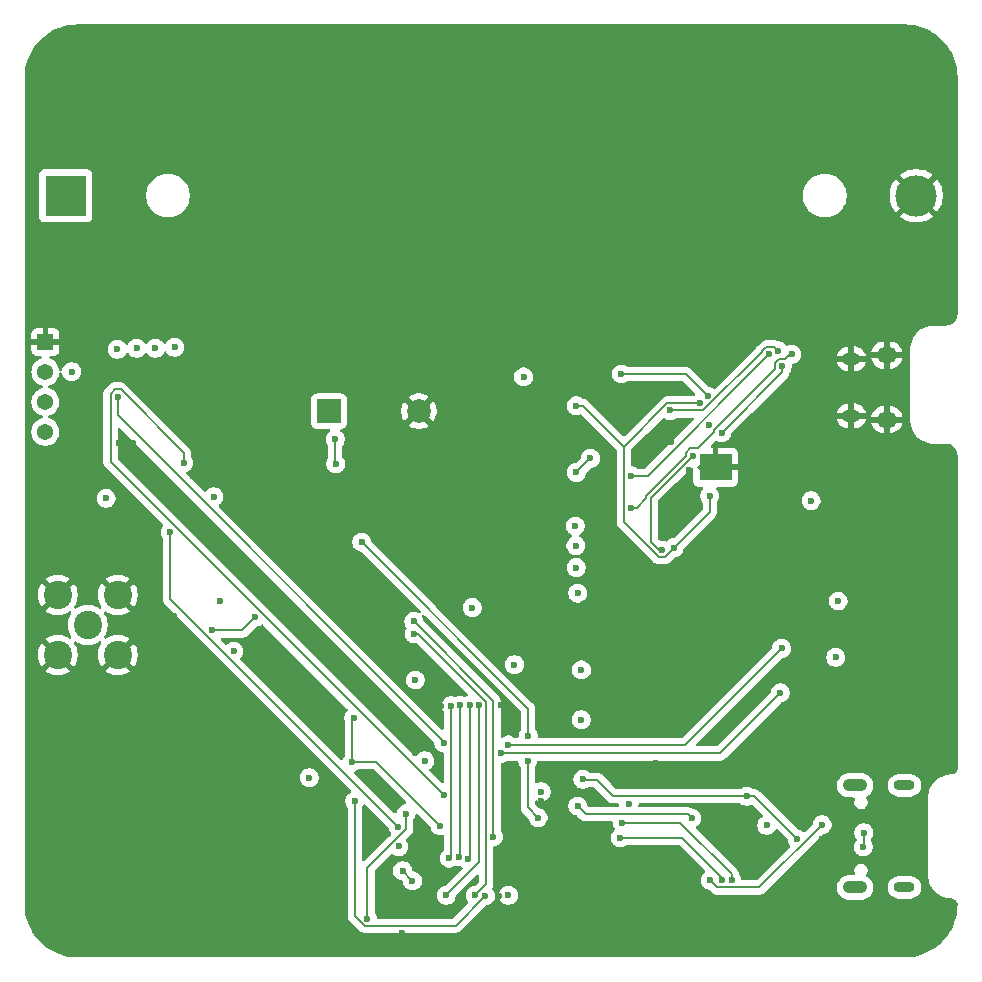
<source format=gbr>
%TF.GenerationSoftware,KiCad,Pcbnew,9.0.0*%
%TF.CreationDate,2025-06-19T18:13:13+09:00*%
%TF.ProjectId,FLP_PCB_terminal,464c505f-5043-4425-9f74-65726d696e61,rev?*%
%TF.SameCoordinates,Original*%
%TF.FileFunction,Copper,L4,Bot*%
%TF.FilePolarity,Positive*%
%FSLAX46Y46*%
G04 Gerber Fmt 4.6, Leading zero omitted, Abs format (unit mm)*
G04 Created by KiCad (PCBNEW 9.0.0) date 2025-06-19 18:13:13*
%MOMM*%
%LPD*%
G01*
G04 APERTURE LIST*
%TA.AperFunction,HeatsinkPad*%
%ADD10O,1.700000X1.350000*%
%TD*%
%TA.AperFunction,HeatsinkPad*%
%ADD11O,1.500000X1.100000*%
%TD*%
%TA.AperFunction,ComponentPad*%
%ADD12R,3.500000X3.500000*%
%TD*%
%TA.AperFunction,ComponentPad*%
%ADD13C,3.500000*%
%TD*%
%TA.AperFunction,ComponentPad*%
%ADD14C,0.600000*%
%TD*%
%TA.AperFunction,SMDPad,CuDef*%
%ADD15R,2.800000X2.300000*%
%TD*%
%TA.AperFunction,ComponentPad*%
%ADD16O,2.100000X1.050000*%
%TD*%
%TA.AperFunction,ComponentPad*%
%ADD17O,1.800000X0.900000*%
%TD*%
%TA.AperFunction,ComponentPad*%
%ADD18R,2.000000X2.000000*%
%TD*%
%TA.AperFunction,ComponentPad*%
%ADD19C,2.000000*%
%TD*%
%TA.AperFunction,ComponentPad*%
%ADD20C,2.400000*%
%TD*%
%TA.AperFunction,ComponentPad*%
%ADD21R,1.370000X1.370000*%
%TD*%
%TA.AperFunction,ComponentPad*%
%ADD22C,1.370000*%
%TD*%
%TA.AperFunction,ViaPad*%
%ADD23C,0.600000*%
%TD*%
%TA.AperFunction,Conductor*%
%ADD24C,0.200000*%
%TD*%
G04 APERTURE END LIST*
D10*
%TO.P,Charger1,6,Shield*%
%TO.N,GND*%
X118500000Y-118960000D03*
D11*
X115500000Y-118650000D03*
X115500000Y-113810000D03*
D10*
X118500000Y-113500000D03*
%TD*%
D12*
%TO.P,BT1,1,+*%
%TO.N,Net-(BT1-+)*%
X49000000Y-100000000D03*
D13*
%TO.P,BT1,2,-*%
%TO.N,GND*%
X121000000Y-100000000D03*
%TD*%
D14*
%TO.P,U6,11,PAD*%
%TO.N,GND*%
X103250000Y-123500000D03*
X104750000Y-123500000D03*
X104000000Y-123000000D03*
D15*
X104000000Y-123000000D03*
D14*
X103250000Y-122500000D03*
X104750000Y-122500000D03*
%TD*%
D16*
%TO.P,UART1,SH1*%
%TO.N,N/C*%
X115820000Y-158570000D03*
%TO.P,UART1,SH2*%
X115820000Y-149930000D03*
D17*
%TO.P,UART1,SH3*%
X120000000Y-158570000D03*
%TO.P,UART1,SH4*%
X120000000Y-149930000D03*
%TD*%
D18*
%TO.P,BZ1,1,+*%
%TO.N,Buzzer*%
X71280000Y-118250000D03*
D19*
%TO.P,BZ1,2,-*%
%TO.N,GND*%
X78880000Y-118250000D03*
%TD*%
D20*
%TO.P,J1,1*%
%TO.N,Net-(C27-Pad1)*%
X50840000Y-136340000D03*
%TO.P,J1,2*%
%TO.N,GND*%
X53380000Y-138880000D03*
%TO.P,J1,3*%
X53380000Y-133800000D03*
%TO.P,J1,4*%
X48300000Y-133800000D03*
%TO.P,J1,5*%
X48300000Y-138880000D03*
%TD*%
D21*
%TO.P,J2,01,01*%
%TO.N,GND*%
X47270000Y-112380000D03*
D22*
%TO.P,J2,02,02*%
%TO.N,3.3V OUT*%
X47270000Y-114920000D03*
%TO.P,J2,03,03*%
%TO.N,I2C SCL*%
X47270000Y-117460000D03*
%TO.P,J2,04,04*%
%TO.N,I2C SDL*%
X47270000Y-120000000D03*
%TD*%
D23*
%TO.N,GND*%
X100350000Y-125470000D03*
X113880000Y-118590000D03*
X114010000Y-113750000D03*
X109490000Y-118700000D03*
X57620000Y-138460000D03*
X48110000Y-158180000D03*
X77450000Y-162411000D03*
X77520000Y-159900000D03*
%TO.N,3.3V OUT*%
X77195205Y-155106621D03*
X69610000Y-149280000D03*
X63230000Y-138560000D03*
X53360000Y-113010000D03*
X54990000Y-112930000D03*
X56570000Y-112920000D03*
%TO.N,GND*%
X58300000Y-116690000D03*
X56650000Y-116860000D03*
X49460000Y-112370000D03*
X59800000Y-123730000D03*
X59670000Y-127290000D03*
X52610000Y-130310000D03*
X56500000Y-136500000D03*
X58140000Y-135610000D03*
X58140000Y-136770000D03*
X80779023Y-147377080D03*
%TO.N,3.3V OUT*%
X92130000Y-127970000D03*
X92180000Y-129640000D03*
X92210000Y-131490000D03*
X92330000Y-133650000D03*
%TO.N,GND*%
X87490000Y-133680000D03*
%TO.N,Net-(BT1-+)*%
X93410000Y-122236000D03*
X92210000Y-123436000D03*
%TO.N,GND*%
X68780000Y-153130000D03*
X87940000Y-117790000D03*
X86970000Y-140740000D03*
X76540000Y-128240000D03*
X108480000Y-155100000D03*
X89260000Y-151290000D03*
X113880000Y-121570000D03*
X106580000Y-139580000D03*
X80800000Y-143170000D03*
X97390000Y-140160000D03*
X97120000Y-144370000D03*
X97320000Y-142340000D03*
X87820000Y-126330000D03*
X87890000Y-122250000D03*
X100220000Y-120840000D03*
X103484023Y-119426025D03*
X99530000Y-127500000D03*
X112980000Y-154470000D03*
X87570000Y-131440000D03*
X75770000Y-149720000D03*
X71380000Y-144410000D03*
X87660000Y-129600000D03*
X87860000Y-124340000D03*
X53480000Y-120930000D03*
X85670000Y-159280000D03*
X85840000Y-143150000D03*
X54710000Y-120950000D03*
X86940000Y-138390000D03*
X76230000Y-154030000D03*
X113740000Y-157430000D03*
X87755388Y-127997190D03*
X114010000Y-151070000D03*
X101730000Y-123250000D03*
X99000000Y-148000000D03*
X87880000Y-120310000D03*
X105430000Y-141230000D03*
X98500000Y-145500000D03*
X105040000Y-125680000D03*
X96940000Y-149390000D03*
X92295930Y-113287108D03*
X92180000Y-115350000D03*
%TO.N,Buzzer*%
X88140000Y-145730000D03*
X74045000Y-129335000D03*
X88090000Y-147831959D03*
X88980000Y-152670000D03*
X71850000Y-122720000D03*
X71810000Y-120620000D03*
%TO.N,5v OUT*%
X100514972Y-129794972D03*
X92200000Y-117800000D03*
X103500000Y-125419943D03*
X102700000Y-117590000D03*
%TO.N,3.3V OUT*%
X108330000Y-153320000D03*
X96670000Y-151530000D03*
X87750000Y-115350000D03*
X83410000Y-134880000D03*
X62010000Y-134330000D03*
X49480000Y-114900000D03*
X52400000Y-125630000D03*
X114170000Y-139090000D03*
X58220000Y-112850000D03*
X114380000Y-134320000D03*
X92650000Y-140160000D03*
X92640000Y-144380000D03*
X89240000Y-150460000D03*
X78580000Y-141010000D03*
X86469177Y-159243674D03*
X61500000Y-125500000D03*
X86980000Y-139710000D03*
X79370000Y-147850379D03*
X112090000Y-125830000D03*
%TO.N,Net-(Charger1-VBUS)*%
X110450000Y-113420000D03*
X96850000Y-126410000D03*
%TO.N,OSC_OUT*%
X73240000Y-147950000D03*
X80640000Y-153330000D03*
X73370000Y-144200000D03*
%TO.N,Net-(U5-REGIN)*%
X106647500Y-150857500D03*
X110930000Y-154490000D03*
X92770000Y-149420000D03*
%TO.N,Net-(Q1-D)*%
X103350000Y-116970000D03*
X96040000Y-115100000D03*
%TO.N,Net-(U8-XTB)*%
X61405735Y-136814265D03*
X65040000Y-135700000D03*
%TO.N,I2C SDL*%
X53380000Y-117010000D03*
X80999624Y-146310000D03*
%TO.N,PC_OSC_OUT*%
X74530000Y-161210000D03*
X77790000Y-152350000D03*
%TO.N,NRST*%
X77132897Y-153470456D03*
X57810000Y-128500000D03*
%TO.N,BOOT0*%
X80999624Y-150760000D03*
X58970000Y-122610000D03*
%TO.N,Net-(U4-PROG)*%
X108540000Y-113440000D03*
X96880000Y-123720000D03*
%TO.N,Find_Host*%
X109590000Y-138340000D03*
X86460000Y-146510000D03*
%TO.N,ID*%
X85800053Y-147231959D03*
X109490000Y-142100000D03*
%TO.N,Net-(U5-RXD)*%
X95920000Y-154380000D03*
X104580000Y-157940000D03*
%TO.N,Net-(U5-TXD)*%
X105379202Y-157975785D03*
X96120000Y-153100000D03*
%TO.N,Net-(U6-UVLO)*%
X109660401Y-114448128D03*
X100170000Y-118190000D03*
X109278669Y-113132801D03*
X104513736Y-120094736D03*
%TO.N,Net-(U5-~{RST})*%
X92340000Y-151680000D03*
X102000116Y-152699884D03*
%TO.N,Net-(UART1-CC2)*%
X103560000Y-157976785D03*
X113020000Y-153269000D03*
%TO.N,Net-(Q1-G)*%
X102100000Y-122008530D03*
X99450000Y-130010000D03*
%TO.N,Net-(U2-PB2)*%
X84520000Y-159281000D03*
X73450000Y-151250000D03*
%TO.N,GPS_TX*%
X78344265Y-158024265D03*
X77505735Y-157165735D03*
%TO.N,SCK*%
X81470000Y-156090000D03*
X81599624Y-143194603D03*
%TO.N,MISO*%
X82399187Y-143168089D03*
X82263692Y-155989718D03*
%TO.N,NSS(CS)*%
X83999053Y-143147039D03*
X81200000Y-159240000D03*
%TO.N,DIO0(IRQ)*%
X78510000Y-137110000D03*
X83660000Y-159250000D03*
%TO.N,RESET*%
X85200053Y-154270000D03*
X78460000Y-136040000D03*
%TO.N,MOSI*%
X83199107Y-143156551D03*
X83033327Y-156208041D03*
%TO.N,Net-(U7-I{slash}O2-Pad3)*%
X116520000Y-155149000D03*
X116550000Y-153949000D03*
%TD*%
D24*
%TO.N,Net-(Charger1-VBUS)*%
X97340000Y-126410000D02*
X96850000Y-126410000D01*
X98119000Y-125422430D02*
X98119000Y-125631000D01*
X101499000Y-122042430D02*
X98119000Y-125422430D01*
X101499000Y-121759587D02*
X101499000Y-122042430D01*
X101851057Y-121407530D02*
X101499000Y-121759587D01*
X98119000Y-125631000D02*
X97340000Y-126410000D01*
X102532470Y-121407530D02*
X101851057Y-121407530D01*
X103912736Y-119845793D02*
X103912736Y-120027264D01*
X109059401Y-114699128D02*
X103912736Y-119845793D01*
X103912736Y-120027264D02*
X102532470Y-121407530D01*
X109411458Y-113847128D02*
X109059401Y-114199185D01*
X110330000Y-113420000D02*
X109902872Y-113847128D01*
X109902872Y-113847128D02*
X109411458Y-113847128D01*
X110450000Y-113420000D02*
X110330000Y-113420000D01*
X109059401Y-114199185D02*
X109059401Y-114699128D01*
%TO.N,Net-(BT1-+)*%
X92210000Y-123436000D02*
X93410000Y-122236000D01*
%TO.N,GND*%
X104500000Y-123500000D02*
X104000000Y-123000000D01*
X104750000Y-123500000D02*
X104750000Y-122500000D01*
X104750000Y-123500000D02*
X104500000Y-123500000D01*
X104750000Y-123500000D02*
X103250000Y-123500000D01*
%TO.N,Buzzer*%
X88140000Y-143430000D02*
X88140000Y-145730000D01*
X71810000Y-122680000D02*
X71850000Y-122720000D01*
X88090000Y-151780000D02*
X88980000Y-152670000D01*
X88090000Y-147831959D02*
X88090000Y-151780000D01*
X71810000Y-120620000D02*
X71810000Y-122680000D01*
X74045000Y-129335000D02*
X88140000Y-143430000D01*
%TO.N,5v OUT*%
X102700000Y-117590000D02*
X99920057Y-117590000D01*
X100514972Y-129794972D02*
X103500000Y-126809943D01*
X99201057Y-130611000D02*
X99698943Y-130611000D01*
X92787943Y-117800000D02*
X92200000Y-117800000D01*
X96249000Y-121261057D02*
X92787943Y-117800000D01*
X99698943Y-130611000D02*
X100514972Y-129794972D01*
X103500000Y-126809943D02*
X103500000Y-125419943D01*
X99920057Y-117590000D02*
X96249000Y-121261057D01*
X96249000Y-127658943D02*
X99201057Y-130611000D01*
X96249000Y-121261057D02*
X96249000Y-127658943D01*
%TO.N,OSC_OUT*%
X73240000Y-144330000D02*
X73240000Y-147950000D01*
X73240000Y-147950000D02*
X75260000Y-147950000D01*
X73370000Y-144200000D02*
X73240000Y-144330000D01*
X75260000Y-147950000D02*
X80640000Y-153330000D01*
X73370000Y-147820000D02*
X73240000Y-147950000D01*
%TO.N,Net-(U5-REGIN)*%
X92770000Y-149450000D02*
X93950000Y-149450000D01*
X95357500Y-150857500D02*
X106647500Y-150857500D01*
X92770000Y-149450000D02*
X92770000Y-149420000D01*
X93950000Y-149450000D02*
X95357500Y-150857500D01*
X107297500Y-150857500D02*
X110930000Y-154490000D01*
X106647500Y-150857500D02*
X107297500Y-150857500D01*
%TO.N,Net-(Q1-D)*%
X96040000Y-115100000D02*
X101480000Y-115100000D01*
X101480000Y-115100000D02*
X103350000Y-116970000D01*
%TO.N,Net-(U8-XTB)*%
X61405735Y-136814265D02*
X63925735Y-136814265D01*
X63925735Y-136814265D02*
X65040000Y-135700000D01*
%TO.N,I2C SDL*%
X53380000Y-118610000D02*
X80999624Y-146229624D01*
X80999624Y-146229624D02*
X80999624Y-146310000D01*
X53380000Y-117010000D02*
X53380000Y-118610000D01*
%TO.N,PC_OSC_OUT*%
X74530000Y-161210000D02*
X74530000Y-156923296D01*
X74530000Y-156923296D02*
X77790000Y-153663296D01*
X77790000Y-153663296D02*
X77790000Y-152350000D01*
%TO.N,NRST*%
X57810000Y-134147559D02*
X77132897Y-153470456D01*
X57810000Y-128500000D02*
X57810000Y-134147559D01*
%TO.N,BOOT0*%
X58970000Y-121750057D02*
X53628943Y-116409000D01*
X53131057Y-116409000D02*
X52779000Y-116761057D01*
X52779000Y-116761057D02*
X52779000Y-122539376D01*
X58970000Y-122610000D02*
X58970000Y-121750057D01*
X53628943Y-116409000D02*
X53131057Y-116409000D01*
X52779000Y-122539376D02*
X80999624Y-150760000D01*
%TO.N,Net-(U4-PROG)*%
X108540000Y-113440000D02*
X98260000Y-123720000D01*
X98260000Y-123720000D02*
X96880000Y-123720000D01*
%TO.N,Find_Host*%
X101420000Y-146510000D02*
X109590000Y-138340000D01*
X86460000Y-146510000D02*
X101420000Y-146510000D01*
%TO.N,ID*%
X104358041Y-147231959D02*
X109490000Y-142100000D01*
X85800053Y-147231959D02*
X104358041Y-147231959D01*
%TO.N,Net-(U5-RXD)*%
X104580000Y-157759404D02*
X101200596Y-154380000D01*
X104580000Y-157940000D02*
X104580000Y-157759404D01*
X101200596Y-154380000D02*
X95920000Y-154380000D01*
%TO.N,Net-(U5-TXD)*%
X105379202Y-157449202D02*
X101030000Y-153100000D01*
X105379202Y-157975785D02*
X105379202Y-157449202D01*
X101030000Y-153100000D02*
X96120000Y-153100000D01*
%TO.N,Net-(U6-UVLO)*%
X109278669Y-113132801D02*
X108984868Y-112839000D01*
X109660401Y-114948071D02*
X109660401Y-114448128D01*
X104513736Y-120094736D02*
X109660401Y-114948071D01*
X102979943Y-118190000D02*
X100170000Y-118190000D01*
X108984868Y-112839000D02*
X108291057Y-112839000D01*
X107939000Y-113191057D02*
X107939000Y-113230943D01*
X108291057Y-112839000D02*
X107939000Y-113191057D01*
X107939000Y-113230943D02*
X102979943Y-118190000D01*
%TO.N,Net-(U5-~{RST})*%
X92340000Y-151700000D02*
X92340000Y-151680000D01*
X101690232Y-152390000D02*
X93030000Y-152390000D01*
X93030000Y-152390000D02*
X92340000Y-151700000D01*
X102000116Y-152699884D02*
X101690232Y-152390000D01*
%TO.N,Net-(UART1-CC2)*%
X113020000Y-153269000D02*
X107712215Y-158576785D01*
X107712215Y-158576785D02*
X104160000Y-158576785D01*
X104160000Y-158576785D02*
X103560000Y-157976785D01*
%TO.N,Net-(Q1-G)*%
X98520000Y-125588530D02*
X102100000Y-122008530D01*
X98520000Y-129290000D02*
X98520000Y-125588530D01*
X99450000Y-130010000D02*
X99240000Y-130010000D01*
X99240000Y-130010000D02*
X98520000Y-129290000D01*
%TO.N,Net-(U2-PB2)*%
X81990000Y-161811000D02*
X84520000Y-159281000D01*
X73450000Y-151250000D02*
X73450000Y-160979943D01*
X74281057Y-161811000D02*
X81990000Y-161811000D01*
X73450000Y-160979943D02*
X74281057Y-161811000D01*
%TO.N,GPS_TX*%
X77505735Y-157165735D02*
X77505735Y-157185735D01*
X77505735Y-157185735D02*
X78344265Y-158024265D01*
%TO.N,SCK*%
X81599624Y-155960376D02*
X81599624Y-143194603D01*
X81470000Y-156090000D02*
X81599624Y-155960376D01*
%TO.N,MISO*%
X82399187Y-155854223D02*
X82399187Y-143168089D01*
X82263692Y-155989718D02*
X82399187Y-155854223D01*
%TO.N,NSS(CS)*%
X83999053Y-156440947D02*
X81200000Y-159240000D01*
X83999053Y-143147039D02*
X83999053Y-156440947D01*
%TO.N,DIO0(IRQ)*%
X84600053Y-142898096D02*
X84600053Y-158309947D01*
X78811957Y-137110000D02*
X84600053Y-142898096D01*
X78510000Y-137110000D02*
X78811957Y-137110000D01*
X84600053Y-158309947D02*
X83660000Y-159250000D01*
%TO.N,RESET*%
X85200053Y-142780053D02*
X85200053Y-154270000D01*
X78460000Y-136040000D02*
X85200053Y-142780053D01*
%TO.N,MOSI*%
X83033327Y-156208041D02*
X83199107Y-156042261D01*
X83199107Y-156042261D02*
X83199107Y-143156551D01*
%TO.N,Net-(U7-I{slash}O2-Pad3)*%
X116550000Y-153949000D02*
X116550000Y-155119000D01*
X116550000Y-155119000D02*
X116520000Y-155149000D01*
%TD*%
%TA.AperFunction,Conductor*%
%TO.N,GND*%
G36*
X78795703Y-152335384D02*
G01*
X78802181Y-152341416D01*
X79805425Y-153344660D01*
X79838910Y-153405983D01*
X79839361Y-153408149D01*
X79870261Y-153563491D01*
X79870264Y-153563501D01*
X79930602Y-153709172D01*
X79930609Y-153709185D01*
X80018210Y-153840288D01*
X80018213Y-153840292D01*
X80129707Y-153951786D01*
X80129711Y-153951789D01*
X80260814Y-154039390D01*
X80260827Y-154039397D01*
X80382363Y-154089738D01*
X80406503Y-154099737D01*
X80561153Y-154130499D01*
X80561156Y-154130500D01*
X80561158Y-154130500D01*
X80718844Y-154130500D01*
X80778172Y-154118698D01*
X80850933Y-154104225D01*
X80920523Y-154110452D01*
X80975701Y-154153314D01*
X80998946Y-154219204D01*
X80999124Y-154225842D01*
X80999124Y-155377435D01*
X80979439Y-155444474D01*
X80962805Y-155465116D01*
X80848213Y-155579707D01*
X80848210Y-155579711D01*
X80760609Y-155710814D01*
X80760602Y-155710827D01*
X80700264Y-155856498D01*
X80700261Y-155856510D01*
X80669500Y-156011153D01*
X80669500Y-156168846D01*
X80700261Y-156323489D01*
X80700264Y-156323501D01*
X80760602Y-156469172D01*
X80760609Y-156469185D01*
X80848210Y-156600288D01*
X80848213Y-156600292D01*
X80959707Y-156711786D01*
X80959711Y-156711789D01*
X81090814Y-156799390D01*
X81090827Y-156799397D01*
X81209845Y-156848695D01*
X81236503Y-156859737D01*
X81391153Y-156890499D01*
X81391156Y-156890500D01*
X81391158Y-156890500D01*
X81548844Y-156890500D01*
X81548845Y-156890499D01*
X81703497Y-156859737D01*
X81849179Y-156799394D01*
X81900240Y-156765275D01*
X81966916Y-156744398D01*
X82016583Y-156753817D01*
X82030190Y-156759453D01*
X82030195Y-156759455D01*
X82170809Y-156787425D01*
X82184845Y-156790217D01*
X82184848Y-156790218D01*
X82184850Y-156790218D01*
X82342535Y-156790218D01*
X82378584Y-156783047D01*
X82395042Y-156779773D01*
X82396980Y-156779946D01*
X82398731Y-156779097D01*
X82431640Y-156783047D01*
X82464634Y-156786000D01*
X82466782Y-156787266D01*
X82468102Y-156787425D01*
X82475179Y-156792217D01*
X82498231Y-156805809D01*
X82502760Y-156809552D01*
X82523038Y-156829830D01*
X82545265Y-156844681D01*
X82550121Y-156848695D01*
X82566297Y-156872620D01*
X82584820Y-156894784D01*
X82585627Y-156901211D01*
X82589255Y-156906577D01*
X82589928Y-156935446D01*
X82593529Y-156964108D01*
X82590733Y-156969952D01*
X82590884Y-156976427D01*
X82575840Y-157001081D01*
X82563375Y-157027137D01*
X82558806Y-157031957D01*
X81185339Y-158405425D01*
X81124016Y-158438910D01*
X81121850Y-158439361D01*
X80966508Y-158470261D01*
X80966498Y-158470264D01*
X80820827Y-158530602D01*
X80820814Y-158530609D01*
X80689711Y-158618210D01*
X80689707Y-158618213D01*
X80578213Y-158729707D01*
X80578210Y-158729711D01*
X80490609Y-158860814D01*
X80490602Y-158860827D01*
X80430264Y-159006498D01*
X80430261Y-159006510D01*
X80399500Y-159161153D01*
X80399500Y-159318846D01*
X80430261Y-159473489D01*
X80430264Y-159473501D01*
X80490602Y-159619172D01*
X80490609Y-159619185D01*
X80578210Y-159750288D01*
X80578213Y-159750292D01*
X80689707Y-159861786D01*
X80689711Y-159861789D01*
X80820814Y-159949390D01*
X80820827Y-159949397D01*
X80949519Y-160002702D01*
X80966503Y-160009737D01*
X81121153Y-160040499D01*
X81121156Y-160040500D01*
X81121158Y-160040500D01*
X81278844Y-160040500D01*
X81278845Y-160040499D01*
X81433497Y-160009737D01*
X81579179Y-159949394D01*
X81710289Y-159861789D01*
X81821789Y-159750289D01*
X81909394Y-159619179D01*
X81913414Y-159609475D01*
X81951454Y-159517637D01*
X81969737Y-159473497D01*
X81998511Y-159328842D01*
X82000638Y-159318150D01*
X82033023Y-159256239D01*
X82034518Y-159254716D01*
X83787872Y-157501363D01*
X83849195Y-157467878D01*
X83918887Y-157472862D01*
X83974820Y-157514734D01*
X83999237Y-157580198D01*
X83999553Y-157589044D01*
X83999553Y-158009849D01*
X83979868Y-158076888D01*
X83963234Y-158097530D01*
X83645339Y-158415425D01*
X83584016Y-158448910D01*
X83581850Y-158449361D01*
X83426508Y-158480261D01*
X83426498Y-158480264D01*
X83280827Y-158540602D01*
X83280814Y-158540609D01*
X83149711Y-158628210D01*
X83149707Y-158628213D01*
X83038213Y-158739707D01*
X83038210Y-158739711D01*
X82950609Y-158870814D01*
X82950602Y-158870827D01*
X82890264Y-159016498D01*
X82890261Y-159016510D01*
X82859500Y-159171153D01*
X82859500Y-159328846D01*
X82890261Y-159483489D01*
X82890264Y-159483501D01*
X82950602Y-159629172D01*
X82950609Y-159629185D01*
X83041595Y-159765354D01*
X83039803Y-159766550D01*
X83063311Y-159821910D01*
X83051516Y-159890777D01*
X83027825Y-159923938D01*
X81777584Y-161174181D01*
X81716261Y-161207666D01*
X81689903Y-161210500D01*
X75448046Y-161210500D01*
X75381007Y-161190815D01*
X75335252Y-161138011D01*
X75326429Y-161110691D01*
X75299738Y-160976510D01*
X75299737Y-160976503D01*
X75265270Y-160893291D01*
X75239397Y-160830827D01*
X75239390Y-160830814D01*
X75151398Y-160699125D01*
X75130520Y-160632447D01*
X75130500Y-160630234D01*
X75130500Y-157223392D01*
X75139144Y-157193951D01*
X75145668Y-157163965D01*
X75149422Y-157158949D01*
X75150185Y-157156353D01*
X75166814Y-157135716D01*
X75215642Y-157086888D01*
X76705235Y-157086888D01*
X76705235Y-157244581D01*
X76735996Y-157399224D01*
X76735999Y-157399236D01*
X76796337Y-157544907D01*
X76796344Y-157544920D01*
X76883945Y-157676023D01*
X76883948Y-157676027D01*
X76995442Y-157787521D01*
X76995446Y-157787524D01*
X77126549Y-157875125D01*
X77126562Y-157875132D01*
X77272233Y-157935470D01*
X77272238Y-157935472D01*
X77322240Y-157945418D01*
X77402618Y-157961407D01*
X77419374Y-157970171D01*
X77437854Y-157974192D01*
X77462892Y-157992936D01*
X77464529Y-157993792D01*
X77466108Y-157995343D01*
X77509690Y-158038925D01*
X77543175Y-158100248D01*
X77543626Y-158102414D01*
X77574526Y-158257756D01*
X77574529Y-158257766D01*
X77634867Y-158403437D01*
X77634874Y-158403450D01*
X77722475Y-158534553D01*
X77722478Y-158534557D01*
X77833972Y-158646051D01*
X77833976Y-158646054D01*
X77965079Y-158733655D01*
X77965092Y-158733662D01*
X78101608Y-158790208D01*
X78110768Y-158794002D01*
X78250819Y-158821860D01*
X78265418Y-158824764D01*
X78265421Y-158824765D01*
X78265423Y-158824765D01*
X78423109Y-158824765D01*
X78423110Y-158824764D01*
X78577762Y-158794002D01*
X78723444Y-158733659D01*
X78854554Y-158646054D01*
X78966054Y-158534554D01*
X79053659Y-158403444D01*
X79114002Y-158257762D01*
X79144765Y-158103107D01*
X79144765Y-157945423D01*
X79144765Y-157945420D01*
X79144764Y-157945418D01*
X79136485Y-157903796D01*
X79114002Y-157790768D01*
X79112657Y-157787521D01*
X79053662Y-157645092D01*
X79053655Y-157645079D01*
X78966054Y-157513976D01*
X78966051Y-157513972D01*
X78854557Y-157402478D01*
X78854553Y-157402475D01*
X78723450Y-157314874D01*
X78723437Y-157314867D01*
X78577766Y-157254529D01*
X78577756Y-157254526D01*
X78422414Y-157223626D01*
X78405657Y-157214860D01*
X78387179Y-157210841D01*
X78362142Y-157192098D01*
X78360503Y-157191241D01*
X78358925Y-157189690D01*
X78342554Y-157173319D01*
X78309069Y-157111996D01*
X78307019Y-157092934D01*
X78306832Y-157092953D01*
X78306235Y-157086898D01*
X78306235Y-157086893D01*
X78275472Y-156932238D01*
X78275470Y-156932233D01*
X78215132Y-156786562D01*
X78215125Y-156786549D01*
X78127524Y-156655446D01*
X78127521Y-156655442D01*
X78016027Y-156543948D01*
X78016023Y-156543945D01*
X77884920Y-156456344D01*
X77884907Y-156456337D01*
X77739236Y-156395999D01*
X77739224Y-156395996D01*
X77584580Y-156365235D01*
X77584577Y-156365235D01*
X77426893Y-156365235D01*
X77426890Y-156365235D01*
X77272245Y-156395996D01*
X77272233Y-156395999D01*
X77126562Y-156456337D01*
X77126549Y-156456344D01*
X76995446Y-156543945D01*
X76995442Y-156543948D01*
X76883948Y-156655442D01*
X76883945Y-156655446D01*
X76796344Y-156786549D01*
X76796337Y-156786562D01*
X76735999Y-156932233D01*
X76735996Y-156932245D01*
X76705235Y-157086888D01*
X75215642Y-157086888D01*
X76546542Y-155755987D01*
X76607863Y-155722504D01*
X76677555Y-155727488D01*
X76703110Y-155740567D01*
X76816026Y-155816015D01*
X76816028Y-155816016D01*
X76816032Y-155816018D01*
X76961703Y-155876356D01*
X76961708Y-155876358D01*
X77116358Y-155907120D01*
X77116361Y-155907121D01*
X77116363Y-155907121D01*
X77274049Y-155907121D01*
X77274050Y-155907120D01*
X77428702Y-155876358D01*
X77574384Y-155816015D01*
X77705494Y-155728410D01*
X77816994Y-155616910D01*
X77904599Y-155485800D01*
X77964942Y-155340118D01*
X77995705Y-155185463D01*
X77995705Y-155027779D01*
X77995705Y-155027776D01*
X77995704Y-155027774D01*
X77989058Y-154994362D01*
X77964942Y-154873124D01*
X77964940Y-154873119D01*
X77904602Y-154727448D01*
X77904600Y-154727444D01*
X77904599Y-154727442D01*
X77829151Y-154614527D01*
X77808274Y-154547851D01*
X77826758Y-154480471D01*
X77844569Y-154457960D01*
X78148506Y-154154024D01*
X78148511Y-154154020D01*
X78158714Y-154143816D01*
X78158716Y-154143816D01*
X78270520Y-154032012D01*
X78329127Y-153930501D01*
X78349577Y-153895081D01*
X78390500Y-153742354D01*
X78390500Y-153584239D01*
X78390500Y-152929765D01*
X78410185Y-152862726D01*
X78411398Y-152860874D01*
X78499390Y-152729185D01*
X78499390Y-152729184D01*
X78499394Y-152729179D01*
X78559737Y-152583497D01*
X78590500Y-152428842D01*
X78590500Y-152428835D01*
X78591097Y-152422782D01*
X78592318Y-152422902D01*
X78610185Y-152362058D01*
X78662989Y-152316303D01*
X78732147Y-152306359D01*
X78795703Y-152335384D01*
G37*
%TD.AperFunction*%
%TA.AperFunction,Conductor*%
G36*
X74291011Y-151526512D02*
G01*
X74300800Y-151524887D01*
X74324300Y-151535008D01*
X74349095Y-151541336D01*
X74361662Y-151551099D01*
X74364971Y-151552524D01*
X74366590Y-151554926D01*
X74373504Y-151560298D01*
X76298322Y-153485116D01*
X76331807Y-153546439D01*
X76332258Y-153548605D01*
X76363158Y-153703947D01*
X76363161Y-153703957D01*
X76423499Y-153849628D01*
X76423506Y-153849641D01*
X76499514Y-153963395D01*
X76520392Y-154030073D01*
X76501907Y-154097453D01*
X76484093Y-154119967D01*
X74262181Y-156341879D01*
X74200858Y-156375364D01*
X74131166Y-156370380D01*
X74075233Y-156328508D01*
X74050816Y-156263044D01*
X74050500Y-156254198D01*
X74050500Y-151829765D01*
X74055137Y-151813312D01*
X74054792Y-151797423D01*
X74067499Y-151769454D01*
X74068753Y-151765007D01*
X74071410Y-151760667D01*
X74071789Y-151760289D01*
X74159394Y-151629179D01*
X74174990Y-151591525D01*
X74180076Y-151583221D01*
X74199044Y-151566049D01*
X74215101Y-151546124D01*
X74224517Y-151542989D01*
X74231874Y-151536330D01*
X74257115Y-151532139D01*
X74281395Y-151524058D01*
X74291011Y-151526512D01*
G37*
%TD.AperFunction*%
%TA.AperFunction,Conductor*%
G36*
X75026942Y-148570185D02*
G01*
X75047584Y-148586819D01*
X77798584Y-151337819D01*
X77832069Y-151399142D01*
X77827085Y-151468834D01*
X77785213Y-151524767D01*
X77719749Y-151549184D01*
X77711299Y-151549485D01*
X77711153Y-151549500D01*
X77556510Y-151580261D01*
X77556498Y-151580264D01*
X77410827Y-151640602D01*
X77410814Y-151640609D01*
X77279711Y-151728210D01*
X77279707Y-151728213D01*
X77168213Y-151839707D01*
X77168210Y-151839711D01*
X77080609Y-151970814D01*
X77080602Y-151970827D01*
X77020264Y-152116498D01*
X77020261Y-152116507D01*
X77000469Y-152216007D01*
X76968083Y-152277917D01*
X76907367Y-152312491D01*
X76837598Y-152308750D01*
X76791171Y-152279495D01*
X73433541Y-148921865D01*
X73400056Y-148860542D01*
X73405040Y-148790850D01*
X73446912Y-148734917D01*
X73473761Y-148719627D01*
X73619179Y-148659394D01*
X73619185Y-148659390D01*
X73750875Y-148571398D01*
X73817553Y-148550520D01*
X73819766Y-148550500D01*
X74959903Y-148550500D01*
X75026942Y-148570185D01*
G37*
%TD.AperFunction*%
%TA.AperFunction,Conductor*%
G36*
X53584703Y-119664384D02*
G01*
X53591181Y-119670416D01*
X80162805Y-146242040D01*
X80196290Y-146303363D01*
X80199124Y-146329721D01*
X80199124Y-146388846D01*
X80229885Y-146543489D01*
X80229888Y-146543501D01*
X80290226Y-146689172D01*
X80290233Y-146689185D01*
X80377834Y-146820288D01*
X80377837Y-146820292D01*
X80489331Y-146931786D01*
X80489335Y-146931789D01*
X80620438Y-147019390D01*
X80620451Y-147019397D01*
X80766122Y-147079735D01*
X80766127Y-147079737D01*
X80876611Y-147101713D01*
X80899315Y-147106230D01*
X80961226Y-147138615D01*
X80995800Y-147199330D01*
X80999124Y-147227847D01*
X80999124Y-149610903D01*
X80979439Y-149677942D01*
X80926635Y-149723697D01*
X80857477Y-149733641D01*
X80793921Y-149704616D01*
X80787443Y-149698584D01*
X79795745Y-148706886D01*
X79762260Y-148645563D01*
X79767244Y-148575871D01*
X79809116Y-148519938D01*
X79814515Y-148516116D01*
X79880289Y-148472168D01*
X79991789Y-148360668D01*
X80079394Y-148229558D01*
X80139737Y-148083876D01*
X80170500Y-147929221D01*
X80170500Y-147771537D01*
X80170500Y-147771534D01*
X80170499Y-147771532D01*
X80158753Y-147712483D01*
X80139737Y-147616882D01*
X80108843Y-147542297D01*
X80079397Y-147471206D01*
X80079390Y-147471193D01*
X79991789Y-147340090D01*
X79991786Y-147340086D01*
X79880292Y-147228592D01*
X79880288Y-147228589D01*
X79749185Y-147140988D01*
X79749172Y-147140981D01*
X79603501Y-147080643D01*
X79603489Y-147080640D01*
X79448845Y-147049879D01*
X79448842Y-147049879D01*
X79291158Y-147049879D01*
X79291155Y-147049879D01*
X79136510Y-147080640D01*
X79136498Y-147080643D01*
X78990827Y-147140981D01*
X78990814Y-147140988D01*
X78859711Y-147228589D01*
X78859707Y-147228592D01*
X78748213Y-147340086D01*
X78704275Y-147405844D01*
X78650662Y-147450648D01*
X78581337Y-147459355D01*
X78518310Y-147429200D01*
X78513492Y-147424633D01*
X53415819Y-122326960D01*
X53382334Y-122265637D01*
X53379500Y-122239279D01*
X53379500Y-119758097D01*
X53399185Y-119691058D01*
X53451989Y-119645303D01*
X53521147Y-119635359D01*
X53584703Y-119664384D01*
G37*
%TD.AperFunction*%
%TA.AperFunction,Conductor*%
G36*
X65685494Y-136304586D02*
G01*
X65718675Y-136328286D01*
X72826474Y-143436085D01*
X72859959Y-143497408D01*
X72854975Y-143567100D01*
X72826474Y-143611447D01*
X72748213Y-143689707D01*
X72748210Y-143689711D01*
X72660609Y-143820814D01*
X72660602Y-143820827D01*
X72600264Y-143966498D01*
X72600261Y-143966510D01*
X72569500Y-144121153D01*
X72569500Y-144278846D01*
X72600261Y-144433489D01*
X72600264Y-144433501D01*
X72630061Y-144505437D01*
X72639500Y-144552889D01*
X72639500Y-147370234D01*
X72619815Y-147437273D01*
X72618602Y-147439125D01*
X72530609Y-147570814D01*
X72530602Y-147570827D01*
X72470376Y-147716229D01*
X72426535Y-147770633D01*
X72360241Y-147792698D01*
X72292542Y-147775419D01*
X72268134Y-147756458D01*
X63804558Y-139292882D01*
X63771073Y-139231559D01*
X63776057Y-139161867D01*
X63804559Y-139117519D01*
X63851786Y-139070292D01*
X63851789Y-139070289D01*
X63939394Y-138939179D01*
X63999737Y-138793497D01*
X64030500Y-138638842D01*
X64030500Y-138481158D01*
X64030500Y-138481155D01*
X64030499Y-138481153D01*
X63999738Y-138326510D01*
X63999737Y-138326503D01*
X63997152Y-138320263D01*
X63939397Y-138180827D01*
X63939390Y-138180814D01*
X63851789Y-138049711D01*
X63851786Y-138049707D01*
X63740292Y-137938213D01*
X63740288Y-137938210D01*
X63609185Y-137850609D01*
X63609172Y-137850602D01*
X63463501Y-137790264D01*
X63463489Y-137790261D01*
X63308845Y-137759500D01*
X63308842Y-137759500D01*
X63151158Y-137759500D01*
X63151155Y-137759500D01*
X62996510Y-137790261D01*
X62996498Y-137790264D01*
X62850827Y-137850602D01*
X62850814Y-137850609D01*
X62719711Y-137938210D01*
X62719706Y-137938214D01*
X62672478Y-137985442D01*
X62611155Y-138018926D01*
X62541463Y-138013941D01*
X62497117Y-137985441D01*
X62138122Y-137626446D01*
X62104637Y-137565123D01*
X62109621Y-137495431D01*
X62151493Y-137439498D01*
X62216957Y-137415081D01*
X62225803Y-137414765D01*
X63839066Y-137414765D01*
X63839082Y-137414766D01*
X63846678Y-137414766D01*
X64004789Y-137414766D01*
X64004792Y-137414766D01*
X64157520Y-137373842D01*
X64213044Y-137341785D01*
X64294451Y-137294785D01*
X64406255Y-137182981D01*
X64406255Y-137182979D01*
X64416459Y-137172776D01*
X64416462Y-137172771D01*
X65054665Y-136534570D01*
X65115984Y-136501088D01*
X65118151Y-136500637D01*
X65118840Y-136500500D01*
X65118842Y-136500500D01*
X65273497Y-136469737D01*
X65419179Y-136409394D01*
X65550289Y-136321789D01*
X65550298Y-136321779D01*
X65552319Y-136320122D01*
X65553596Y-136319579D01*
X65555354Y-136318405D01*
X65555576Y-136318738D01*
X65616626Y-136292802D01*
X65685494Y-136304586D01*
G37*
%TD.AperFunction*%
%TA.AperFunction,Conductor*%
G36*
X79342273Y-135482206D02*
G01*
X79350438Y-135489673D01*
X87503181Y-143642416D01*
X87536666Y-143703739D01*
X87539500Y-143730097D01*
X87539500Y-145150234D01*
X87519815Y-145217273D01*
X87518602Y-145219125D01*
X87430609Y-145350814D01*
X87430602Y-145350827D01*
X87370264Y-145496498D01*
X87370261Y-145496510D01*
X87339500Y-145651153D01*
X87339500Y-145785500D01*
X87336949Y-145794185D01*
X87338238Y-145803147D01*
X87327259Y-145827187D01*
X87319815Y-145852539D01*
X87312974Y-145858466D01*
X87309213Y-145866703D01*
X87286978Y-145880992D01*
X87267011Y-145898294D01*
X87256496Y-145900581D01*
X87250435Y-145904477D01*
X87215500Y-145909500D01*
X87039766Y-145909500D01*
X86972727Y-145889815D01*
X86970875Y-145888602D01*
X86839185Y-145800609D01*
X86839172Y-145800602D01*
X86693501Y-145740264D01*
X86693489Y-145740261D01*
X86538845Y-145709500D01*
X86538842Y-145709500D01*
X86381158Y-145709500D01*
X86381155Y-145709500D01*
X86226510Y-145740261D01*
X86226498Y-145740264D01*
X86080827Y-145800602D01*
X86080814Y-145800609D01*
X85993444Y-145858989D01*
X85926766Y-145879867D01*
X85859386Y-145861383D01*
X85812696Y-145809404D01*
X85800553Y-145755887D01*
X85800553Y-142700997D01*
X85800553Y-142700996D01*
X85791259Y-142666312D01*
X85785887Y-142646262D01*
X85759630Y-142548269D01*
X85759626Y-142548262D01*
X85680577Y-142411343D01*
X85680574Y-142411339D01*
X85680573Y-142411337D01*
X85568769Y-142299533D01*
X85568768Y-142299532D01*
X85564438Y-142295202D01*
X85564427Y-142295192D01*
X79294574Y-136025339D01*
X79261089Y-135964016D01*
X79260638Y-135961849D01*
X79229738Y-135806510D01*
X79229737Y-135806503D01*
X79229735Y-135806498D01*
X79169397Y-135660827D01*
X79169389Y-135660812D01*
X79159656Y-135646246D01*
X79138777Y-135579569D01*
X79157261Y-135512188D01*
X79209239Y-135465498D01*
X79278209Y-135454321D01*
X79342273Y-135482206D01*
G37*
%TD.AperFunction*%
%TA.AperFunction,Conductor*%
G36*
X106134773Y-151477685D02*
G01*
X106136625Y-151478898D01*
X106268314Y-151566890D01*
X106268327Y-151566897D01*
X106365672Y-151607218D01*
X106414003Y-151627237D01*
X106568653Y-151657999D01*
X106568656Y-151658000D01*
X106568658Y-151658000D01*
X106726344Y-151658000D01*
X106726345Y-151657999D01*
X106880997Y-151627237D01*
X107026679Y-151566894D01*
X107026689Y-151566887D01*
X107030912Y-151564630D01*
X107099312Y-151550377D01*
X107164560Y-151575367D01*
X107177063Y-151586298D01*
X107996762Y-152405997D01*
X108030247Y-152467320D01*
X108025263Y-152537012D01*
X107983391Y-152592945D01*
X107956537Y-152608238D01*
X107950823Y-152610604D01*
X107950814Y-152610609D01*
X107819711Y-152698210D01*
X107819707Y-152698213D01*
X107708213Y-152809707D01*
X107708210Y-152809711D01*
X107620609Y-152940814D01*
X107620602Y-152940827D01*
X107560264Y-153086498D01*
X107560261Y-153086510D01*
X107529500Y-153241153D01*
X107529500Y-153398846D01*
X107560261Y-153553489D01*
X107560264Y-153553501D01*
X107620602Y-153699172D01*
X107620609Y-153699185D01*
X107708210Y-153830288D01*
X107708213Y-153830292D01*
X107819707Y-153941786D01*
X107819711Y-153941789D01*
X107950814Y-154029390D01*
X107950827Y-154029397D01*
X108096498Y-154089735D01*
X108096503Y-154089737D01*
X108251153Y-154120499D01*
X108251156Y-154120500D01*
X108251158Y-154120500D01*
X108408844Y-154120500D01*
X108408845Y-154120499D01*
X108563497Y-154089737D01*
X108676166Y-154043067D01*
X108709172Y-154029397D01*
X108709172Y-154029396D01*
X108709179Y-154029394D01*
X108840289Y-153941789D01*
X108951789Y-153830289D01*
X109039394Y-153699179D01*
X109041758Y-153693471D01*
X109085593Y-153639067D01*
X109151886Y-153616997D01*
X109219586Y-153634271D01*
X109244002Y-153653237D01*
X110095425Y-154504660D01*
X110128910Y-154565983D01*
X110129361Y-154568149D01*
X110160261Y-154723491D01*
X110160264Y-154723501D01*
X110220602Y-154869172D01*
X110220609Y-154869185D01*
X110304250Y-154994362D01*
X110325128Y-155061040D01*
X110306643Y-155128420D01*
X110288829Y-155150934D01*
X107499799Y-157939966D01*
X107438476Y-157973451D01*
X107412118Y-157976285D01*
X106297248Y-157976285D01*
X106230209Y-157956600D01*
X106184454Y-157903796D01*
X106175631Y-157876476D01*
X106155136Y-157773442D01*
X106148939Y-157742288D01*
X106142889Y-157727681D01*
X106088599Y-157596612D01*
X106088592Y-157596599D01*
X106000600Y-157464910D01*
X105979722Y-157398232D01*
X105979702Y-157396019D01*
X105979702Y-157370147D01*
X105979702Y-157370145D01*
X105938779Y-157217418D01*
X105927955Y-157198670D01*
X105859726Y-157080492D01*
X105859723Y-157080488D01*
X105859722Y-157080486D01*
X105747918Y-156968682D01*
X105747917Y-156968681D01*
X105743587Y-156964351D01*
X105743576Y-156964341D01*
X102371769Y-153592534D01*
X102338284Y-153531211D01*
X102343268Y-153461519D01*
X102385140Y-153405586D01*
X102390535Y-153401767D01*
X102510405Y-153321673D01*
X102621905Y-153210173D01*
X102709510Y-153079063D01*
X102769853Y-152933381D01*
X102800616Y-152778726D01*
X102800616Y-152621042D01*
X102800616Y-152621039D01*
X102800615Y-152621037D01*
X102794671Y-152591153D01*
X102769853Y-152466387D01*
X102762957Y-152449738D01*
X102709513Y-152320711D01*
X102709506Y-152320698D01*
X102621905Y-152189595D01*
X102621902Y-152189591D01*
X102510408Y-152078097D01*
X102510404Y-152078094D01*
X102379301Y-151990493D01*
X102379288Y-151990486D01*
X102233617Y-151930148D01*
X102233605Y-151930145D01*
X102078961Y-151899384D01*
X102078958Y-151899384D01*
X102074686Y-151899384D01*
X102059198Y-151895234D01*
X102045452Y-151895889D01*
X102012686Y-151882771D01*
X101971612Y-151859057D01*
X101971610Y-151859055D01*
X101922020Y-151830424D01*
X101922019Y-151830423D01*
X101858159Y-151813312D01*
X101769289Y-151789499D01*
X101611175Y-151789499D01*
X101603579Y-151789499D01*
X101603563Y-151789500D01*
X97585660Y-151789500D01*
X97570735Y-151785117D01*
X97555189Y-151785698D01*
X97537893Y-151775474D01*
X97518621Y-151769815D01*
X97508435Y-151758060D01*
X97495042Y-151750143D01*
X97486019Y-151732190D01*
X97472866Y-151717011D01*
X97470217Y-151700749D01*
X97463666Y-151687715D01*
X97463875Y-151661818D01*
X97462349Y-151652445D01*
X97462943Y-151646832D01*
X97470500Y-151608842D01*
X97470500Y-151575453D01*
X97471189Y-151568945D01*
X97482113Y-151542449D01*
X97490185Y-151514961D01*
X97495260Y-151510562D01*
X97497822Y-151504351D01*
X97521337Y-151487966D01*
X97542989Y-151469206D01*
X97550660Y-151467537D01*
X97555150Y-151464409D01*
X97567088Y-151463963D01*
X97594500Y-151458000D01*
X106067734Y-151458000D01*
X106134773Y-151477685D01*
G37*
%TD.AperFunction*%
%TA.AperFunction,Conductor*%
G36*
X102019334Y-123040945D02*
G01*
X102075267Y-123082817D01*
X102099684Y-123148281D01*
X102100000Y-123157127D01*
X102100000Y-124197844D01*
X102106401Y-124257372D01*
X102106403Y-124257379D01*
X102156645Y-124392086D01*
X102156649Y-124392093D01*
X102242809Y-124507187D01*
X102242812Y-124507190D01*
X102357906Y-124593350D01*
X102357913Y-124593354D01*
X102492620Y-124643596D01*
X102492627Y-124643598D01*
X102552155Y-124649999D01*
X102552172Y-124650000D01*
X102838502Y-124650000D01*
X102905541Y-124669685D01*
X102951296Y-124722489D01*
X102961240Y-124791647D01*
X102932215Y-124855203D01*
X102926183Y-124861681D01*
X102878213Y-124909650D01*
X102878210Y-124909654D01*
X102790609Y-125040757D01*
X102790602Y-125040770D01*
X102730264Y-125186441D01*
X102730261Y-125186453D01*
X102699500Y-125341096D01*
X102699500Y-125498789D01*
X102730261Y-125653432D01*
X102730264Y-125653444D01*
X102790602Y-125799115D01*
X102790609Y-125799128D01*
X102878602Y-125930817D01*
X102899480Y-125997494D01*
X102899500Y-125999708D01*
X102899500Y-126509846D01*
X102879815Y-126576885D01*
X102863181Y-126597527D01*
X100500311Y-128960397D01*
X100438988Y-128993882D01*
X100436822Y-128994333D01*
X100281480Y-129025233D01*
X100281470Y-129025236D01*
X100135799Y-129085574D01*
X100135786Y-129085581D01*
X100004683Y-129173182D01*
X99921763Y-129256102D01*
X99860439Y-129289586D01*
X99790748Y-129284602D01*
X99786630Y-129282981D01*
X99683501Y-129240264D01*
X99683489Y-129240261D01*
X99528845Y-129209500D01*
X99528842Y-129209500D01*
X99371158Y-129209500D01*
X99371147Y-129209501D01*
X99367400Y-129210246D01*
X99365401Y-129210066D01*
X99365096Y-129210097D01*
X99365090Y-129210039D01*
X99359501Y-129209538D01*
X99352070Y-129212310D01*
X99325197Y-129206464D01*
X99297810Y-129204010D01*
X99289808Y-129198765D01*
X99283797Y-129197458D01*
X99255543Y-129176307D01*
X99156819Y-129077583D01*
X99123334Y-129016260D01*
X99120500Y-128989902D01*
X99120500Y-125888627D01*
X99140185Y-125821588D01*
X99156819Y-125800946D01*
X100617580Y-124340185D01*
X101888321Y-123069444D01*
X101949642Y-123035961D01*
X102019334Y-123040945D01*
G37*
%TD.AperFunction*%
%TA.AperFunction,Conductor*%
G36*
X102107942Y-118810185D02*
G01*
X102153697Y-118862989D01*
X102163641Y-118932147D01*
X102134616Y-118995703D01*
X102128584Y-119002181D01*
X98047584Y-123083181D01*
X97986261Y-123116666D01*
X97959903Y-123119500D01*
X97459766Y-123119500D01*
X97392727Y-123099815D01*
X97390875Y-123098602D01*
X97259185Y-123010609D01*
X97259172Y-123010602D01*
X97113501Y-122950264D01*
X97113489Y-122950261D01*
X96952868Y-122918311D01*
X96953233Y-122916473D01*
X96896546Y-122893575D01*
X96856195Y-122836535D01*
X96849500Y-122796343D01*
X96849500Y-121561154D01*
X96869185Y-121494115D01*
X96885819Y-121473473D01*
X98186406Y-120172886D01*
X99520490Y-118838801D01*
X99581811Y-118805318D01*
X99651503Y-118810302D01*
X99677060Y-118823382D01*
X99790814Y-118899390D01*
X99790827Y-118899397D01*
X99928147Y-118956276D01*
X99936503Y-118959737D01*
X100068882Y-118986069D01*
X100091153Y-118990499D01*
X100091156Y-118990500D01*
X100091158Y-118990500D01*
X100248844Y-118990500D01*
X100248845Y-118990499D01*
X100403497Y-118959737D01*
X100549179Y-118899394D01*
X100626199Y-118847931D01*
X100680875Y-118811398D01*
X100747553Y-118790520D01*
X100749766Y-118790500D01*
X102040903Y-118790500D01*
X102107942Y-118810185D01*
G37*
%TD.AperFunction*%
%TA.AperFunction,Conductor*%
G36*
X120002702Y-85500617D02*
G01*
X120386771Y-85517386D01*
X120397506Y-85518326D01*
X120775971Y-85568152D01*
X120786597Y-85570025D01*
X121159284Y-85652648D01*
X121169710Y-85655442D01*
X121533765Y-85770227D01*
X121543911Y-85773920D01*
X121896578Y-85920000D01*
X121906369Y-85924566D01*
X122244942Y-86100816D01*
X122254310Y-86106224D01*
X122576244Y-86311318D01*
X122585105Y-86317523D01*
X122887930Y-86549889D01*
X122896217Y-86556843D01*
X123177635Y-86814715D01*
X123185284Y-86822364D01*
X123443156Y-87103782D01*
X123450110Y-87112069D01*
X123682476Y-87414894D01*
X123688681Y-87423755D01*
X123893775Y-87745689D01*
X123899183Y-87755057D01*
X124075430Y-88093623D01*
X124080002Y-88103427D01*
X124226075Y-88456078D01*
X124229775Y-88466244D01*
X124344554Y-88830278D01*
X124347354Y-88840727D01*
X124429971Y-89213389D01*
X124431849Y-89224042D01*
X124481671Y-89602473D01*
X124482614Y-89613249D01*
X124499382Y-89997297D01*
X124499500Y-90002706D01*
X124499500Y-109994586D01*
X124499028Y-110005394D01*
X124485260Y-110162753D01*
X124481507Y-110184038D01*
X124442030Y-110331369D01*
X124434637Y-110351681D01*
X124370177Y-110489915D01*
X124359370Y-110508633D01*
X124271880Y-110633582D01*
X124257986Y-110650140D01*
X124150140Y-110757986D01*
X124133582Y-110771880D01*
X124008633Y-110859370D01*
X123989915Y-110870177D01*
X123851681Y-110934637D01*
X123831369Y-110942030D01*
X123684038Y-110981507D01*
X123662753Y-110985260D01*
X123505395Y-110999028D01*
X123494587Y-110999500D01*
X122368872Y-110999500D01*
X122137772Y-111029926D01*
X122108884Y-111033730D01*
X121855581Y-111101602D01*
X121855571Y-111101605D01*
X121613309Y-111201953D01*
X121613299Y-111201958D01*
X121386196Y-111333075D01*
X121178148Y-111492718D01*
X120992718Y-111678148D01*
X120833075Y-111886196D01*
X120701958Y-112113299D01*
X120701953Y-112113309D01*
X120601605Y-112355571D01*
X120601602Y-112355581D01*
X120535455Y-112602449D01*
X120533730Y-112608885D01*
X120499500Y-112868872D01*
X120499500Y-119131127D01*
X120524280Y-119319335D01*
X120533730Y-119391116D01*
X120601079Y-119642466D01*
X120601602Y-119644418D01*
X120601605Y-119644428D01*
X120701953Y-119886690D01*
X120701958Y-119886700D01*
X120833075Y-120113803D01*
X120992718Y-120321851D01*
X120992726Y-120321860D01*
X121178140Y-120507274D01*
X121178148Y-120507281D01*
X121386196Y-120666924D01*
X121613299Y-120798041D01*
X121613309Y-120798046D01*
X121847947Y-120895236D01*
X121855581Y-120898398D01*
X122108884Y-120966270D01*
X122368880Y-121000500D01*
X122434108Y-121000500D01*
X123434108Y-121000500D01*
X123494587Y-121000500D01*
X123505394Y-121000972D01*
X123535721Y-121003625D01*
X123662755Y-121014739D01*
X123684035Y-121018491D01*
X123801188Y-121049882D01*
X123831369Y-121057969D01*
X123851681Y-121065362D01*
X123989915Y-121129822D01*
X124008633Y-121140629D01*
X124133582Y-121228119D01*
X124150140Y-121242013D01*
X124257986Y-121349859D01*
X124271880Y-121366417D01*
X124359370Y-121491366D01*
X124370177Y-121510084D01*
X124434637Y-121648318D01*
X124442030Y-121668630D01*
X124481507Y-121815961D01*
X124485260Y-121837246D01*
X124499028Y-121994605D01*
X124499500Y-122005413D01*
X124499500Y-148493038D01*
X124498720Y-148506921D01*
X124497686Y-148516102D01*
X124488540Y-148597264D01*
X124482362Y-148624333D01*
X124454648Y-148703537D01*
X124442600Y-148728555D01*
X124397957Y-148799604D01*
X124380644Y-148821313D01*
X124321313Y-148880644D01*
X124299604Y-148897957D01*
X124228555Y-148942600D01*
X124203537Y-148954648D01*
X124124333Y-148982362D01*
X124097264Y-148988540D01*
X124017075Y-148997576D01*
X124006921Y-148998720D01*
X123993038Y-148999500D01*
X123868872Y-148999500D01*
X123637772Y-149029926D01*
X123608884Y-149033730D01*
X123407535Y-149087681D01*
X123355581Y-149101602D01*
X123355571Y-149101605D01*
X123113309Y-149201953D01*
X123113299Y-149201958D01*
X122886196Y-149333075D01*
X122678148Y-149492718D01*
X122492718Y-149678148D01*
X122333075Y-149886196D01*
X122201958Y-150113299D01*
X122201953Y-150113309D01*
X122101605Y-150355571D01*
X122101602Y-150355581D01*
X122033730Y-150608884D01*
X122031185Y-150628213D01*
X121999500Y-150868872D01*
X121999500Y-157631127D01*
X122025907Y-157831697D01*
X122033730Y-157891116D01*
X122094997Y-158119769D01*
X122101602Y-158144418D01*
X122101605Y-158144428D01*
X122201953Y-158386690D01*
X122201958Y-158386700D01*
X122333075Y-158613803D01*
X122492718Y-158821851D01*
X122492726Y-158821860D01*
X122678140Y-159007274D01*
X122678148Y-159007281D01*
X122678149Y-159007282D01*
X122695032Y-159020237D01*
X122886196Y-159166924D01*
X123113299Y-159298041D01*
X123113309Y-159298046D01*
X123355571Y-159398394D01*
X123355581Y-159398398D01*
X123608884Y-159466270D01*
X123868880Y-159500500D01*
X123934108Y-159500500D01*
X123993038Y-159500500D01*
X124006922Y-159501280D01*
X124097266Y-159511459D01*
X124124331Y-159517636D01*
X124203540Y-159545352D01*
X124228553Y-159557398D01*
X124299606Y-159602043D01*
X124321313Y-159619355D01*
X124380644Y-159678686D01*
X124397957Y-159700395D01*
X124442600Y-159771444D01*
X124454648Y-159796462D01*
X124482362Y-159875666D01*
X124488540Y-159902736D01*
X124498415Y-159990377D01*
X124499077Y-160009670D01*
X124482614Y-160386750D01*
X124481671Y-160397526D01*
X124431849Y-160775957D01*
X124429971Y-160786610D01*
X124347354Y-161159272D01*
X124344554Y-161169721D01*
X124229775Y-161533755D01*
X124226075Y-161543921D01*
X124080002Y-161896572D01*
X124075430Y-161906376D01*
X123899183Y-162244942D01*
X123893775Y-162254310D01*
X123688681Y-162576244D01*
X123682476Y-162585105D01*
X123450110Y-162887930D01*
X123443156Y-162896217D01*
X123185284Y-163177635D01*
X123177635Y-163185284D01*
X122896217Y-163443156D01*
X122887930Y-163450110D01*
X122585105Y-163682476D01*
X122576244Y-163688681D01*
X122254310Y-163893775D01*
X122244942Y-163899183D01*
X121906376Y-164075430D01*
X121896572Y-164080002D01*
X121543921Y-164226075D01*
X121533755Y-164229775D01*
X121169721Y-164344554D01*
X121159272Y-164347354D01*
X120786610Y-164429971D01*
X120775957Y-164431849D01*
X120397526Y-164481671D01*
X120386750Y-164482614D01*
X120002703Y-164499382D01*
X119997294Y-164499500D01*
X50002706Y-164499500D01*
X49997297Y-164499382D01*
X49613249Y-164482614D01*
X49602473Y-164481671D01*
X49224042Y-164431849D01*
X49213389Y-164429971D01*
X48840727Y-164347354D01*
X48830278Y-164344554D01*
X48466244Y-164229775D01*
X48456078Y-164226075D01*
X48103427Y-164080002D01*
X48093623Y-164075430D01*
X47755057Y-163899183D01*
X47745689Y-163893775D01*
X47423755Y-163688681D01*
X47414894Y-163682476D01*
X47112069Y-163450110D01*
X47103782Y-163443156D01*
X46822364Y-163185284D01*
X46814715Y-163177635D01*
X46556843Y-162896217D01*
X46549889Y-162887930D01*
X46317523Y-162585105D01*
X46311318Y-162576244D01*
X46161860Y-162341642D01*
X46106223Y-162254309D01*
X46100816Y-162244942D01*
X45924566Y-161906369D01*
X45919997Y-161896572D01*
X45773924Y-161543921D01*
X45770224Y-161533755D01*
X45655442Y-161169710D01*
X45652648Y-161159284D01*
X45570025Y-160786597D01*
X45568152Y-160775971D01*
X45518326Y-160397506D01*
X45517386Y-160386771D01*
X45500618Y-160002702D01*
X45500500Y-159997293D01*
X45500500Y-149201153D01*
X68809500Y-149201153D01*
X68809500Y-149358846D01*
X68840261Y-149513489D01*
X68840264Y-149513501D01*
X68900602Y-149659172D01*
X68900609Y-149659185D01*
X68988210Y-149790288D01*
X68988213Y-149790292D01*
X69099707Y-149901786D01*
X69099711Y-149901789D01*
X69230814Y-149989390D01*
X69230827Y-149989397D01*
X69376498Y-150049735D01*
X69376503Y-150049737D01*
X69531153Y-150080499D01*
X69531156Y-150080500D01*
X69531158Y-150080500D01*
X69688844Y-150080500D01*
X69688845Y-150080499D01*
X69843497Y-150049737D01*
X69989179Y-149989394D01*
X70120289Y-149901789D01*
X70231789Y-149790289D01*
X70319394Y-149659179D01*
X70322055Y-149652756D01*
X70379735Y-149513501D01*
X70379737Y-149513497D01*
X70410500Y-149358842D01*
X70410500Y-149201158D01*
X70410500Y-149201155D01*
X70410499Y-149201153D01*
X70397030Y-149133441D01*
X70379737Y-149046503D01*
X70377386Y-149040827D01*
X70319397Y-148900827D01*
X70319390Y-148900814D01*
X70231789Y-148769711D01*
X70231786Y-148769707D01*
X70120292Y-148658213D01*
X70120288Y-148658210D01*
X69989185Y-148570609D01*
X69989172Y-148570602D01*
X69843501Y-148510264D01*
X69843489Y-148510261D01*
X69688845Y-148479500D01*
X69688842Y-148479500D01*
X69531158Y-148479500D01*
X69531155Y-148479500D01*
X69376510Y-148510261D01*
X69376498Y-148510264D01*
X69230827Y-148570602D01*
X69230814Y-148570609D01*
X69099711Y-148658210D01*
X69099707Y-148658213D01*
X68988213Y-148769707D01*
X68988210Y-148769711D01*
X68900609Y-148900814D01*
X68900602Y-148900827D01*
X68840264Y-149046498D01*
X68840261Y-149046510D01*
X68809500Y-149201153D01*
X45500500Y-149201153D01*
X45500500Y-133688575D01*
X46600000Y-133688575D01*
X46600000Y-133911424D01*
X46629085Y-134132354D01*
X46629088Y-134132367D01*
X46686763Y-134347618D01*
X46772045Y-134553502D01*
X46772054Y-134553520D01*
X46883464Y-134746491D01*
X46883473Y-134746504D01*
X46934040Y-134812403D01*
X46934043Y-134812403D01*
X47584152Y-134162293D01*
X47591049Y-134178942D01*
X47678599Y-134309970D01*
X47790030Y-134421401D01*
X47921058Y-134508951D01*
X47937705Y-134515846D01*
X47287595Y-135165955D01*
X47287595Y-135165956D01*
X47353507Y-135216533D01*
X47546485Y-135327949D01*
X47546497Y-135327954D01*
X47752381Y-135413236D01*
X47967632Y-135470911D01*
X47967645Y-135470914D01*
X48188575Y-135500000D01*
X48411425Y-135500000D01*
X48632354Y-135470914D01*
X48632367Y-135470911D01*
X48847618Y-135413236D01*
X49053502Y-135327954D01*
X49053520Y-135327945D01*
X49246490Y-135216535D01*
X49258327Y-135207453D01*
X49323495Y-135182256D01*
X49391941Y-135196292D01*
X49441932Y-135245104D01*
X49457598Y-135313195D01*
X49433964Y-135378946D01*
X49432195Y-135381309D01*
X49423061Y-135393212D01*
X49423052Y-135393226D01*
X49311595Y-135586273D01*
X49311593Y-135586277D01*
X49226293Y-135792209D01*
X49226290Y-135792219D01*
X49180258Y-135964016D01*
X49168597Y-136007534D01*
X49168594Y-136007547D01*
X49139501Y-136228533D01*
X49139500Y-136228549D01*
X49139500Y-136451450D01*
X49139501Y-136451466D01*
X49168594Y-136672452D01*
X49168595Y-136672457D01*
X49168596Y-136672463D01*
X49184232Y-136730817D01*
X49226290Y-136887780D01*
X49226293Y-136887790D01*
X49311593Y-137093722D01*
X49311595Y-137093726D01*
X49423052Y-137286774D01*
X49432193Y-137298687D01*
X49457387Y-137363856D01*
X49443349Y-137432300D01*
X49394535Y-137482290D01*
X49326444Y-137497954D01*
X49260693Y-137474317D01*
X49258331Y-137472549D01*
X49246493Y-137463465D01*
X49246491Y-137463464D01*
X49053520Y-137352054D01*
X49053502Y-137352045D01*
X48847618Y-137266763D01*
X48632367Y-137209088D01*
X48632354Y-137209085D01*
X48411425Y-137180000D01*
X48188575Y-137180000D01*
X47967645Y-137209085D01*
X47967632Y-137209088D01*
X47752381Y-137266763D01*
X47546497Y-137352045D01*
X47546479Y-137352054D01*
X47353511Y-137463462D01*
X47287595Y-137514042D01*
X47937706Y-138164152D01*
X47921058Y-138171049D01*
X47790030Y-138258599D01*
X47678599Y-138370030D01*
X47591049Y-138501058D01*
X47584153Y-138517706D01*
X46934042Y-137867595D01*
X46883462Y-137933511D01*
X46772054Y-138126479D01*
X46772045Y-138126497D01*
X46686763Y-138332381D01*
X46629088Y-138547632D01*
X46629085Y-138547645D01*
X46600000Y-138768575D01*
X46600000Y-138991424D01*
X46629085Y-139212354D01*
X46629088Y-139212367D01*
X46686763Y-139427618D01*
X46772045Y-139633502D01*
X46772054Y-139633520D01*
X46883464Y-139826491D01*
X46883473Y-139826504D01*
X46934040Y-139892403D01*
X46934043Y-139892403D01*
X47584152Y-139242293D01*
X47591049Y-139258942D01*
X47678599Y-139389970D01*
X47790030Y-139501401D01*
X47921058Y-139588951D01*
X47937705Y-139595846D01*
X47287595Y-140245955D01*
X47287595Y-140245956D01*
X47353507Y-140296533D01*
X47546485Y-140407949D01*
X47546497Y-140407954D01*
X47752381Y-140493236D01*
X47967632Y-140550911D01*
X47967645Y-140550914D01*
X48188575Y-140580000D01*
X48411425Y-140580000D01*
X48632354Y-140550914D01*
X48632367Y-140550911D01*
X48847618Y-140493236D01*
X49053502Y-140407954D01*
X49053514Y-140407949D01*
X49246498Y-140296530D01*
X49312403Y-140245957D01*
X49312404Y-140245956D01*
X48662294Y-139595846D01*
X48678942Y-139588951D01*
X48809970Y-139501401D01*
X48921401Y-139389970D01*
X49008951Y-139258942D01*
X49015846Y-139242293D01*
X49665956Y-139892404D01*
X49665957Y-139892403D01*
X49716530Y-139826498D01*
X49827949Y-139633514D01*
X49827954Y-139633502D01*
X49913236Y-139427618D01*
X49970911Y-139212367D01*
X49970914Y-139212354D01*
X50000000Y-138991424D01*
X50000000Y-138768575D01*
X49970914Y-138547645D01*
X49970911Y-138547632D01*
X49913236Y-138332381D01*
X49827954Y-138126497D01*
X49827945Y-138126479D01*
X49716535Y-137933508D01*
X49716533Y-137933504D01*
X49707451Y-137921669D01*
X49682256Y-137856500D01*
X49696294Y-137788055D01*
X49745108Y-137738065D01*
X49813199Y-137722401D01*
X49878949Y-137746037D01*
X49881279Y-137747781D01*
X49893226Y-137756948D01*
X50086274Y-137868405D01*
X50164299Y-137900724D01*
X50254798Y-137938210D01*
X50292219Y-137953710D01*
X50507537Y-138011404D01*
X50728543Y-138040500D01*
X50728550Y-138040500D01*
X50951450Y-138040500D01*
X50951457Y-138040500D01*
X51172463Y-138011404D01*
X51387781Y-137953710D01*
X51593726Y-137868405D01*
X51786774Y-137756948D01*
X51798686Y-137747807D01*
X51863850Y-137722612D01*
X51932296Y-137736648D01*
X51982288Y-137785460D01*
X51997954Y-137853550D01*
X51974321Y-137919302D01*
X51972552Y-137921665D01*
X51963463Y-137933510D01*
X51852054Y-138126479D01*
X51852045Y-138126497D01*
X51766763Y-138332381D01*
X51709088Y-138547632D01*
X51709085Y-138547645D01*
X51680000Y-138768575D01*
X51680000Y-138991424D01*
X51709085Y-139212354D01*
X51709088Y-139212367D01*
X51766763Y-139427618D01*
X51852045Y-139633502D01*
X51852054Y-139633520D01*
X51963464Y-139826491D01*
X51963473Y-139826504D01*
X52014040Y-139892403D01*
X52014043Y-139892403D01*
X52664152Y-139242293D01*
X52671049Y-139258942D01*
X52758599Y-139389970D01*
X52870030Y-139501401D01*
X53001058Y-139588951D01*
X53017705Y-139595846D01*
X52367595Y-140245955D01*
X52367595Y-140245956D01*
X52433507Y-140296533D01*
X52626485Y-140407949D01*
X52626497Y-140407954D01*
X52832381Y-140493236D01*
X53047632Y-140550911D01*
X53047645Y-140550914D01*
X53268575Y-140580000D01*
X53491425Y-140580000D01*
X53712354Y-140550914D01*
X53712367Y-140550911D01*
X53927618Y-140493236D01*
X54133502Y-140407954D01*
X54133514Y-140407949D01*
X54326498Y-140296530D01*
X54392403Y-140245957D01*
X54392404Y-140245956D01*
X53742294Y-139595846D01*
X53758942Y-139588951D01*
X53889970Y-139501401D01*
X54001401Y-139389970D01*
X54088951Y-139258942D01*
X54095846Y-139242294D01*
X54745956Y-139892404D01*
X54745957Y-139892403D01*
X54796530Y-139826498D01*
X54907949Y-139633514D01*
X54907954Y-139633502D01*
X54993236Y-139427618D01*
X55050911Y-139212367D01*
X55050914Y-139212354D01*
X55080000Y-138991424D01*
X55080000Y-138768575D01*
X55050914Y-138547645D01*
X55050911Y-138547632D01*
X54993236Y-138332381D01*
X54907954Y-138126497D01*
X54907949Y-138126485D01*
X54796533Y-137933507D01*
X54745956Y-137867595D01*
X54745955Y-137867595D01*
X54095846Y-138517704D01*
X54088951Y-138501058D01*
X54001401Y-138370030D01*
X53889970Y-138258599D01*
X53758942Y-138171049D01*
X53742293Y-138164152D01*
X54392403Y-137514043D01*
X54392403Y-137514040D01*
X54326504Y-137463473D01*
X54326491Y-137463464D01*
X54133520Y-137352054D01*
X54133502Y-137352045D01*
X53927618Y-137266763D01*
X53712367Y-137209088D01*
X53712354Y-137209085D01*
X53491425Y-137180000D01*
X53268575Y-137180000D01*
X53047645Y-137209085D01*
X53047632Y-137209088D01*
X52832381Y-137266763D01*
X52626497Y-137352045D01*
X52626479Y-137352054D01*
X52433510Y-137463463D01*
X52421665Y-137472552D01*
X52356495Y-137497743D01*
X52288050Y-137483703D01*
X52238062Y-137434887D01*
X52222402Y-137366795D01*
X52246040Y-137301045D01*
X52247740Y-137298774D01*
X52256948Y-137286774D01*
X52368405Y-137093726D01*
X52453710Y-136887781D01*
X52511404Y-136672463D01*
X52540500Y-136451457D01*
X52540500Y-136228543D01*
X52511404Y-136007537D01*
X52453710Y-135792219D01*
X52368405Y-135586274D01*
X52256948Y-135393226D01*
X52247806Y-135381312D01*
X52222612Y-135316145D01*
X52236650Y-135247700D01*
X52285463Y-135197709D01*
X52353554Y-135182045D01*
X52419305Y-135205681D01*
X52421669Y-135207451D01*
X52433504Y-135216533D01*
X52433508Y-135216535D01*
X52626479Y-135327945D01*
X52626497Y-135327954D01*
X52832381Y-135413236D01*
X53047632Y-135470911D01*
X53047645Y-135470914D01*
X53268575Y-135500000D01*
X53491425Y-135500000D01*
X53712354Y-135470914D01*
X53712367Y-135470911D01*
X53927618Y-135413236D01*
X54133502Y-135327954D01*
X54133514Y-135327949D01*
X54326498Y-135216530D01*
X54392403Y-135165957D01*
X54392404Y-135165956D01*
X53742293Y-134515846D01*
X53758942Y-134508951D01*
X53889970Y-134421401D01*
X54001401Y-134309970D01*
X54088951Y-134178942D01*
X54095846Y-134162294D01*
X54745956Y-134812404D01*
X54745957Y-134812403D01*
X54796530Y-134746498D01*
X54907949Y-134553514D01*
X54907954Y-134553502D01*
X54993236Y-134347618D01*
X55050911Y-134132367D01*
X55050914Y-134132354D01*
X55080000Y-133911424D01*
X55080000Y-133688575D01*
X55050914Y-133467645D01*
X55050911Y-133467632D01*
X54993236Y-133252381D01*
X54907954Y-133046497D01*
X54907949Y-133046485D01*
X54796533Y-132853507D01*
X54745956Y-132787595D01*
X54745955Y-132787595D01*
X54095846Y-133437704D01*
X54088951Y-133421058D01*
X54001401Y-133290030D01*
X53889970Y-133178599D01*
X53758942Y-133091049D01*
X53742293Y-133084152D01*
X54392403Y-132434043D01*
X54392403Y-132434040D01*
X54326504Y-132383473D01*
X54326491Y-132383464D01*
X54133520Y-132272054D01*
X54133502Y-132272045D01*
X53927618Y-132186763D01*
X53712367Y-132129088D01*
X53712354Y-132129085D01*
X53491425Y-132100000D01*
X53268575Y-132100000D01*
X53047645Y-132129085D01*
X53047632Y-132129088D01*
X52832381Y-132186763D01*
X52626497Y-132272045D01*
X52626479Y-132272054D01*
X52433511Y-132383462D01*
X52367595Y-132434042D01*
X53017706Y-133084152D01*
X53001058Y-133091049D01*
X52870030Y-133178599D01*
X52758599Y-133290030D01*
X52671049Y-133421058D01*
X52664152Y-133437706D01*
X52014042Y-132787595D01*
X51963462Y-132853511D01*
X51852054Y-133046479D01*
X51852045Y-133046497D01*
X51766763Y-133252381D01*
X51709088Y-133467632D01*
X51709085Y-133467645D01*
X51680000Y-133688575D01*
X51680000Y-133911424D01*
X51709085Y-134132354D01*
X51709088Y-134132367D01*
X51766763Y-134347618D01*
X51852045Y-134553502D01*
X51852054Y-134553520D01*
X51963464Y-134746491D01*
X51963465Y-134746493D01*
X51972549Y-134758331D01*
X51997743Y-134823500D01*
X51983704Y-134891945D01*
X51934890Y-134941935D01*
X51866799Y-134957598D01*
X51801049Y-134933961D01*
X51798689Y-134932195D01*
X51786774Y-134923052D01*
X51593726Y-134811595D01*
X51593722Y-134811593D01*
X51387790Y-134726293D01*
X51387783Y-134726291D01*
X51387781Y-134726290D01*
X51172463Y-134668596D01*
X51172457Y-134668595D01*
X51172452Y-134668594D01*
X50951466Y-134639501D01*
X50951463Y-134639500D01*
X50951457Y-134639500D01*
X50728543Y-134639500D01*
X50728537Y-134639500D01*
X50728533Y-134639501D01*
X50507547Y-134668594D01*
X50507540Y-134668595D01*
X50507537Y-134668596D01*
X50356056Y-134709185D01*
X50292219Y-134726290D01*
X50292209Y-134726293D01*
X50086277Y-134811593D01*
X50086273Y-134811595D01*
X49893226Y-134923052D01*
X49893212Y-134923061D01*
X49881309Y-134932195D01*
X49816140Y-134957387D01*
X49747695Y-134943347D01*
X49697707Y-134894531D01*
X49682046Y-134826440D01*
X49705684Y-134760690D01*
X49707453Y-134758327D01*
X49716535Y-134746490D01*
X49827945Y-134553520D01*
X49827954Y-134553502D01*
X49913236Y-134347618D01*
X49970911Y-134132367D01*
X49970914Y-134132354D01*
X50000000Y-133911424D01*
X50000000Y-133688575D01*
X49970914Y-133467645D01*
X49970911Y-133467632D01*
X49913236Y-133252381D01*
X49827954Y-133046497D01*
X49827949Y-133046485D01*
X49716533Y-132853507D01*
X49665956Y-132787595D01*
X49665955Y-132787595D01*
X49015846Y-133437705D01*
X49008951Y-133421058D01*
X48921401Y-133290030D01*
X48809970Y-133178599D01*
X48678942Y-133091049D01*
X48662293Y-133084152D01*
X49312403Y-132434043D01*
X49312403Y-132434041D01*
X49246504Y-132383473D01*
X49246491Y-132383464D01*
X49053520Y-132272054D01*
X49053502Y-132272045D01*
X48847618Y-132186763D01*
X48632367Y-132129088D01*
X48632354Y-132129085D01*
X48411425Y-132100000D01*
X48188575Y-132100000D01*
X47967645Y-132129085D01*
X47967632Y-132129088D01*
X47752381Y-132186763D01*
X47546497Y-132272045D01*
X47546479Y-132272054D01*
X47353511Y-132383462D01*
X47287595Y-132434042D01*
X47937706Y-133084152D01*
X47921058Y-133091049D01*
X47790030Y-133178599D01*
X47678599Y-133290030D01*
X47591049Y-133421058D01*
X47584153Y-133437706D01*
X46934042Y-132787595D01*
X46883462Y-132853511D01*
X46772054Y-133046479D01*
X46772045Y-133046497D01*
X46686763Y-133252381D01*
X46629088Y-133467632D01*
X46629085Y-133467645D01*
X46600000Y-133688575D01*
X45500500Y-133688575D01*
X45500500Y-125551153D01*
X51599500Y-125551153D01*
X51599500Y-125708846D01*
X51630261Y-125863489D01*
X51630264Y-125863501D01*
X51690602Y-126009172D01*
X51690609Y-126009185D01*
X51778210Y-126140288D01*
X51778213Y-126140292D01*
X51889707Y-126251786D01*
X51889711Y-126251789D01*
X52020814Y-126339390D01*
X52020827Y-126339397D01*
X52166498Y-126399735D01*
X52166503Y-126399737D01*
X52321153Y-126430499D01*
X52321156Y-126430500D01*
X52321158Y-126430500D01*
X52478844Y-126430500D01*
X52478845Y-126430499D01*
X52633497Y-126399737D01*
X52779179Y-126339394D01*
X52910289Y-126251789D01*
X53021789Y-126140289D01*
X53109394Y-126009179D01*
X53169737Y-125863497D01*
X53200500Y-125708842D01*
X53200500Y-125551158D01*
X53200500Y-125551155D01*
X53200499Y-125551153D01*
X53199824Y-125547760D01*
X53169737Y-125396503D01*
X53137929Y-125319711D01*
X53109397Y-125250827D01*
X53109390Y-125250814D01*
X53021789Y-125119711D01*
X53021786Y-125119707D01*
X52910292Y-125008213D01*
X52910288Y-125008210D01*
X52779185Y-124920609D01*
X52779172Y-124920602D01*
X52633501Y-124860264D01*
X52633489Y-124860261D01*
X52478845Y-124829500D01*
X52478842Y-124829500D01*
X52321158Y-124829500D01*
X52321155Y-124829500D01*
X52166510Y-124860261D01*
X52166498Y-124860264D01*
X52020827Y-124920602D01*
X52020814Y-124920609D01*
X51889711Y-125008210D01*
X51889707Y-125008213D01*
X51778213Y-125119707D01*
X51778210Y-125119711D01*
X51690609Y-125250814D01*
X51690602Y-125250827D01*
X51630264Y-125396498D01*
X51630261Y-125396510D01*
X51599500Y-125551153D01*
X45500500Y-125551153D01*
X45500500Y-122618430D01*
X52178498Y-122618430D01*
X52181684Y-122630319D01*
X52212758Y-122746289D01*
X52219423Y-122771160D01*
X52219424Y-122771163D01*
X52223527Y-122778269D01*
X52223528Y-122778271D01*
X52298477Y-122908088D01*
X52298481Y-122908093D01*
X52417349Y-123026961D01*
X52417355Y-123026966D01*
X57196474Y-127806085D01*
X57229959Y-127867408D01*
X57224975Y-127937100D01*
X57196478Y-127981444D01*
X57188208Y-127989714D01*
X57100609Y-128120814D01*
X57100602Y-128120827D01*
X57040264Y-128266498D01*
X57040261Y-128266510D01*
X57009500Y-128421153D01*
X57009500Y-128578846D01*
X57040261Y-128733489D01*
X57040264Y-128733501D01*
X57100602Y-128879172D01*
X57100609Y-128879185D01*
X57188602Y-129010874D01*
X57209480Y-129077551D01*
X57209500Y-129079765D01*
X57209500Y-134060889D01*
X57209499Y-134060907D01*
X57209499Y-134226613D01*
X57209498Y-134226613D01*
X57247841Y-134369711D01*
X57250423Y-134379344D01*
X57267454Y-134408842D01*
X57291505Y-134450500D01*
X57329479Y-134516273D01*
X57329481Y-134516276D01*
X57448349Y-134635144D01*
X57448355Y-134635149D01*
X73139701Y-150326495D01*
X73173186Y-150387818D01*
X73168202Y-150457510D01*
X73126330Y-150513443D01*
X73099475Y-150528736D01*
X73070826Y-150540603D01*
X73070814Y-150540609D01*
X72939711Y-150628210D01*
X72939707Y-150628213D01*
X72828213Y-150739707D01*
X72828210Y-150739711D01*
X72740609Y-150870814D01*
X72740602Y-150870827D01*
X72680264Y-151016498D01*
X72680261Y-151016510D01*
X72649500Y-151171153D01*
X72649500Y-151328846D01*
X72680261Y-151483489D01*
X72680264Y-151483501D01*
X72740602Y-151629172D01*
X72740609Y-151629185D01*
X72828602Y-151760874D01*
X72849480Y-151827551D01*
X72849500Y-151829765D01*
X72849500Y-160893273D01*
X72849499Y-160893291D01*
X72849499Y-161058997D01*
X72849498Y-161058997D01*
X72890424Y-161211732D01*
X72890425Y-161211733D01*
X72913340Y-161251422D01*
X72913341Y-161251423D01*
X72969477Y-161348655D01*
X72969481Y-161348660D01*
X73088349Y-161467528D01*
X73088355Y-161467533D01*
X73796196Y-162175374D01*
X73796206Y-162175385D01*
X73800536Y-162179715D01*
X73800537Y-162179716D01*
X73912341Y-162291520D01*
X73999152Y-162341639D01*
X73999154Y-162341641D01*
X74037208Y-162363611D01*
X74049272Y-162370577D01*
X74202000Y-162411500D01*
X74360114Y-162411500D01*
X81903331Y-162411500D01*
X81903347Y-162411501D01*
X81910943Y-162411501D01*
X82069054Y-162411501D01*
X82069057Y-162411501D01*
X82221785Y-162370577D01*
X82271904Y-162341639D01*
X82358716Y-162291520D01*
X82470520Y-162179716D01*
X82470520Y-162179714D01*
X82480728Y-162169507D01*
X82480729Y-162169504D01*
X84534662Y-160115572D01*
X84595983Y-160082089D01*
X84598150Y-160081638D01*
X84656085Y-160070113D01*
X84753497Y-160050737D01*
X84899179Y-159990394D01*
X85030289Y-159902789D01*
X85141789Y-159791289D01*
X85229394Y-159660179D01*
X85289737Y-159514497D01*
X85320500Y-159359842D01*
X85320500Y-159202158D01*
X85320500Y-159202155D01*
X85316676Y-159182932D01*
X85316676Y-159182931D01*
X85313075Y-159164827D01*
X85668677Y-159164827D01*
X85668677Y-159322520D01*
X85699438Y-159477163D01*
X85699441Y-159477175D01*
X85759779Y-159622846D01*
X85759786Y-159622859D01*
X85847387Y-159753962D01*
X85847390Y-159753966D01*
X85958884Y-159865460D01*
X85958888Y-159865463D01*
X86089991Y-159953064D01*
X86090004Y-159953071D01*
X86235675Y-160013409D01*
X86235680Y-160013411D01*
X86371860Y-160040499D01*
X86390330Y-160044173D01*
X86390333Y-160044174D01*
X86390335Y-160044174D01*
X86548021Y-160044174D01*
X86548022Y-160044173D01*
X86702674Y-160013411D01*
X86848356Y-159953068D01*
X86979466Y-159865463D01*
X87090966Y-159753963D01*
X87178571Y-159622853D01*
X87238914Y-159477171D01*
X87269677Y-159322516D01*
X87269677Y-159164832D01*
X87269677Y-159164829D01*
X87269676Y-159164827D01*
X87264014Y-159136361D01*
X87238914Y-159010177D01*
X87237715Y-159007282D01*
X87178574Y-158864501D01*
X87178567Y-158864488D01*
X87090966Y-158733385D01*
X87090963Y-158733381D01*
X86979469Y-158621887D01*
X86979465Y-158621884D01*
X86848362Y-158534283D01*
X86848349Y-158534276D01*
X86702678Y-158473938D01*
X86702666Y-158473935D01*
X86548022Y-158443174D01*
X86548019Y-158443174D01*
X86390335Y-158443174D01*
X86390332Y-158443174D01*
X86235687Y-158473935D01*
X86235675Y-158473938D01*
X86090004Y-158534276D01*
X86089991Y-158534283D01*
X85958888Y-158621884D01*
X85958884Y-158621887D01*
X85847390Y-158733381D01*
X85847387Y-158733385D01*
X85759786Y-158864488D01*
X85759779Y-158864501D01*
X85699441Y-159010172D01*
X85699438Y-159010184D01*
X85668677Y-159164827D01*
X85313075Y-159164827D01*
X85291687Y-159057306D01*
X85289737Y-159047503D01*
X85278441Y-159020231D01*
X85229397Y-158901827D01*
X85229390Y-158901814D01*
X85141789Y-158770711D01*
X85141786Y-158770707D01*
X85136568Y-158765489D01*
X85103083Y-158704166D01*
X85108067Y-158634474D01*
X85116862Y-158615808D01*
X85131464Y-158590516D01*
X85159630Y-158541731D01*
X85200554Y-158389004D01*
X85200554Y-158230889D01*
X85200554Y-158223294D01*
X85200553Y-158223276D01*
X85200553Y-155187847D01*
X85220238Y-155120808D01*
X85273042Y-155075053D01*
X85300362Y-155066230D01*
X85326453Y-155061040D01*
X85433550Y-155039737D01*
X85579232Y-154979394D01*
X85710342Y-154891789D01*
X85821842Y-154780289D01*
X85909447Y-154649179D01*
X85969790Y-154503497D01*
X86000553Y-154348842D01*
X86000553Y-154191158D01*
X86000553Y-154191155D01*
X86000552Y-154191153D01*
X85991672Y-154146510D01*
X85969790Y-154036503D01*
X85955007Y-154000814D01*
X85909450Y-153890827D01*
X85909443Y-153890814D01*
X85821451Y-153759125D01*
X85800573Y-153692447D01*
X85800553Y-153690234D01*
X85800553Y-148149806D01*
X85820238Y-148082767D01*
X85873042Y-148037012D01*
X85900362Y-148028189D01*
X85916344Y-148025009D01*
X86033550Y-148001696D01*
X86179232Y-147941353D01*
X86199480Y-147927824D01*
X86310928Y-147853357D01*
X86377606Y-147832479D01*
X86379819Y-147832459D01*
X87172152Y-147832459D01*
X87239191Y-147852144D01*
X87284946Y-147904948D01*
X87293769Y-147932267D01*
X87320261Y-148065450D01*
X87320264Y-148065460D01*
X87380602Y-148211131D01*
X87380609Y-148211144D01*
X87468602Y-148342833D01*
X87489480Y-148409510D01*
X87489500Y-148411724D01*
X87489500Y-151693330D01*
X87489499Y-151693348D01*
X87489499Y-151859054D01*
X87489498Y-151859054D01*
X87489499Y-151859057D01*
X87530423Y-152011785D01*
X87530424Y-152011787D01*
X87530423Y-152011787D01*
X87543986Y-152035277D01*
X87543987Y-152035279D01*
X87609475Y-152148709D01*
X87609481Y-152148717D01*
X87728349Y-152267585D01*
X87728355Y-152267590D01*
X88145425Y-152684660D01*
X88178910Y-152745983D01*
X88179361Y-152748149D01*
X88210261Y-152903491D01*
X88210264Y-152903501D01*
X88270602Y-153049172D01*
X88270609Y-153049185D01*
X88358210Y-153180288D01*
X88358213Y-153180292D01*
X88469707Y-153291786D01*
X88469711Y-153291789D01*
X88600814Y-153379390D01*
X88600827Y-153379397D01*
X88744016Y-153438707D01*
X88746503Y-153439737D01*
X88856008Y-153461519D01*
X88901153Y-153470499D01*
X88901156Y-153470500D01*
X88901158Y-153470500D01*
X89058844Y-153470500D01*
X89058845Y-153470499D01*
X89213497Y-153439737D01*
X89359179Y-153379394D01*
X89490289Y-153291789D01*
X89601789Y-153180289D01*
X89689394Y-153049179D01*
X89749737Y-152903497D01*
X89780500Y-152748842D01*
X89780500Y-152591158D01*
X89780500Y-152591155D01*
X89780499Y-152591153D01*
X89778975Y-152583489D01*
X89749737Y-152436503D01*
X89730224Y-152389394D01*
X89689397Y-152290827D01*
X89689390Y-152290814D01*
X89601789Y-152159711D01*
X89601786Y-152159707D01*
X89490292Y-152048213D01*
X89490288Y-152048210D01*
X89359185Y-151960609D01*
X89359172Y-151960602D01*
X89213501Y-151900264D01*
X89213491Y-151900261D01*
X89058149Y-151869361D01*
X89041392Y-151860595D01*
X89022914Y-151856576D01*
X88997877Y-151837833D01*
X88996238Y-151836976D01*
X88994660Y-151835425D01*
X88760388Y-151601153D01*
X91539500Y-151601153D01*
X91539500Y-151758846D01*
X91570261Y-151913489D01*
X91570264Y-151913501D01*
X91630602Y-152059172D01*
X91630609Y-152059185D01*
X91718210Y-152190288D01*
X91718213Y-152190292D01*
X91829707Y-152301786D01*
X91829711Y-152301789D01*
X91960814Y-152389390D01*
X91960827Y-152389397D01*
X92056067Y-152428846D01*
X92106503Y-152449737D01*
X92156530Y-152459688D01*
X92236883Y-152475672D01*
X92298794Y-152508057D01*
X92300373Y-152509608D01*
X92545139Y-152754374D01*
X92545149Y-152754385D01*
X92549479Y-152758715D01*
X92549480Y-152758716D01*
X92661284Y-152870520D01*
X92661286Y-152870521D01*
X92661290Y-152870524D01*
X92770163Y-152933381D01*
X92798216Y-152949577D01*
X92894966Y-152975501D01*
X92950942Y-152990500D01*
X92950943Y-152990500D01*
X95195500Y-152990500D01*
X95262539Y-153010185D01*
X95308294Y-153062989D01*
X95319500Y-153114500D01*
X95319500Y-153178846D01*
X95350261Y-153333489D01*
X95350264Y-153333501D01*
X95410602Y-153479172D01*
X95410609Y-153479185D01*
X95470334Y-153568569D01*
X95491212Y-153635247D01*
X95472727Y-153702627D01*
X95436124Y-153740561D01*
X95409713Y-153758208D01*
X95409707Y-153758213D01*
X95298213Y-153869707D01*
X95298210Y-153869711D01*
X95210609Y-154000814D01*
X95210602Y-154000827D01*
X95150264Y-154146498D01*
X95150261Y-154146510D01*
X95119500Y-154301153D01*
X95119500Y-154458846D01*
X95150261Y-154613489D01*
X95150264Y-154613501D01*
X95210602Y-154759172D01*
X95210609Y-154759185D01*
X95298210Y-154890288D01*
X95298213Y-154890292D01*
X95409707Y-155001786D01*
X95409711Y-155001789D01*
X95540814Y-155089390D01*
X95540827Y-155089397D01*
X95686498Y-155149735D01*
X95686503Y-155149737D01*
X95841153Y-155180499D01*
X95841156Y-155180500D01*
X95841158Y-155180500D01*
X95998844Y-155180500D01*
X95998845Y-155180499D01*
X96153497Y-155149737D01*
X96299179Y-155089394D01*
X96327975Y-155070153D01*
X96430875Y-155001398D01*
X96497553Y-154980520D01*
X96499766Y-154980500D01*
X100900499Y-154980500D01*
X100967538Y-155000185D01*
X100988180Y-155016819D01*
X103108708Y-157137347D01*
X103142193Y-157198670D01*
X103137209Y-157268362D01*
X103095337Y-157324295D01*
X103089918Y-157328130D01*
X103049711Y-157354995D01*
X103049707Y-157354998D01*
X102938213Y-157466492D01*
X102938210Y-157466496D01*
X102850609Y-157597599D01*
X102850602Y-157597612D01*
X102790264Y-157743283D01*
X102790261Y-157743295D01*
X102759500Y-157897938D01*
X102759500Y-158055631D01*
X102790261Y-158210274D01*
X102790264Y-158210286D01*
X102850602Y-158355957D01*
X102850609Y-158355970D01*
X102938210Y-158487073D01*
X102938213Y-158487077D01*
X103049707Y-158598571D01*
X103049711Y-158598574D01*
X103180814Y-158686175D01*
X103180827Y-158686182D01*
X103326498Y-158746520D01*
X103326503Y-158746522D01*
X103391147Y-158759380D01*
X103481849Y-158777423D01*
X103498605Y-158786187D01*
X103517085Y-158790208D01*
X103542123Y-158808952D01*
X103543760Y-158809808D01*
X103545339Y-158811359D01*
X103675139Y-158941159D01*
X103675149Y-158941170D01*
X103679479Y-158945500D01*
X103679480Y-158945501D01*
X103791284Y-159057305D01*
X103862614Y-159098487D01*
X103928215Y-159136362D01*
X104080943Y-159177285D01*
X104239057Y-159177285D01*
X107625546Y-159177285D01*
X107625562Y-159177286D01*
X107633158Y-159177286D01*
X107791269Y-159177286D01*
X107791272Y-159177286D01*
X107944000Y-159136362D01*
X108009601Y-159098487D01*
X108080931Y-159057305D01*
X108192735Y-158945501D01*
X108192735Y-158945499D01*
X108202939Y-158935296D01*
X108202942Y-158935291D01*
X108669241Y-158468992D01*
X114269500Y-158468992D01*
X114269500Y-158671007D01*
X114308907Y-158869119D01*
X114308909Y-158869127D01*
X114386212Y-159055752D01*
X114386217Y-159055762D01*
X114498441Y-159223718D01*
X114641281Y-159366558D01*
X114809237Y-159478782D01*
X114809241Y-159478784D01*
X114809244Y-159478786D01*
X114995873Y-159556091D01*
X115193992Y-159595499D01*
X115193996Y-159595500D01*
X115193997Y-159595500D01*
X116446004Y-159595500D01*
X116446005Y-159595499D01*
X116644127Y-159556091D01*
X116830756Y-159478786D01*
X116998718Y-159366558D01*
X117141558Y-159223718D01*
X117253786Y-159055756D01*
X117331091Y-158869127D01*
X117370500Y-158671003D01*
X117370500Y-158476379D01*
X118599500Y-158476379D01*
X118599500Y-158663620D01*
X118636025Y-158847243D01*
X118636027Y-158847251D01*
X118707676Y-159020228D01*
X118707681Y-159020237D01*
X118811697Y-159175907D01*
X118811700Y-159175911D01*
X118944088Y-159308299D01*
X118944092Y-159308302D01*
X119099762Y-159412318D01*
X119099768Y-159412321D01*
X119099769Y-159412322D01*
X119272749Y-159483973D01*
X119426205Y-159514497D01*
X119456379Y-159520499D01*
X119456383Y-159520500D01*
X119456384Y-159520500D01*
X120543617Y-159520500D01*
X120543618Y-159520499D01*
X120727251Y-159483973D01*
X120900231Y-159412322D01*
X121055908Y-159308302D01*
X121188302Y-159175908D01*
X121292322Y-159020231D01*
X121363973Y-158847251D01*
X121400500Y-158663616D01*
X121400500Y-158476384D01*
X121363973Y-158292749D01*
X121302532Y-158144418D01*
X121292323Y-158119771D01*
X121292318Y-158119762D01*
X121188302Y-157964092D01*
X121188299Y-157964088D01*
X121055911Y-157831700D01*
X121055907Y-157831697D01*
X120900237Y-157727681D01*
X120900228Y-157727676D01*
X120727251Y-157656027D01*
X120727243Y-157656025D01*
X120543620Y-157619500D01*
X120543616Y-157619500D01*
X119456384Y-157619500D01*
X119456379Y-157619500D01*
X119272756Y-157656025D01*
X119272748Y-157656027D01*
X119099771Y-157727676D01*
X119099762Y-157727681D01*
X118944092Y-157831697D01*
X118944088Y-157831700D01*
X118811700Y-157964088D01*
X118811697Y-157964092D01*
X118707681Y-158119762D01*
X118707676Y-158119771D01*
X118636027Y-158292748D01*
X118636025Y-158292756D01*
X118599500Y-158476379D01*
X117370500Y-158476379D01*
X117370500Y-158468997D01*
X117331091Y-158270873D01*
X117253786Y-158084244D01*
X117253784Y-158084241D01*
X117253782Y-158084237D01*
X117141558Y-157916281D01*
X116998718Y-157773441D01*
X116825691Y-157657829D01*
X116826432Y-157656718D01*
X116781465Y-157612553D01*
X116765999Y-157544417D01*
X116782369Y-157490152D01*
X116856281Y-157362135D01*
X116895500Y-157215766D01*
X116895500Y-157064234D01*
X116856281Y-156917865D01*
X116780515Y-156786635D01*
X116673365Y-156679485D01*
X116607750Y-156641602D01*
X116542136Y-156603719D01*
X116468950Y-156584109D01*
X116395766Y-156564500D01*
X116244234Y-156564500D01*
X116097863Y-156603719D01*
X115966635Y-156679485D01*
X115966632Y-156679487D01*
X115859487Y-156786632D01*
X115859485Y-156786635D01*
X115783719Y-156917863D01*
X115754440Y-157027137D01*
X115744500Y-157064234D01*
X115744500Y-157215766D01*
X115781806Y-157354996D01*
X115783720Y-157362137D01*
X115786831Y-157369649D01*
X115784552Y-157370592D01*
X115798093Y-157426393D01*
X115775245Y-157492421D01*
X115720326Y-157535615D01*
X115674233Y-157544500D01*
X115193992Y-157544500D01*
X114995880Y-157583907D01*
X114995872Y-157583909D01*
X114809247Y-157661212D01*
X114809237Y-157661217D01*
X114641281Y-157773441D01*
X114498441Y-157916281D01*
X114386217Y-158084237D01*
X114386212Y-158084247D01*
X114308909Y-158270872D01*
X114308907Y-158270880D01*
X114269500Y-158468992D01*
X108669241Y-158468992D01*
X112068082Y-155070153D01*
X115719500Y-155070153D01*
X115719500Y-155227846D01*
X115750261Y-155382489D01*
X115750264Y-155382501D01*
X115810602Y-155528172D01*
X115810609Y-155528185D01*
X115898210Y-155659288D01*
X115898213Y-155659292D01*
X116009707Y-155770786D01*
X116009711Y-155770789D01*
X116140814Y-155858390D01*
X116140827Y-155858397D01*
X116258459Y-155907121D01*
X116286503Y-155918737D01*
X116441153Y-155949499D01*
X116441156Y-155949500D01*
X116441158Y-155949500D01*
X116598844Y-155949500D01*
X116598845Y-155949499D01*
X116753497Y-155918737D01*
X116899179Y-155858394D01*
X117030289Y-155770789D01*
X117141789Y-155659289D01*
X117229394Y-155528179D01*
X117289737Y-155382497D01*
X117320500Y-155227842D01*
X117320500Y-155070158D01*
X117320500Y-155070155D01*
X117320499Y-155070153D01*
X117289738Y-154915510D01*
X117289737Y-154915503D01*
X117229394Y-154769821D01*
X117171397Y-154683022D01*
X117165747Y-154664977D01*
X117155523Y-154649068D01*
X117151071Y-154618106D01*
X117150520Y-154616346D01*
X117150500Y-154614133D01*
X117150500Y-154528765D01*
X117170185Y-154461726D01*
X117171398Y-154459874D01*
X117259390Y-154328185D01*
X117259390Y-154328184D01*
X117259394Y-154328179D01*
X117319737Y-154182497D01*
X117350500Y-154027842D01*
X117350500Y-153870158D01*
X117350500Y-153870155D01*
X117350499Y-153870153D01*
X117342570Y-153830292D01*
X117319737Y-153715503D01*
X117312977Y-153699182D01*
X117259397Y-153569827D01*
X117259390Y-153569814D01*
X117171789Y-153438711D01*
X117171786Y-153438707D01*
X117060292Y-153327213D01*
X117060288Y-153327210D01*
X116929185Y-153239609D01*
X116929172Y-153239602D01*
X116783501Y-153179264D01*
X116783489Y-153179261D01*
X116628845Y-153148500D01*
X116628842Y-153148500D01*
X116471158Y-153148500D01*
X116471155Y-153148500D01*
X116316510Y-153179261D01*
X116316498Y-153179264D01*
X116170827Y-153239602D01*
X116170814Y-153239609D01*
X116039711Y-153327210D01*
X116039707Y-153327213D01*
X115928213Y-153438707D01*
X115928210Y-153438711D01*
X115840609Y-153569814D01*
X115840602Y-153569827D01*
X115780264Y-153715498D01*
X115780261Y-153715510D01*
X115749500Y-153870153D01*
X115749500Y-154027846D01*
X115780261Y-154182489D01*
X115780264Y-154182501D01*
X115840602Y-154328172D01*
X115840609Y-154328185D01*
X115928602Y-154459874D01*
X115934252Y-154477920D01*
X115944477Y-154493830D01*
X115948928Y-154524789D01*
X115949480Y-154526551D01*
X115949500Y-154528765D01*
X115949500Y-154536059D01*
X115929815Y-154603098D01*
X115913181Y-154623740D01*
X115898213Y-154638707D01*
X115898210Y-154638711D01*
X115810609Y-154769814D01*
X115810602Y-154769827D01*
X115750264Y-154915498D01*
X115750261Y-154915510D01*
X115719500Y-155070153D01*
X112068082Y-155070153D01*
X113034664Y-154103571D01*
X113095985Y-154070088D01*
X113098152Y-154069637D01*
X113098841Y-154069500D01*
X113098842Y-154069500D01*
X113253497Y-154038737D01*
X113399179Y-153978394D01*
X113530289Y-153890789D01*
X113641789Y-153779289D01*
X113729394Y-153648179D01*
X113789737Y-153502497D01*
X113820500Y-153347842D01*
X113820500Y-153190158D01*
X113820500Y-153190155D01*
X113820499Y-153190153D01*
X113789737Y-153035503D01*
X113754144Y-152949573D01*
X113729397Y-152889827D01*
X113729390Y-152889814D01*
X113641789Y-152758711D01*
X113641786Y-152758707D01*
X113530292Y-152647213D01*
X113530288Y-152647210D01*
X113399185Y-152559609D01*
X113399172Y-152559602D01*
X113253501Y-152499264D01*
X113253489Y-152499261D01*
X113098845Y-152468500D01*
X113098842Y-152468500D01*
X112941158Y-152468500D01*
X112941155Y-152468500D01*
X112786510Y-152499261D01*
X112786498Y-152499264D01*
X112640827Y-152559602D01*
X112640814Y-152559609D01*
X112509711Y-152647210D01*
X112509707Y-152647213D01*
X112398213Y-152758707D01*
X112398210Y-152758711D01*
X112310609Y-152889814D01*
X112310602Y-152889827D01*
X112250264Y-153035498D01*
X112250261Y-153035508D01*
X112219362Y-153190848D01*
X112186977Y-153252759D01*
X112185426Y-153254337D01*
X111590934Y-153848829D01*
X111529611Y-153882314D01*
X111459919Y-153877330D01*
X111434362Y-153864250D01*
X111309185Y-153780609D01*
X111309172Y-153780602D01*
X111163501Y-153720264D01*
X111163491Y-153720261D01*
X111008151Y-153689362D01*
X110946241Y-153656977D01*
X110944662Y-153655426D01*
X107785090Y-150495855D01*
X107785088Y-150495852D01*
X107666217Y-150376981D01*
X107666216Y-150376980D01*
X107579404Y-150326860D01*
X107579404Y-150326859D01*
X107579400Y-150326858D01*
X107529285Y-150297923D01*
X107376557Y-150256999D01*
X107227264Y-150256999D01*
X107160225Y-150237314D01*
X107158373Y-150236101D01*
X107026685Y-150148109D01*
X107026672Y-150148102D01*
X106881001Y-150087764D01*
X106880989Y-150087761D01*
X106726345Y-150057000D01*
X106726342Y-150057000D01*
X106568658Y-150057000D01*
X106568655Y-150057000D01*
X106414010Y-150087761D01*
X106413998Y-150087764D01*
X106268327Y-150148102D01*
X106268314Y-150148109D01*
X106136625Y-150236102D01*
X106069947Y-150256980D01*
X106067734Y-150257000D01*
X95657598Y-150257000D01*
X95590559Y-150237315D01*
X95569917Y-150220681D01*
X95259822Y-149910586D01*
X95178228Y-149828992D01*
X114269500Y-149828992D01*
X114269500Y-150031007D01*
X114308907Y-150229119D01*
X114308909Y-150229127D01*
X114386212Y-150415752D01*
X114386217Y-150415762D01*
X114498441Y-150583718D01*
X114641281Y-150726558D01*
X114809237Y-150838782D01*
X114809241Y-150838784D01*
X114809244Y-150838786D01*
X114995873Y-150916091D01*
X115193992Y-150955499D01*
X115193996Y-150955500D01*
X115193997Y-150955500D01*
X115674233Y-150955500D01*
X115741272Y-150975185D01*
X115787027Y-151027989D01*
X115796971Y-151097147D01*
X115785647Y-151129860D01*
X115786831Y-151130351D01*
X115783720Y-151137862D01*
X115783720Y-151137863D01*
X115783719Y-151137865D01*
X115744500Y-151284234D01*
X115744500Y-151435766D01*
X115753511Y-151469397D01*
X115783719Y-151582136D01*
X115809759Y-151627237D01*
X115859485Y-151713365D01*
X115966635Y-151820515D01*
X116074465Y-151882771D01*
X116096051Y-151895234D01*
X116097865Y-151896281D01*
X116244234Y-151935500D01*
X116244236Y-151935500D01*
X116395764Y-151935500D01*
X116395766Y-151935500D01*
X116542135Y-151896281D01*
X116673365Y-151820515D01*
X116780515Y-151713365D01*
X116856281Y-151582135D01*
X116895500Y-151435766D01*
X116895500Y-151284234D01*
X116856281Y-151137865D01*
X116782370Y-151009848D01*
X116765898Y-150941951D01*
X116788750Y-150875924D01*
X116826223Y-150842967D01*
X116825691Y-150842171D01*
X116979039Y-150739707D01*
X116998718Y-150726558D01*
X117141558Y-150583718D01*
X117253786Y-150415756D01*
X117331091Y-150229127D01*
X117370500Y-150031003D01*
X117370500Y-149836379D01*
X118599500Y-149836379D01*
X118599500Y-150023620D01*
X118636025Y-150207243D01*
X118636027Y-150207251D01*
X118707676Y-150380228D01*
X118707681Y-150380237D01*
X118811697Y-150535907D01*
X118811700Y-150535911D01*
X118944088Y-150668299D01*
X118944092Y-150668302D01*
X119099762Y-150772318D01*
X119099768Y-150772321D01*
X119099769Y-150772322D01*
X119272749Y-150843973D01*
X119433379Y-150875924D01*
X119456379Y-150880499D01*
X119456383Y-150880500D01*
X119456384Y-150880500D01*
X120543617Y-150880500D01*
X120543618Y-150880499D01*
X120727251Y-150843973D01*
X120900231Y-150772322D01*
X121055908Y-150668302D01*
X121188302Y-150535908D01*
X121292322Y-150380231D01*
X121363973Y-150207251D01*
X121400500Y-150023616D01*
X121400500Y-149836384D01*
X121363973Y-149652749D01*
X121292322Y-149479769D01*
X121292321Y-149479768D01*
X121292318Y-149479762D01*
X121188302Y-149324092D01*
X121188299Y-149324088D01*
X121055911Y-149191700D01*
X121055907Y-149191697D01*
X120900237Y-149087681D01*
X120900228Y-149087676D01*
X120727251Y-149016027D01*
X120727243Y-149016025D01*
X120543620Y-148979500D01*
X120543616Y-148979500D01*
X119456384Y-148979500D01*
X119456379Y-148979500D01*
X119272756Y-149016025D01*
X119272748Y-149016027D01*
X119099771Y-149087676D01*
X119099762Y-149087681D01*
X118944092Y-149191697D01*
X118944088Y-149191700D01*
X118811700Y-149324088D01*
X118811697Y-149324092D01*
X118707681Y-149479762D01*
X118707676Y-149479771D01*
X118636027Y-149652748D01*
X118636025Y-149652756D01*
X118599500Y-149836379D01*
X117370500Y-149836379D01*
X117370500Y-149828997D01*
X117331091Y-149630873D01*
X117253786Y-149444244D01*
X117253784Y-149444241D01*
X117253782Y-149444237D01*
X117141558Y-149276281D01*
X116998718Y-149133441D01*
X116830762Y-149021217D01*
X116830752Y-149021212D01*
X116644127Y-148943909D01*
X116644119Y-148943907D01*
X116446007Y-148904500D01*
X116446003Y-148904500D01*
X115193997Y-148904500D01*
X115193992Y-148904500D01*
X114995880Y-148943907D01*
X114995872Y-148943909D01*
X114809247Y-149021212D01*
X114809237Y-149021217D01*
X114641281Y-149133441D01*
X114498441Y-149276281D01*
X114386217Y-149444237D01*
X114386212Y-149444247D01*
X114308909Y-149630872D01*
X114308907Y-149630880D01*
X114269500Y-149828992D01*
X95178228Y-149828992D01*
X94437590Y-149088355D01*
X94437588Y-149088352D01*
X94318717Y-148969481D01*
X94318716Y-148969480D01*
X94215192Y-148909711D01*
X94215191Y-148909710D01*
X94190736Y-148895591D01*
X94181785Y-148890423D01*
X94181784Y-148890422D01*
X94181783Y-148890422D01*
X94125881Y-148875443D01*
X94029057Y-148849499D01*
X93870943Y-148849499D01*
X93863347Y-148849499D01*
X93863331Y-148849500D01*
X93382941Y-148849500D01*
X93315902Y-148829815D01*
X93295260Y-148813181D01*
X93280292Y-148798213D01*
X93280288Y-148798210D01*
X93149185Y-148710609D01*
X93149172Y-148710602D01*
X93003501Y-148650264D01*
X93003489Y-148650261D01*
X92848845Y-148619500D01*
X92848842Y-148619500D01*
X92691158Y-148619500D01*
X92691155Y-148619500D01*
X92536510Y-148650261D01*
X92536498Y-148650264D01*
X92390827Y-148710602D01*
X92390814Y-148710609D01*
X92259711Y-148798210D01*
X92259707Y-148798213D01*
X92148213Y-148909707D01*
X92148210Y-148909711D01*
X92060609Y-149040814D01*
X92060602Y-149040827D01*
X92000264Y-149186498D01*
X92000261Y-149186510D01*
X91969500Y-149341153D01*
X91969500Y-149498846D01*
X92000261Y-149653489D01*
X92000264Y-149653501D01*
X92060602Y-149799172D01*
X92060609Y-149799185D01*
X92148210Y-149930288D01*
X92148213Y-149930292D01*
X92259707Y-150041786D01*
X92259711Y-150041789D01*
X92390814Y-150129390D01*
X92390827Y-150129397D01*
X92536498Y-150189735D01*
X92536503Y-150189737D01*
X92691153Y-150220499D01*
X92691156Y-150220500D01*
X92691158Y-150220500D01*
X92848844Y-150220500D01*
X92848845Y-150220499D01*
X93003497Y-150189737D01*
X93149179Y-150129394D01*
X93235976Y-150071398D01*
X93302653Y-150050520D01*
X93304867Y-150050500D01*
X93649903Y-150050500D01*
X93716942Y-150070185D01*
X93737583Y-150086818D01*
X94988784Y-151338020D01*
X94988786Y-151338021D01*
X94988790Y-151338024D01*
X95094651Y-151399142D01*
X95125716Y-151417077D01*
X95278443Y-151458001D01*
X95278445Y-151458001D01*
X95444154Y-151458001D01*
X95444170Y-151458000D01*
X95745500Y-151458000D01*
X95747801Y-151458675D01*
X95750127Y-151458086D01*
X95781158Y-151468470D01*
X95812539Y-151477685D01*
X95814109Y-151479497D01*
X95816385Y-151480259D01*
X95836879Y-151505775D01*
X95858294Y-151530489D01*
X95859101Y-151533442D01*
X95860138Y-151534733D01*
X95861932Y-151543794D01*
X95868811Y-151568945D01*
X95869500Y-151575453D01*
X95869500Y-151608842D01*
X95877056Y-151646832D01*
X95877651Y-151652445D01*
X95872361Y-151681495D01*
X95869729Y-151710902D01*
X95866172Y-151715479D01*
X95865134Y-151721185D01*
X95844977Y-151742763D01*
X95826866Y-151766078D01*
X95821397Y-151768007D01*
X95817440Y-151772244D01*
X95788817Y-151779500D01*
X95760976Y-151789322D01*
X95754340Y-151789500D01*
X93330097Y-151789500D01*
X93263058Y-151769815D01*
X93242416Y-151753181D01*
X93176819Y-151687584D01*
X93143334Y-151626261D01*
X93141284Y-151607199D01*
X93141097Y-151607218D01*
X93140500Y-151601163D01*
X93140500Y-151601158D01*
X93109737Y-151446503D01*
X93098469Y-151419300D01*
X93049397Y-151300827D01*
X93049390Y-151300814D01*
X92961789Y-151169711D01*
X92961786Y-151169707D01*
X92850292Y-151058213D01*
X92850288Y-151058210D01*
X92719185Y-150970609D01*
X92719172Y-150970602D01*
X92573501Y-150910264D01*
X92573489Y-150910261D01*
X92418845Y-150879500D01*
X92418842Y-150879500D01*
X92261158Y-150879500D01*
X92261155Y-150879500D01*
X92106510Y-150910261D01*
X92106498Y-150910264D01*
X91960827Y-150970602D01*
X91960814Y-150970609D01*
X91829711Y-151058210D01*
X91829707Y-151058213D01*
X91718213Y-151169707D01*
X91718210Y-151169711D01*
X91630609Y-151300814D01*
X91630602Y-151300827D01*
X91570264Y-151446498D01*
X91570261Y-151446510D01*
X91539500Y-151601153D01*
X88760388Y-151601153D01*
X88726819Y-151567584D01*
X88693334Y-151506261D01*
X88690500Y-151479903D01*
X88690500Y-151284424D01*
X88710185Y-151217385D01*
X88762989Y-151171630D01*
X88832147Y-151161686D01*
X88861952Y-151169863D01*
X88976682Y-151217385D01*
X89006503Y-151229737D01*
X89161153Y-151260499D01*
X89161156Y-151260500D01*
X89161158Y-151260500D01*
X89318844Y-151260500D01*
X89318845Y-151260499D01*
X89473497Y-151229737D01*
X89613781Y-151171630D01*
X89619172Y-151169397D01*
X89619172Y-151169396D01*
X89619179Y-151169394D01*
X89750289Y-151081789D01*
X89861789Y-150970289D01*
X89949394Y-150839179D01*
X89949559Y-150838782D01*
X89977087Y-150772322D01*
X90009737Y-150693497D01*
X90040500Y-150538842D01*
X90040500Y-150381158D01*
X90040500Y-150381155D01*
X90040499Y-150381153D01*
X90015799Y-150256980D01*
X90009737Y-150226503D01*
X90009735Y-150226498D01*
X89949397Y-150080827D01*
X89949390Y-150080814D01*
X89861789Y-149949711D01*
X89861786Y-149949707D01*
X89750292Y-149838213D01*
X89750288Y-149838210D01*
X89619185Y-149750609D01*
X89619172Y-149750602D01*
X89473501Y-149690264D01*
X89473489Y-149690261D01*
X89318845Y-149659500D01*
X89318842Y-149659500D01*
X89161158Y-149659500D01*
X89161155Y-149659500D01*
X89006510Y-149690261D01*
X89006507Y-149690262D01*
X89006506Y-149690262D01*
X89006503Y-149690263D01*
X88971852Y-149704616D01*
X88861952Y-149750137D01*
X88792482Y-149757605D01*
X88730003Y-149726329D01*
X88694351Y-149666240D01*
X88690500Y-149635575D01*
X88690500Y-148411724D01*
X88710185Y-148344685D01*
X88711398Y-148342833D01*
X88799390Y-148211144D01*
X88799390Y-148211143D01*
X88799394Y-148211138D01*
X88859737Y-148065456D01*
X88872420Y-148001694D01*
X88886231Y-147932267D01*
X88918616Y-147870356D01*
X88979332Y-147835782D01*
X89007848Y-147832459D01*
X104271372Y-147832459D01*
X104271388Y-147832460D01*
X104278984Y-147832460D01*
X104437095Y-147832460D01*
X104437098Y-147832460D01*
X104589826Y-147791536D01*
X104656369Y-147753117D01*
X104726757Y-147712479D01*
X104838561Y-147600675D01*
X104838561Y-147600673D01*
X104848765Y-147590470D01*
X104848768Y-147590465D01*
X109504662Y-142934572D01*
X109565983Y-142901089D01*
X109568150Y-142900638D01*
X109626085Y-142889113D01*
X109723497Y-142869737D01*
X109869179Y-142809394D01*
X110000289Y-142721789D01*
X110111789Y-142610289D01*
X110199394Y-142479179D01*
X110259737Y-142333497D01*
X110290500Y-142178842D01*
X110290500Y-142021158D01*
X110290500Y-142021155D01*
X110290499Y-142021153D01*
X110259738Y-141866510D01*
X110259738Y-141866508D01*
X110259737Y-141866503D01*
X110223797Y-141779735D01*
X110199397Y-141720827D01*
X110199390Y-141720814D01*
X110111789Y-141589711D01*
X110111786Y-141589707D01*
X110000292Y-141478213D01*
X110000288Y-141478210D01*
X109869185Y-141390609D01*
X109869172Y-141390602D01*
X109723501Y-141330264D01*
X109723489Y-141330261D01*
X109568845Y-141299500D01*
X109568842Y-141299500D01*
X109411158Y-141299500D01*
X109411155Y-141299500D01*
X109256510Y-141330261D01*
X109256498Y-141330264D01*
X109110827Y-141390602D01*
X109110814Y-141390609D01*
X108979711Y-141478210D01*
X108979707Y-141478213D01*
X108868213Y-141589707D01*
X108868210Y-141589711D01*
X108780609Y-141720814D01*
X108780602Y-141720827D01*
X108720264Y-141866498D01*
X108720261Y-141866508D01*
X108689361Y-142021850D01*
X108656976Y-142083761D01*
X108655425Y-142085339D01*
X104145625Y-146595140D01*
X104084302Y-146628625D01*
X104057944Y-146631459D01*
X102447138Y-146631459D01*
X102380099Y-146611774D01*
X102334344Y-146558970D01*
X102324400Y-146489812D01*
X102353425Y-146426256D01*
X102359457Y-146419778D01*
X105878735Y-142900500D01*
X109604664Y-139174571D01*
X109665985Y-139141088D01*
X109668152Y-139140637D01*
X109668841Y-139140500D01*
X109668842Y-139140500D01*
X109823497Y-139109737D01*
X109969179Y-139049394D01*
X110026411Y-139011153D01*
X113369500Y-139011153D01*
X113369500Y-139168846D01*
X113400261Y-139323489D01*
X113400264Y-139323501D01*
X113460602Y-139469172D01*
X113460609Y-139469185D01*
X113548210Y-139600288D01*
X113548213Y-139600292D01*
X113659707Y-139711786D01*
X113659711Y-139711789D01*
X113790814Y-139799390D01*
X113790827Y-139799397D01*
X113936498Y-139859735D01*
X113936503Y-139859737D01*
X114091153Y-139890499D01*
X114091156Y-139890500D01*
X114091158Y-139890500D01*
X114248844Y-139890500D01*
X114248845Y-139890499D01*
X114403497Y-139859737D01*
X114549179Y-139799394D01*
X114680289Y-139711789D01*
X114791789Y-139600289D01*
X114879394Y-139469179D01*
X114939737Y-139323497D01*
X114970500Y-139168842D01*
X114970500Y-139011158D01*
X114970500Y-139011155D01*
X114970499Y-139011153D01*
X114956398Y-138940263D01*
X114939737Y-138856503D01*
X114913641Y-138793501D01*
X114879397Y-138710827D01*
X114879390Y-138710814D01*
X114791789Y-138579711D01*
X114791786Y-138579707D01*
X114680292Y-138468213D01*
X114680288Y-138468210D01*
X114549185Y-138380609D01*
X114549172Y-138380602D01*
X114403501Y-138320264D01*
X114403489Y-138320261D01*
X114248845Y-138289500D01*
X114248842Y-138289500D01*
X114091158Y-138289500D01*
X114091155Y-138289500D01*
X113936510Y-138320261D01*
X113936498Y-138320264D01*
X113790827Y-138380602D01*
X113790814Y-138380609D01*
X113659711Y-138468210D01*
X113659707Y-138468213D01*
X113548213Y-138579707D01*
X113548210Y-138579711D01*
X113460609Y-138710814D01*
X113460602Y-138710827D01*
X113400264Y-138856498D01*
X113400261Y-138856510D01*
X113369500Y-139011153D01*
X110026411Y-139011153D01*
X110100289Y-138961789D01*
X110121817Y-138940261D01*
X110144694Y-138917385D01*
X110211786Y-138850292D01*
X110211789Y-138850289D01*
X110299394Y-138719179D01*
X110302854Y-138710827D01*
X110332669Y-138638846D01*
X110359737Y-138573497D01*
X110390500Y-138418842D01*
X110390500Y-138261158D01*
X110390500Y-138261155D01*
X110390499Y-138261153D01*
X110363714Y-138126497D01*
X110359737Y-138106503D01*
X110321397Y-138013941D01*
X110299397Y-137960827D01*
X110299390Y-137960814D01*
X110211789Y-137829711D01*
X110211786Y-137829707D01*
X110100292Y-137718213D01*
X110100288Y-137718210D01*
X109969185Y-137630609D01*
X109969172Y-137630602D01*
X109823501Y-137570264D01*
X109823489Y-137570261D01*
X109668845Y-137539500D01*
X109668842Y-137539500D01*
X109511158Y-137539500D01*
X109511155Y-137539500D01*
X109356510Y-137570261D01*
X109356498Y-137570264D01*
X109210827Y-137630602D01*
X109210814Y-137630609D01*
X109079711Y-137718210D01*
X109079707Y-137718213D01*
X108968213Y-137829707D01*
X108968210Y-137829711D01*
X108880609Y-137960814D01*
X108880602Y-137960827D01*
X108820264Y-138106498D01*
X108820261Y-138106508D01*
X108789362Y-138261848D01*
X108756977Y-138323759D01*
X108755426Y-138325337D01*
X101207584Y-145873181D01*
X101146261Y-145906666D01*
X101119903Y-145909500D01*
X89064500Y-145909500D01*
X88997461Y-145889815D01*
X88951706Y-145837011D01*
X88940500Y-145785500D01*
X88940500Y-145651155D01*
X88940499Y-145651153D01*
X88909738Y-145496510D01*
X88909737Y-145496503D01*
X88909735Y-145496498D01*
X88849397Y-145350827D01*
X88849390Y-145350814D01*
X88761398Y-145219125D01*
X88740520Y-145152447D01*
X88740500Y-145150234D01*
X88740500Y-144301153D01*
X91839500Y-144301153D01*
X91839500Y-144458846D01*
X91870261Y-144613489D01*
X91870264Y-144613501D01*
X91930602Y-144759172D01*
X91930609Y-144759185D01*
X92018210Y-144890288D01*
X92018213Y-144890292D01*
X92129707Y-145001786D01*
X92129711Y-145001789D01*
X92260814Y-145089390D01*
X92260827Y-145089397D01*
X92406498Y-145149735D01*
X92406503Y-145149737D01*
X92529687Y-145174240D01*
X92561153Y-145180499D01*
X92561156Y-145180500D01*
X92561158Y-145180500D01*
X92718844Y-145180500D01*
X92718845Y-145180499D01*
X92873497Y-145149737D01*
X93019179Y-145089394D01*
X93150289Y-145001789D01*
X93261789Y-144890289D01*
X93349394Y-144759179D01*
X93409737Y-144613497D01*
X93440500Y-144458842D01*
X93440500Y-144301158D01*
X93440500Y-144301155D01*
X93440499Y-144301153D01*
X93409738Y-144146510D01*
X93409737Y-144146503D01*
X93399237Y-144121153D01*
X93349397Y-144000827D01*
X93349390Y-144000814D01*
X93261789Y-143869711D01*
X93261786Y-143869707D01*
X93150292Y-143758213D01*
X93150288Y-143758210D01*
X93019185Y-143670609D01*
X93019172Y-143670602D01*
X92873501Y-143610264D01*
X92873489Y-143610261D01*
X92718845Y-143579500D01*
X92718842Y-143579500D01*
X92561158Y-143579500D01*
X92561155Y-143579500D01*
X92406510Y-143610261D01*
X92406498Y-143610264D01*
X92260827Y-143670602D01*
X92260814Y-143670609D01*
X92129711Y-143758210D01*
X92129707Y-143758213D01*
X92018213Y-143869707D01*
X92018210Y-143869711D01*
X91930609Y-144000814D01*
X91930602Y-144000827D01*
X91870264Y-144146498D01*
X91870261Y-144146510D01*
X91839500Y-144301153D01*
X88740500Y-144301153D01*
X88740500Y-143350945D01*
X88740500Y-143350943D01*
X88705580Y-143220620D01*
X88699577Y-143198215D01*
X88645193Y-143104020D01*
X88620520Y-143061284D01*
X88508716Y-142949480D01*
X88508715Y-142949479D01*
X88504385Y-142945149D01*
X88504374Y-142945139D01*
X85190388Y-139631153D01*
X86179500Y-139631153D01*
X86179500Y-139788846D01*
X86210261Y-139943489D01*
X86210264Y-139943501D01*
X86270602Y-140089172D01*
X86270609Y-140089185D01*
X86358210Y-140220288D01*
X86358213Y-140220292D01*
X86469707Y-140331786D01*
X86469711Y-140331789D01*
X86600814Y-140419390D01*
X86600827Y-140419397D01*
X86746498Y-140479735D01*
X86746503Y-140479737D01*
X86901153Y-140510499D01*
X86901156Y-140510500D01*
X86901158Y-140510500D01*
X87058844Y-140510500D01*
X87058845Y-140510499D01*
X87213497Y-140479737D01*
X87359179Y-140419394D01*
X87490289Y-140331789D01*
X87601789Y-140220289D01*
X87689394Y-140089179D01*
X87689395Y-140089176D01*
X87689397Y-140089173D01*
X87692719Y-140081153D01*
X91849500Y-140081153D01*
X91849500Y-140238846D01*
X91880261Y-140393489D01*
X91880264Y-140393501D01*
X91940602Y-140539172D01*
X91940609Y-140539185D01*
X92028210Y-140670288D01*
X92028213Y-140670292D01*
X92139707Y-140781786D01*
X92139711Y-140781789D01*
X92270814Y-140869390D01*
X92270827Y-140869397D01*
X92416498Y-140929735D01*
X92416503Y-140929737D01*
X92571153Y-140960499D01*
X92571156Y-140960500D01*
X92571158Y-140960500D01*
X92728844Y-140960500D01*
X92728845Y-140960499D01*
X92883497Y-140929737D01*
X93029179Y-140869394D01*
X93160289Y-140781789D01*
X93271789Y-140670289D01*
X93359394Y-140539179D01*
X93419737Y-140393497D01*
X93450500Y-140238842D01*
X93450500Y-140081158D01*
X93450500Y-140081155D01*
X93450499Y-140081153D01*
X93423117Y-139943497D01*
X93419737Y-139926503D01*
X93405613Y-139892404D01*
X93359397Y-139780827D01*
X93359390Y-139780814D01*
X93271789Y-139649711D01*
X93271786Y-139649707D01*
X93160292Y-139538213D01*
X93160288Y-139538210D01*
X93029185Y-139450609D01*
X93029172Y-139450602D01*
X92883501Y-139390264D01*
X92883489Y-139390261D01*
X92728845Y-139359500D01*
X92728842Y-139359500D01*
X92571158Y-139359500D01*
X92571155Y-139359500D01*
X92416510Y-139390261D01*
X92416498Y-139390264D01*
X92270827Y-139450602D01*
X92270814Y-139450609D01*
X92139711Y-139538210D01*
X92139707Y-139538213D01*
X92028213Y-139649707D01*
X92028210Y-139649711D01*
X91940609Y-139780814D01*
X91940602Y-139780827D01*
X91880264Y-139926498D01*
X91880261Y-139926510D01*
X91849500Y-140081153D01*
X87692719Y-140081153D01*
X87714895Y-140027614D01*
X87714895Y-140027613D01*
X87749737Y-139943497D01*
X87780500Y-139788842D01*
X87780500Y-139631158D01*
X87780500Y-139631155D01*
X87780499Y-139631153D01*
X87774360Y-139600289D01*
X87749737Y-139476503D01*
X87746703Y-139469179D01*
X87689397Y-139330827D01*
X87689390Y-139330814D01*
X87601789Y-139199711D01*
X87601786Y-139199707D01*
X87490292Y-139088213D01*
X87490288Y-139088210D01*
X87359185Y-139000609D01*
X87359172Y-139000602D01*
X87213501Y-138940264D01*
X87213489Y-138940261D01*
X87058845Y-138909500D01*
X87058842Y-138909500D01*
X86901158Y-138909500D01*
X86901155Y-138909500D01*
X86746510Y-138940261D01*
X86746498Y-138940264D01*
X86600827Y-139000602D01*
X86600814Y-139000609D01*
X86469711Y-139088210D01*
X86469707Y-139088213D01*
X86358213Y-139199707D01*
X86358210Y-139199711D01*
X86270609Y-139330814D01*
X86270602Y-139330827D01*
X86210264Y-139476498D01*
X86210261Y-139476510D01*
X86179500Y-139631153D01*
X85190388Y-139631153D01*
X80360388Y-134801153D01*
X82609500Y-134801153D01*
X82609500Y-134958846D01*
X82640261Y-135113489D01*
X82640264Y-135113501D01*
X82700602Y-135259172D01*
X82700609Y-135259185D01*
X82788210Y-135390288D01*
X82788213Y-135390292D01*
X82899707Y-135501786D01*
X82899711Y-135501789D01*
X83030814Y-135589390D01*
X83030827Y-135589397D01*
X83109172Y-135621848D01*
X83176503Y-135649737D01*
X83331153Y-135680499D01*
X83331156Y-135680500D01*
X83331158Y-135680500D01*
X83488844Y-135680500D01*
X83488845Y-135680499D01*
X83643497Y-135649737D01*
X83789179Y-135589394D01*
X83920289Y-135501789D01*
X84031789Y-135390289D01*
X84119394Y-135259179D01*
X84179737Y-135113497D01*
X84210500Y-134958842D01*
X84210500Y-134801158D01*
X84210500Y-134801155D01*
X84210499Y-134801153D01*
X84201980Y-134758327D01*
X84179737Y-134646503D01*
X84145352Y-134563489D01*
X84119397Y-134500827D01*
X84119390Y-134500814D01*
X84031789Y-134369711D01*
X84031786Y-134369707D01*
X83920292Y-134258213D01*
X83920288Y-134258210D01*
X83789185Y-134170609D01*
X83789172Y-134170602D01*
X83643501Y-134110264D01*
X83643489Y-134110261D01*
X83488845Y-134079500D01*
X83488842Y-134079500D01*
X83331158Y-134079500D01*
X83331155Y-134079500D01*
X83176510Y-134110261D01*
X83176498Y-134110264D01*
X83030827Y-134170602D01*
X83030814Y-134170609D01*
X82899711Y-134258210D01*
X82899707Y-134258213D01*
X82788213Y-134369707D01*
X82788210Y-134369711D01*
X82700609Y-134500814D01*
X82700602Y-134500827D01*
X82640264Y-134646498D01*
X82640261Y-134646510D01*
X82609500Y-134801153D01*
X80360388Y-134801153D01*
X79130388Y-133571153D01*
X91529500Y-133571153D01*
X91529500Y-133728846D01*
X91560261Y-133883489D01*
X91560264Y-133883501D01*
X91620602Y-134029172D01*
X91620609Y-134029185D01*
X91708210Y-134160288D01*
X91708213Y-134160292D01*
X91819707Y-134271786D01*
X91819711Y-134271789D01*
X91950814Y-134359390D01*
X91950827Y-134359397D01*
X92046062Y-134398844D01*
X92096503Y-134419737D01*
X92251153Y-134450499D01*
X92251156Y-134450500D01*
X92251158Y-134450500D01*
X92408844Y-134450500D01*
X92408845Y-134450499D01*
X92563497Y-134419737D01*
X92709179Y-134359394D01*
X92840289Y-134271789D01*
X92870925Y-134241153D01*
X113579500Y-134241153D01*
X113579500Y-134398846D01*
X113610261Y-134553489D01*
X113610264Y-134553501D01*
X113670602Y-134699172D01*
X113670609Y-134699185D01*
X113758210Y-134830288D01*
X113758213Y-134830292D01*
X113869707Y-134941786D01*
X113869711Y-134941789D01*
X114000814Y-135029390D01*
X114000827Y-135029397D01*
X114071700Y-135058753D01*
X114146503Y-135089737D01*
X114242168Y-135108766D01*
X114301153Y-135120499D01*
X114301156Y-135120500D01*
X114301158Y-135120500D01*
X114458844Y-135120500D01*
X114458845Y-135120499D01*
X114613497Y-135089737D01*
X114726166Y-135043067D01*
X114759172Y-135029397D01*
X114759172Y-135029396D01*
X114759179Y-135029394D01*
X114890289Y-134941789D01*
X115001789Y-134830289D01*
X115089394Y-134699179D01*
X115149737Y-134553497D01*
X115180500Y-134398842D01*
X115180500Y-134241158D01*
X115180500Y-134241155D01*
X115180499Y-134241153D01*
X115166465Y-134170602D01*
X115149737Y-134086503D01*
X115139135Y-134060907D01*
X115089397Y-133940827D01*
X115089390Y-133940814D01*
X115001789Y-133809711D01*
X115001786Y-133809707D01*
X114890292Y-133698213D01*
X114890288Y-133698210D01*
X114759185Y-133610609D01*
X114759172Y-133610602D01*
X114613501Y-133550264D01*
X114613489Y-133550261D01*
X114458845Y-133519500D01*
X114458842Y-133519500D01*
X114301158Y-133519500D01*
X114301155Y-133519500D01*
X114146510Y-133550261D01*
X114146498Y-133550264D01*
X114000827Y-133610602D01*
X114000814Y-133610609D01*
X113869711Y-133698210D01*
X113869707Y-133698213D01*
X113758213Y-133809707D01*
X113758210Y-133809711D01*
X113670609Y-133940814D01*
X113670602Y-133940827D01*
X113610264Y-134086498D01*
X113610261Y-134086510D01*
X113579500Y-134241153D01*
X92870925Y-134241153D01*
X92951789Y-134160289D01*
X93039394Y-134029179D01*
X93099737Y-133883497D01*
X93130500Y-133728842D01*
X93130500Y-133571158D01*
X93130500Y-133571155D01*
X93130499Y-133571153D01*
X93122214Y-133529500D01*
X93099737Y-133416503D01*
X93047351Y-133290030D01*
X93039397Y-133270827D01*
X93039390Y-133270814D01*
X92951789Y-133139711D01*
X92951786Y-133139707D01*
X92840292Y-133028213D01*
X92840288Y-133028210D01*
X92709185Y-132940609D01*
X92709172Y-132940602D01*
X92563501Y-132880264D01*
X92563489Y-132880261D01*
X92408845Y-132849500D01*
X92408842Y-132849500D01*
X92251158Y-132849500D01*
X92251155Y-132849500D01*
X92096510Y-132880261D01*
X92096498Y-132880264D01*
X91950827Y-132940602D01*
X91950814Y-132940609D01*
X91819711Y-133028210D01*
X91819707Y-133028213D01*
X91708213Y-133139707D01*
X91708210Y-133139711D01*
X91620609Y-133270814D01*
X91620602Y-133270827D01*
X91560264Y-133416498D01*
X91560261Y-133416510D01*
X91529500Y-133571153D01*
X79130388Y-133571153D01*
X76970388Y-131411153D01*
X91409500Y-131411153D01*
X91409500Y-131568846D01*
X91440261Y-131723489D01*
X91440264Y-131723501D01*
X91500602Y-131869172D01*
X91500609Y-131869185D01*
X91588210Y-132000288D01*
X91588213Y-132000292D01*
X91699707Y-132111786D01*
X91699711Y-132111789D01*
X91830814Y-132199390D01*
X91830827Y-132199397D01*
X91976498Y-132259735D01*
X91976503Y-132259737D01*
X92131153Y-132290499D01*
X92131156Y-132290500D01*
X92131158Y-132290500D01*
X92288844Y-132290500D01*
X92288845Y-132290499D01*
X92443497Y-132259737D01*
X92589179Y-132199394D01*
X92720289Y-132111789D01*
X92831789Y-132000289D01*
X92919394Y-131869179D01*
X92979737Y-131723497D01*
X93010500Y-131568842D01*
X93010500Y-131411158D01*
X93010500Y-131411155D01*
X93010499Y-131411153D01*
X92979738Y-131256510D01*
X92979737Y-131256503D01*
X92932160Y-131141641D01*
X92919397Y-131110827D01*
X92919390Y-131110814D01*
X92831789Y-130979711D01*
X92831786Y-130979707D01*
X92720292Y-130868213D01*
X92720288Y-130868210D01*
X92589185Y-130780609D01*
X92589172Y-130780602D01*
X92443501Y-130720264D01*
X92443489Y-130720261D01*
X92288845Y-130689500D01*
X92288842Y-130689500D01*
X92131158Y-130689500D01*
X92131155Y-130689500D01*
X91976510Y-130720261D01*
X91976498Y-130720264D01*
X91830827Y-130780602D01*
X91830814Y-130780609D01*
X91699711Y-130868210D01*
X91699707Y-130868213D01*
X91588213Y-130979707D01*
X91588210Y-130979711D01*
X91500609Y-131110814D01*
X91500602Y-131110827D01*
X91440264Y-131256498D01*
X91440261Y-131256510D01*
X91409500Y-131411153D01*
X76970388Y-131411153D01*
X74879574Y-129320339D01*
X74846089Y-129259016D01*
X74845638Y-129256849D01*
X74814738Y-129101510D01*
X74814737Y-129101503D01*
X74804816Y-129077551D01*
X74754397Y-128955827D01*
X74754390Y-128955814D01*
X74666789Y-128824711D01*
X74666786Y-128824707D01*
X74555292Y-128713213D01*
X74555288Y-128713210D01*
X74424185Y-128625609D01*
X74424172Y-128625602D01*
X74278501Y-128565264D01*
X74278489Y-128565261D01*
X74123845Y-128534500D01*
X74123842Y-128534500D01*
X73966158Y-128534500D01*
X73966155Y-128534500D01*
X73811510Y-128565261D01*
X73811498Y-128565264D01*
X73665827Y-128625602D01*
X73665814Y-128625609D01*
X73534711Y-128713210D01*
X73534707Y-128713213D01*
X73423213Y-128824707D01*
X73423210Y-128824711D01*
X73335609Y-128955814D01*
X73335602Y-128955827D01*
X73275264Y-129101498D01*
X73275261Y-129101510D01*
X73244500Y-129256153D01*
X73244500Y-129413846D01*
X73275261Y-129568489D01*
X73275264Y-129568501D01*
X73335602Y-129714172D01*
X73335609Y-129714185D01*
X73423210Y-129845288D01*
X73423213Y-129845292D01*
X73534707Y-129956786D01*
X73534711Y-129956789D01*
X73665814Y-130044390D01*
X73665827Y-130044397D01*
X73811498Y-130104735D01*
X73811503Y-130104737D01*
X73876147Y-130117595D01*
X73966849Y-130135638D01*
X74028760Y-130168023D01*
X74030339Y-130169574D01*
X79010326Y-135149561D01*
X79043811Y-135210884D01*
X79038827Y-135280576D01*
X78996955Y-135336509D01*
X78931491Y-135360926D01*
X78863218Y-135346074D01*
X78853754Y-135340344D01*
X78839185Y-135330609D01*
X78839172Y-135330602D01*
X78693501Y-135270264D01*
X78693489Y-135270261D01*
X78538845Y-135239500D01*
X78538842Y-135239500D01*
X78381158Y-135239500D01*
X78381155Y-135239500D01*
X78226510Y-135270261D01*
X78226498Y-135270264D01*
X78080827Y-135330602D01*
X78080814Y-135330609D01*
X77949711Y-135418210D01*
X77949707Y-135418213D01*
X77838213Y-135529707D01*
X77838210Y-135529711D01*
X77750609Y-135660814D01*
X77750602Y-135660827D01*
X77690264Y-135806498D01*
X77690261Y-135806510D01*
X77659500Y-135961153D01*
X77659500Y-136118846D01*
X77690261Y-136273489D01*
X77690264Y-136273501D01*
X77750602Y-136419172D01*
X77750609Y-136419185D01*
X77833690Y-136543524D01*
X77854568Y-136610202D01*
X77836083Y-136677582D01*
X77833691Y-136681305D01*
X77800608Y-136730817D01*
X77800602Y-136730828D01*
X77740264Y-136876498D01*
X77740261Y-136876510D01*
X77709500Y-137031153D01*
X77709500Y-137188846D01*
X77740261Y-137343489D01*
X77740264Y-137343501D01*
X77800602Y-137489172D01*
X77800609Y-137489185D01*
X77888210Y-137620288D01*
X77888213Y-137620292D01*
X77999707Y-137731786D01*
X77999711Y-137731789D01*
X78130814Y-137819390D01*
X78130827Y-137819397D01*
X78249145Y-137868405D01*
X78276503Y-137879737D01*
X78431153Y-137910499D01*
X78431156Y-137910500D01*
X78431158Y-137910500D01*
X78588842Y-137910500D01*
X78669285Y-137894498D01*
X78738873Y-137900724D01*
X78781156Y-137928434D01*
X83030048Y-142177326D01*
X83063533Y-142238649D01*
X83058549Y-142308341D01*
X83016677Y-142364274D01*
X82988072Y-142380276D01*
X82977595Y-142384429D01*
X82965610Y-142386814D01*
X82831847Y-142442220D01*
X82830924Y-142442586D01*
X82797050Y-142445707D01*
X82763202Y-142449347D01*
X82761854Y-142448951D01*
X82761349Y-142448998D01*
X82760485Y-142448549D01*
X82737767Y-142441878D01*
X82632688Y-142398353D01*
X82632676Y-142398350D01*
X82478032Y-142367589D01*
X82478029Y-142367589D01*
X82320345Y-142367589D01*
X82320342Y-142367589D01*
X82165697Y-142398350D01*
X82165685Y-142398353D01*
X82014852Y-142460830D01*
X81945383Y-142468299D01*
X81919948Y-142460830D01*
X81833125Y-142424867D01*
X81833113Y-142424864D01*
X81678469Y-142394103D01*
X81678466Y-142394103D01*
X81520782Y-142394103D01*
X81520779Y-142394103D01*
X81366134Y-142424864D01*
X81366122Y-142424867D01*
X81220451Y-142485205D01*
X81220438Y-142485212D01*
X81089335Y-142572813D01*
X81089331Y-142572816D01*
X80977837Y-142684310D01*
X80977834Y-142684314D01*
X80890233Y-142815417D01*
X80890226Y-142815430D01*
X80829888Y-142961101D01*
X80829885Y-142961113D01*
X80799124Y-143115756D01*
X80799124Y-143273449D01*
X80829885Y-143428092D01*
X80829888Y-143428104D01*
X80890226Y-143573775D01*
X80890233Y-143573788D01*
X80978226Y-143705477D01*
X80999104Y-143772154D01*
X80999124Y-143774368D01*
X80999124Y-145080527D01*
X80979439Y-145147566D01*
X80926635Y-145193321D01*
X80857477Y-145203265D01*
X80793921Y-145174240D01*
X80787443Y-145168208D01*
X76550388Y-140931153D01*
X77779500Y-140931153D01*
X77779500Y-141088846D01*
X77810261Y-141243489D01*
X77810264Y-141243501D01*
X77870602Y-141389172D01*
X77870609Y-141389185D01*
X77958210Y-141520288D01*
X77958213Y-141520292D01*
X78069707Y-141631786D01*
X78069711Y-141631789D01*
X78200814Y-141719390D01*
X78200827Y-141719397D01*
X78346498Y-141779735D01*
X78346503Y-141779737D01*
X78501153Y-141810499D01*
X78501156Y-141810500D01*
X78501158Y-141810500D01*
X78658844Y-141810500D01*
X78658845Y-141810499D01*
X78813497Y-141779737D01*
X78926166Y-141733067D01*
X78959172Y-141719397D01*
X78959172Y-141719396D01*
X78959179Y-141719394D01*
X79090289Y-141631789D01*
X79201789Y-141520289D01*
X79289394Y-141389179D01*
X79349737Y-141243497D01*
X79380500Y-141088842D01*
X79380500Y-140931158D01*
X79380500Y-140931155D01*
X79380499Y-140931153D01*
X79350788Y-140781789D01*
X79349737Y-140776503D01*
X79349735Y-140776498D01*
X79289397Y-140630827D01*
X79289390Y-140630814D01*
X79201789Y-140499711D01*
X79201786Y-140499707D01*
X79090292Y-140388213D01*
X79090288Y-140388210D01*
X78959185Y-140300609D01*
X78959172Y-140300602D01*
X78813501Y-140240264D01*
X78813489Y-140240261D01*
X78658845Y-140209500D01*
X78658842Y-140209500D01*
X78501158Y-140209500D01*
X78501155Y-140209500D01*
X78346510Y-140240261D01*
X78346498Y-140240264D01*
X78200827Y-140300602D01*
X78200814Y-140300609D01*
X78069711Y-140388210D01*
X78069707Y-140388213D01*
X77958213Y-140499707D01*
X77958210Y-140499711D01*
X77870609Y-140630814D01*
X77870602Y-140630827D01*
X77810264Y-140776498D01*
X77810261Y-140776510D01*
X77779500Y-140931153D01*
X76550388Y-140931153D01*
X63510388Y-127891153D01*
X91329500Y-127891153D01*
X91329500Y-128048846D01*
X91360261Y-128203489D01*
X91360264Y-128203501D01*
X91420602Y-128349172D01*
X91420609Y-128349185D01*
X91508210Y-128480288D01*
X91508213Y-128480292D01*
X91619707Y-128591786D01*
X91619711Y-128591789D01*
X91750814Y-128679390D01*
X91750823Y-128679395D01*
X91802485Y-128700794D01*
X91856888Y-128744635D01*
X91878953Y-128810929D01*
X91861674Y-128878628D01*
X91810537Y-128926239D01*
X91802492Y-128929913D01*
X91800828Y-128930602D01*
X91800814Y-128930609D01*
X91669711Y-129018210D01*
X91669707Y-129018213D01*
X91558213Y-129129707D01*
X91558210Y-129129711D01*
X91470609Y-129260814D01*
X91470602Y-129260827D01*
X91410264Y-129406498D01*
X91410261Y-129406510D01*
X91379500Y-129561153D01*
X91379500Y-129718846D01*
X91410261Y-129873489D01*
X91410264Y-129873501D01*
X91470602Y-130019172D01*
X91470609Y-130019185D01*
X91558210Y-130150288D01*
X91558213Y-130150292D01*
X91669707Y-130261786D01*
X91669711Y-130261789D01*
X91800814Y-130349390D01*
X91800827Y-130349397D01*
X91946498Y-130409735D01*
X91946503Y-130409737D01*
X92101153Y-130440499D01*
X92101156Y-130440500D01*
X92101158Y-130440500D01*
X92258844Y-130440500D01*
X92258845Y-130440499D01*
X92413497Y-130409737D01*
X92559179Y-130349394D01*
X92690289Y-130261789D01*
X92801789Y-130150289D01*
X92889394Y-130019179D01*
X92949737Y-129873497D01*
X92980500Y-129718842D01*
X92980500Y-129561158D01*
X92980500Y-129561155D01*
X92980499Y-129561153D01*
X92949737Y-129406503D01*
X92914047Y-129320339D01*
X92889397Y-129260827D01*
X92889390Y-129260814D01*
X92801789Y-129129711D01*
X92801786Y-129129707D01*
X92690292Y-129018213D01*
X92690288Y-129018210D01*
X92559185Y-128930609D01*
X92559179Y-128930606D01*
X92507513Y-128909205D01*
X92453110Y-128865363D01*
X92431046Y-128799069D01*
X92448326Y-128731370D01*
X92499463Y-128683760D01*
X92507509Y-128680085D01*
X92509179Y-128679394D01*
X92640289Y-128591789D01*
X92751789Y-128480289D01*
X92839394Y-128349179D01*
X92899737Y-128203497D01*
X92930500Y-128048842D01*
X92930500Y-127891158D01*
X92930500Y-127891155D01*
X92930499Y-127891153D01*
X92913578Y-127806085D01*
X92899737Y-127736503D01*
X92899735Y-127736498D01*
X92839397Y-127590827D01*
X92839390Y-127590814D01*
X92751789Y-127459711D01*
X92751786Y-127459707D01*
X92640292Y-127348213D01*
X92640288Y-127348210D01*
X92509185Y-127260609D01*
X92509172Y-127260602D01*
X92363501Y-127200264D01*
X92363489Y-127200261D01*
X92208845Y-127169500D01*
X92208842Y-127169500D01*
X92051158Y-127169500D01*
X92051155Y-127169500D01*
X91896510Y-127200261D01*
X91896498Y-127200264D01*
X91750827Y-127260602D01*
X91750814Y-127260609D01*
X91619711Y-127348210D01*
X91619707Y-127348213D01*
X91508213Y-127459707D01*
X91508210Y-127459711D01*
X91420609Y-127590814D01*
X91420602Y-127590827D01*
X91360264Y-127736498D01*
X91360261Y-127736510D01*
X91329500Y-127891153D01*
X63510388Y-127891153D01*
X61955716Y-126336481D01*
X61922231Y-126275158D01*
X61927215Y-126205466D01*
X61969087Y-126149533D01*
X61974508Y-126145697D01*
X61982603Y-126140288D01*
X62010289Y-126121789D01*
X62121789Y-126010289D01*
X62209394Y-125879179D01*
X62269737Y-125733497D01*
X62300500Y-125578842D01*
X62300500Y-125421158D01*
X62300500Y-125421155D01*
X62300499Y-125421153D01*
X62285027Y-125343373D01*
X62269737Y-125266503D01*
X62263241Y-125250821D01*
X62209397Y-125120827D01*
X62209390Y-125120814D01*
X62121789Y-124989711D01*
X62121786Y-124989707D01*
X62010292Y-124878213D01*
X62010288Y-124878210D01*
X61879185Y-124790609D01*
X61879172Y-124790602D01*
X61733501Y-124730264D01*
X61733489Y-124730261D01*
X61578845Y-124699500D01*
X61578842Y-124699500D01*
X61421158Y-124699500D01*
X61421155Y-124699500D01*
X61266510Y-124730261D01*
X61266498Y-124730264D01*
X61120827Y-124790602D01*
X61120814Y-124790609D01*
X60989711Y-124878210D01*
X60989707Y-124878213D01*
X60878213Y-124989707D01*
X60878208Y-124989713D01*
X60854300Y-125025494D01*
X60800687Y-125070299D01*
X60731362Y-125079005D01*
X60668335Y-125048849D01*
X60663518Y-125044283D01*
X59190100Y-123570865D01*
X59156615Y-123509542D01*
X59161599Y-123439850D01*
X59203471Y-123383917D01*
X59230329Y-123368623D01*
X59349172Y-123319397D01*
X59349172Y-123319396D01*
X59349179Y-123319394D01*
X59480289Y-123231789D01*
X59591789Y-123120289D01*
X59679394Y-122989179D01*
X59739737Y-122843497D01*
X59770500Y-122688842D01*
X59770500Y-122531158D01*
X59770500Y-122531155D01*
X59770499Y-122531153D01*
X59761619Y-122486510D01*
X59739737Y-122376503D01*
X59714197Y-122314844D01*
X59679397Y-122230827D01*
X59679390Y-122230814D01*
X59591398Y-122099125D01*
X59570520Y-122032447D01*
X59570500Y-122030234D01*
X59570500Y-121671000D01*
X59570499Y-121670996D01*
X59559454Y-121629774D01*
X59559454Y-121629773D01*
X59529577Y-121518272D01*
X59473128Y-121420500D01*
X59450520Y-121381341D01*
X59338716Y-121269537D01*
X59338713Y-121269535D01*
X55271313Y-117202135D01*
X69779500Y-117202135D01*
X69779500Y-119297870D01*
X69779501Y-119297876D01*
X69785908Y-119357483D01*
X69836202Y-119492328D01*
X69836206Y-119492335D01*
X69922452Y-119607544D01*
X69922455Y-119607547D01*
X70037664Y-119693793D01*
X70037671Y-119693797D01*
X70172517Y-119744091D01*
X70172516Y-119744091D01*
X70179444Y-119744835D01*
X70232127Y-119750500D01*
X71261664Y-119750499D01*
X71328702Y-119770183D01*
X71374457Y-119822987D01*
X71384401Y-119892146D01*
X71355376Y-119955702D01*
X71330556Y-119977600D01*
X71299709Y-119998211D01*
X71188213Y-120109707D01*
X71188210Y-120109711D01*
X71100609Y-120240814D01*
X71100602Y-120240827D01*
X71040264Y-120386498D01*
X71040261Y-120386510D01*
X71009500Y-120541153D01*
X71009500Y-120698846D01*
X71040261Y-120853489D01*
X71040264Y-120853501D01*
X71100602Y-120999172D01*
X71100609Y-120999185D01*
X71188602Y-121130874D01*
X71209480Y-121197551D01*
X71209500Y-121199765D01*
X71209500Y-122200099D01*
X71189815Y-122267138D01*
X71188602Y-122268990D01*
X71140609Y-122340815D01*
X71140602Y-122340828D01*
X71080264Y-122486498D01*
X71080261Y-122486510D01*
X71049500Y-122641153D01*
X71049500Y-122798846D01*
X71080261Y-122953489D01*
X71080264Y-122953501D01*
X71140602Y-123099172D01*
X71140609Y-123099185D01*
X71228210Y-123230288D01*
X71228213Y-123230292D01*
X71339707Y-123341786D01*
X71339711Y-123341789D01*
X71470814Y-123429390D01*
X71470827Y-123429397D01*
X71604427Y-123484735D01*
X71616503Y-123489737D01*
X71739235Y-123514150D01*
X71771153Y-123520499D01*
X71771156Y-123520500D01*
X71771158Y-123520500D01*
X71928844Y-123520500D01*
X71928845Y-123520499D01*
X72083497Y-123489737D01*
X72229179Y-123429394D01*
X72337295Y-123357153D01*
X91409500Y-123357153D01*
X91409500Y-123514846D01*
X91440261Y-123669489D01*
X91440264Y-123669501D01*
X91500602Y-123815172D01*
X91500609Y-123815185D01*
X91588210Y-123946288D01*
X91588213Y-123946292D01*
X91699707Y-124057786D01*
X91699711Y-124057789D01*
X91830814Y-124145390D01*
X91830827Y-124145397D01*
X91957406Y-124197827D01*
X91976503Y-124205737D01*
X92131153Y-124236499D01*
X92131156Y-124236500D01*
X92131158Y-124236500D01*
X92288844Y-124236500D01*
X92288845Y-124236499D01*
X92443497Y-124205737D01*
X92589179Y-124145394D01*
X92720289Y-124057789D01*
X92831789Y-123946289D01*
X92919394Y-123815179D01*
X92979737Y-123669497D01*
X92999356Y-123570865D01*
X93010638Y-123514150D01*
X93043023Y-123452239D01*
X93044518Y-123450716D01*
X93424662Y-123070572D01*
X93485983Y-123037089D01*
X93488150Y-123036638D01*
X93572315Y-123019896D01*
X93643497Y-123005737D01*
X93769607Y-122953501D01*
X93789172Y-122945397D01*
X93789172Y-122945396D01*
X93789179Y-122945394D01*
X93920289Y-122857789D01*
X94031789Y-122746289D01*
X94119394Y-122615179D01*
X94179737Y-122469497D01*
X94210500Y-122314842D01*
X94210500Y-122157158D01*
X94210500Y-122157155D01*
X94210499Y-122157153D01*
X94198545Y-122097059D01*
X94179737Y-122002503D01*
X94151407Y-121934108D01*
X94119397Y-121856827D01*
X94119390Y-121856814D01*
X94031789Y-121725711D01*
X94031786Y-121725707D01*
X93920292Y-121614213D01*
X93920288Y-121614210D01*
X93789185Y-121526609D01*
X93789172Y-121526602D01*
X93643501Y-121466264D01*
X93643489Y-121466261D01*
X93488845Y-121435500D01*
X93488842Y-121435500D01*
X93331158Y-121435500D01*
X93331155Y-121435500D01*
X93176510Y-121466261D01*
X93176498Y-121466264D01*
X93030827Y-121526602D01*
X93030814Y-121526609D01*
X92899711Y-121614210D01*
X92899707Y-121614213D01*
X92788213Y-121725707D01*
X92788210Y-121725711D01*
X92700609Y-121856814D01*
X92700602Y-121856827D01*
X92640264Y-122002498D01*
X92640261Y-122002508D01*
X92609361Y-122157850D01*
X92576976Y-122219761D01*
X92575425Y-122221339D01*
X92195339Y-122601425D01*
X92134016Y-122634910D01*
X92131850Y-122635361D01*
X91976508Y-122666261D01*
X91976498Y-122666264D01*
X91830827Y-122726602D01*
X91830814Y-122726609D01*
X91699711Y-122814210D01*
X91699707Y-122814213D01*
X91588213Y-122925707D01*
X91588210Y-122925711D01*
X91500609Y-123056814D01*
X91500602Y-123056827D01*
X91440264Y-123202498D01*
X91440261Y-123202510D01*
X91409500Y-123357153D01*
X72337295Y-123357153D01*
X72360289Y-123341789D01*
X72382688Y-123319390D01*
X72438694Y-123263385D01*
X72471786Y-123230292D01*
X72471789Y-123230289D01*
X72559394Y-123099179D01*
X72571243Y-123070574D01*
X72585356Y-123036500D01*
X72619737Y-122953497D01*
X72650500Y-122798842D01*
X72650500Y-122641158D01*
X72650500Y-122641155D01*
X72650499Y-122641153D01*
X72645331Y-122615172D01*
X72619737Y-122486503D01*
X72608890Y-122460315D01*
X72559397Y-122340827D01*
X72559390Y-122340814D01*
X72471789Y-122209711D01*
X72471786Y-122209707D01*
X72446819Y-122184740D01*
X72413334Y-122123417D01*
X72410500Y-122097059D01*
X72410500Y-121199765D01*
X72430185Y-121132726D01*
X72431398Y-121130874D01*
X72452932Y-121098647D01*
X72519394Y-120999179D01*
X72579737Y-120853497D01*
X72610500Y-120698842D01*
X72610500Y-120541158D01*
X72610500Y-120541155D01*
X72610499Y-120541153D01*
X72603760Y-120507274D01*
X72579737Y-120386503D01*
X72579735Y-120386498D01*
X72519397Y-120240827D01*
X72519390Y-120240814D01*
X72431789Y-120109711D01*
X72431786Y-120109707D01*
X72320292Y-119998213D01*
X72320286Y-119998208D01*
X72286143Y-119975394D01*
X72241339Y-119921782D01*
X72232632Y-119852456D01*
X72262787Y-119789429D01*
X72322231Y-119752711D01*
X72341777Y-119749004D01*
X72387483Y-119744091D01*
X72522331Y-119693796D01*
X72637546Y-119607546D01*
X72723796Y-119492331D01*
X72774091Y-119357483D01*
X72780500Y-119297873D01*
X72780499Y-118131947D01*
X77380000Y-118131947D01*
X77380000Y-118368052D01*
X77416934Y-118601247D01*
X77489897Y-118825802D01*
X77597087Y-119036174D01*
X77657338Y-119119104D01*
X77657340Y-119119105D01*
X78397037Y-118379408D01*
X78414075Y-118442993D01*
X78479901Y-118557007D01*
X78572993Y-118650099D01*
X78687007Y-118715925D01*
X78750590Y-118732962D01*
X78010893Y-119472658D01*
X78093828Y-119532914D01*
X78304197Y-119640102D01*
X78528752Y-119713065D01*
X78528751Y-119713065D01*
X78761948Y-119750000D01*
X78998052Y-119750000D01*
X79231247Y-119713065D01*
X79455802Y-119640102D01*
X79666163Y-119532918D01*
X79666169Y-119532914D01*
X79749104Y-119472658D01*
X79749105Y-119472658D01*
X79009408Y-118732962D01*
X79072993Y-118715925D01*
X79187007Y-118650099D01*
X79280099Y-118557007D01*
X79345925Y-118442993D01*
X79362962Y-118379409D01*
X80102658Y-119119105D01*
X80102658Y-119119104D01*
X80162914Y-119036169D01*
X80162918Y-119036163D01*
X80270102Y-118825802D01*
X80343065Y-118601247D01*
X80380000Y-118368052D01*
X80380000Y-118131947D01*
X80343065Y-117898754D01*
X80295832Y-117753385D01*
X80295831Y-117753383D01*
X80285359Y-117721153D01*
X91399500Y-117721153D01*
X91399500Y-117878846D01*
X91430261Y-118033489D01*
X91430264Y-118033501D01*
X91490602Y-118179172D01*
X91490609Y-118179185D01*
X91578210Y-118310288D01*
X91578213Y-118310292D01*
X91689707Y-118421786D01*
X91689711Y-118421789D01*
X91820814Y-118509390D01*
X91820827Y-118509397D01*
X91939729Y-118558647D01*
X91966503Y-118569737D01*
X92121153Y-118600499D01*
X92121156Y-118600500D01*
X92121158Y-118600500D01*
X92278844Y-118600500D01*
X92278845Y-118600499D01*
X92433497Y-118569737D01*
X92551370Y-118520912D01*
X92620836Y-118513444D01*
X92683316Y-118544719D01*
X92686501Y-118547793D01*
X95612181Y-121473473D01*
X95645666Y-121534796D01*
X95648500Y-121561154D01*
X95648500Y-127572273D01*
X95648499Y-127572291D01*
X95648499Y-127737997D01*
X95648498Y-127737997D01*
X95648499Y-127738000D01*
X95683174Y-127867408D01*
X95689423Y-127890727D01*
X95689424Y-127890731D01*
X95718114Y-127940424D01*
X95718115Y-127940424D01*
X95768477Y-128027655D01*
X95768481Y-128027660D01*
X95887349Y-128146528D01*
X95887355Y-128146533D01*
X98716196Y-130975374D01*
X98716206Y-130975385D01*
X98720536Y-130979715D01*
X98720537Y-130979716D01*
X98832341Y-131091520D01*
X98865783Y-131110827D01*
X98919152Y-131141639D01*
X98919154Y-131141641D01*
X98957208Y-131163611D01*
X98969272Y-131170577D01*
X99122000Y-131211501D01*
X99122003Y-131211501D01*
X99287710Y-131211501D01*
X99287726Y-131211500D01*
X99619885Y-131211500D01*
X99778000Y-131211501D01*
X99930727Y-131170577D01*
X100067659Y-131091520D01*
X100529634Y-130629544D01*
X100590955Y-130596061D01*
X100593122Y-130595610D01*
X100651057Y-130584085D01*
X100748469Y-130564709D01*
X100894151Y-130504366D01*
X101025261Y-130416761D01*
X101136761Y-130305261D01*
X101224366Y-130174151D01*
X101284709Y-130028469D01*
X101315472Y-129873814D01*
X101315610Y-129873122D01*
X101347995Y-129811211D01*
X101349490Y-129809688D01*
X103980520Y-127178659D01*
X104059577Y-127041727D01*
X104100501Y-126889000D01*
X104100501Y-126730885D01*
X104100501Y-126723290D01*
X104100500Y-126723272D01*
X104100500Y-125999708D01*
X104120185Y-125932669D01*
X104121398Y-125930817D01*
X104155898Y-125879185D01*
X104209394Y-125799122D01*
X104229261Y-125751158D01*
X104229263Y-125751153D01*
X111289500Y-125751153D01*
X111289500Y-125908846D01*
X111320261Y-126063489D01*
X111320264Y-126063501D01*
X111380602Y-126209172D01*
X111380609Y-126209185D01*
X111468210Y-126340288D01*
X111468213Y-126340292D01*
X111579707Y-126451786D01*
X111579711Y-126451789D01*
X111710814Y-126539390D01*
X111710827Y-126539397D01*
X111856498Y-126599735D01*
X111856503Y-126599737D01*
X112011153Y-126630499D01*
X112011156Y-126630500D01*
X112011158Y-126630500D01*
X112168844Y-126630500D01*
X112168845Y-126630499D01*
X112323497Y-126599737D01*
X112469179Y-126539394D01*
X112600289Y-126451789D01*
X112711789Y-126340289D01*
X112799394Y-126209179D01*
X112859737Y-126063497D01*
X112890500Y-125908842D01*
X112890500Y-125751158D01*
X112890500Y-125751155D01*
X112890499Y-125751153D01*
X112886985Y-125733489D01*
X112859737Y-125596503D01*
X112852423Y-125578846D01*
X112799397Y-125450827D01*
X112799390Y-125450814D01*
X112711789Y-125319711D01*
X112711786Y-125319707D01*
X112600292Y-125208213D01*
X112600288Y-125208210D01*
X112469185Y-125120609D01*
X112469172Y-125120602D01*
X112323501Y-125060264D01*
X112323489Y-125060261D01*
X112168845Y-125029500D01*
X112168842Y-125029500D01*
X112011158Y-125029500D01*
X112011155Y-125029500D01*
X111856510Y-125060261D01*
X111856498Y-125060264D01*
X111710827Y-125120602D01*
X111710814Y-125120609D01*
X111579711Y-125208210D01*
X111579707Y-125208213D01*
X111468213Y-125319707D01*
X111468210Y-125319711D01*
X111380609Y-125450814D01*
X111380602Y-125450827D01*
X111320264Y-125596498D01*
X111320261Y-125596510D01*
X111289500Y-125751153D01*
X104229263Y-125751153D01*
X104251440Y-125697614D01*
X104260413Y-125675948D01*
X104269737Y-125653440D01*
X104300500Y-125498785D01*
X104300500Y-125341101D01*
X104300500Y-125341098D01*
X104300499Y-125341096D01*
X104282542Y-125250821D01*
X104269737Y-125186446D01*
X104242557Y-125120827D01*
X104209397Y-125040770D01*
X104209390Y-125040757D01*
X104121789Y-124909654D01*
X104121786Y-124909650D01*
X104073817Y-124861681D01*
X104040332Y-124800358D01*
X104045316Y-124730666D01*
X104087188Y-124674733D01*
X104152652Y-124650316D01*
X104161498Y-124650000D01*
X105447828Y-124650000D01*
X105447844Y-124649999D01*
X105507372Y-124643598D01*
X105507379Y-124643596D01*
X105642086Y-124593354D01*
X105642093Y-124593350D01*
X105757187Y-124507190D01*
X105757190Y-124507187D01*
X105843350Y-124392093D01*
X105843354Y-124392086D01*
X105893596Y-124257379D01*
X105893598Y-124257372D01*
X105899999Y-124197844D01*
X105900000Y-124197827D01*
X105900000Y-123250000D01*
X105353552Y-123250000D01*
X105014457Y-123589095D01*
X104953134Y-123622580D01*
X104883442Y-123617596D01*
X104859757Y-123602374D01*
X104877164Y-123584968D01*
X104900000Y-123529837D01*
X104900000Y-123470163D01*
X104877164Y-123415032D01*
X104834968Y-123372836D01*
X104779837Y-123350000D01*
X104720163Y-123350000D01*
X104665032Y-123372836D01*
X104622836Y-123415032D01*
X104600000Y-123470163D01*
X104600000Y-123529837D01*
X104622836Y-123584968D01*
X104638950Y-123601082D01*
X104599581Y-123622580D01*
X104529889Y-123617596D01*
X104485542Y-123589095D01*
X104146447Y-123250000D01*
X104124000Y-123250000D01*
X104056961Y-123230315D01*
X104011206Y-123177511D01*
X104005221Y-123150000D01*
X104029837Y-123150000D01*
X104084968Y-123127164D01*
X104127164Y-123084968D01*
X104150000Y-123029837D01*
X104150000Y-122970163D01*
X104127164Y-122915032D01*
X104084968Y-122872836D01*
X104029837Y-122850000D01*
X103970163Y-122850000D01*
X103915032Y-122872836D01*
X103872836Y-122915032D01*
X103850000Y-122970163D01*
X103850000Y-123029837D01*
X103872836Y-123084968D01*
X103915032Y-123127164D01*
X103958416Y-123145134D01*
X103514457Y-123589095D01*
X103453134Y-123622580D01*
X103383442Y-123617596D01*
X103359757Y-123602374D01*
X103377164Y-123584968D01*
X103400000Y-123529837D01*
X103400000Y-123470163D01*
X103377164Y-123415032D01*
X103334968Y-123372836D01*
X103279837Y-123350000D01*
X103220163Y-123350000D01*
X103165032Y-123372836D01*
X103122836Y-123415032D01*
X103100000Y-123470163D01*
X103100000Y-123529837D01*
X103122836Y-123584968D01*
X103138950Y-123601082D01*
X103099581Y-123622580D01*
X103029889Y-123617596D01*
X102985542Y-123589095D01*
X102484127Y-123087681D01*
X102479788Y-123079735D01*
X102472541Y-123074310D01*
X102463306Y-123049550D01*
X102450642Y-123026358D01*
X102451287Y-123017328D01*
X102448124Y-123008846D01*
X102450048Y-122999999D01*
X103103553Y-122999999D01*
X103250000Y-123146446D01*
X103396446Y-123000001D01*
X103396446Y-123000000D01*
X103250000Y-122853553D01*
X103103553Y-122999999D01*
X102450048Y-122999999D01*
X102453740Y-122983025D01*
X102455626Y-122956667D01*
X102461444Y-122947613D01*
X102462976Y-122940573D01*
X102484127Y-122912319D01*
X102985542Y-122410904D01*
X103046865Y-122377419D01*
X103116557Y-122382403D01*
X103140242Y-122397625D01*
X103122836Y-122415032D01*
X103100000Y-122470163D01*
X103100000Y-122529837D01*
X103122836Y-122584968D01*
X103165032Y-122627164D01*
X103220163Y-122650000D01*
X103279837Y-122650000D01*
X103334968Y-122627164D01*
X103377164Y-122584968D01*
X103400000Y-122529837D01*
X103400000Y-122470163D01*
X103377164Y-122415032D01*
X103361048Y-122398916D01*
X103400417Y-122377419D01*
X103470109Y-122382403D01*
X103514457Y-122410904D01*
X103749999Y-122646446D01*
X104250000Y-122646446D01*
X104485542Y-122410904D01*
X104546865Y-122377419D01*
X104616556Y-122382403D01*
X104640242Y-122397625D01*
X104622836Y-122415032D01*
X104600000Y-122470163D01*
X104600000Y-122529837D01*
X104622836Y-122584968D01*
X104665032Y-122627164D01*
X104720163Y-122650000D01*
X104779837Y-122650000D01*
X104834968Y-122627164D01*
X104877164Y-122584968D01*
X104900000Y-122529837D01*
X104900000Y-122470163D01*
X104877164Y-122415032D01*
X104861048Y-122398916D01*
X104900417Y-122377419D01*
X104970109Y-122382403D01*
X105014457Y-122410904D01*
X105353553Y-122750000D01*
X105900000Y-122750000D01*
X105900000Y-121802172D01*
X105899999Y-121802155D01*
X105893598Y-121742627D01*
X105893596Y-121742620D01*
X105843354Y-121607913D01*
X105843350Y-121607906D01*
X105757190Y-121492812D01*
X105757187Y-121492809D01*
X105642093Y-121406649D01*
X105642086Y-121406645D01*
X105507379Y-121356403D01*
X105507372Y-121356401D01*
X105447844Y-121350000D01*
X104250000Y-121350000D01*
X104250000Y-122646446D01*
X103749999Y-122646446D01*
X103750000Y-122646445D01*
X103750000Y-121372833D01*
X103679978Y-121335270D01*
X103676388Y-121331733D01*
X103671557Y-121330315D01*
X103651757Y-121307464D01*
X103630207Y-121286232D01*
X103629099Y-121281316D01*
X103625802Y-121277511D01*
X103621497Y-121247577D01*
X103614850Y-121218071D01*
X103616574Y-121213339D01*
X103615858Y-121208353D01*
X103628424Y-121180836D01*
X103638781Y-121152428D01*
X103642789Y-121149380D01*
X103644883Y-121144797D01*
X103650915Y-121138319D01*
X103790062Y-120999172D01*
X103973010Y-120816223D01*
X104034331Y-120782740D01*
X104104022Y-120787724D01*
X104129574Y-120800800D01*
X104134557Y-120804130D01*
X104134560Y-120804131D01*
X104134563Y-120804133D01*
X104253721Y-120853489D01*
X104280239Y-120864473D01*
X104434889Y-120895235D01*
X104434892Y-120895236D01*
X104434894Y-120895236D01*
X104592580Y-120895236D01*
X104592581Y-120895235D01*
X104747233Y-120864473D01*
X104892915Y-120804130D01*
X105024025Y-120716525D01*
X105135525Y-120605025D01*
X105223130Y-120473915D01*
X105283473Y-120328233D01*
X105314236Y-120173578D01*
X105314374Y-120172886D01*
X105346759Y-120110975D01*
X105348255Y-120109451D01*
X107057706Y-118400000D01*
X114279157Y-118400000D01*
X115090382Y-118400000D01*
X115039936Y-118450446D01*
X114997149Y-118524555D01*
X114975000Y-118607213D01*
X114975000Y-118692787D01*
X114997149Y-118775445D01*
X115039936Y-118849554D01*
X115090382Y-118900000D01*
X114279157Y-118900000D01*
X114290350Y-118956274D01*
X114290351Y-118956276D01*
X114369500Y-119147358D01*
X114369505Y-119147368D01*
X114484410Y-119319335D01*
X114484413Y-119319339D01*
X114630660Y-119465586D01*
X114630664Y-119465589D01*
X114802631Y-119580494D01*
X114802641Y-119580499D01*
X114993725Y-119659649D01*
X114993733Y-119659651D01*
X115196579Y-119699999D01*
X115196583Y-119700000D01*
X115250000Y-119700000D01*
X115250000Y-118973067D01*
X115257213Y-118975000D01*
X115742787Y-118975000D01*
X115750000Y-118973067D01*
X115750000Y-119700000D01*
X115803417Y-119700000D01*
X115803420Y-119699999D01*
X116006266Y-119659651D01*
X116006274Y-119659649D01*
X116197358Y-119580499D01*
X116197368Y-119580494D01*
X116369335Y-119465589D01*
X116369339Y-119465586D01*
X116515586Y-119319339D01*
X116515589Y-119319335D01*
X116630494Y-119147368D01*
X116630499Y-119147358D01*
X116639560Y-119125485D01*
X116709648Y-118956276D01*
X116709649Y-118956274D01*
X116720843Y-118900000D01*
X115909618Y-118900000D01*
X115960064Y-118849554D01*
X116002851Y-118775445D01*
X116020388Y-118709999D01*
X117174950Y-118709999D01*
X117174950Y-118710000D01*
X118005025Y-118710000D01*
X117969930Y-118745095D01*
X117923852Y-118824905D01*
X117900000Y-118913922D01*
X117900000Y-119006078D01*
X117923852Y-119095095D01*
X117969930Y-119174905D01*
X118005025Y-119210000D01*
X117174950Y-119210000D01*
X117178932Y-119235144D01*
X117236082Y-119411037D01*
X117236084Y-119411043D01*
X117320052Y-119575837D01*
X117428754Y-119725454D01*
X117428758Y-119725459D01*
X117559540Y-119856241D01*
X117559545Y-119856245D01*
X117709162Y-119964947D01*
X117873956Y-120048915D01*
X117873959Y-120048916D01*
X118049852Y-120106066D01*
X118232527Y-120135000D01*
X118250000Y-120135000D01*
X118250000Y-119310000D01*
X118750000Y-119310000D01*
X118750000Y-120135000D01*
X118767473Y-120135000D01*
X118950147Y-120106066D01*
X119126040Y-120048916D01*
X119126043Y-120048915D01*
X119290837Y-119964947D01*
X119440454Y-119856245D01*
X119440459Y-119856241D01*
X119571241Y-119725459D01*
X119571245Y-119725454D01*
X119679947Y-119575837D01*
X119763915Y-119411043D01*
X119763917Y-119411037D01*
X119821067Y-119235144D01*
X119825049Y-119210000D01*
X118994975Y-119210000D01*
X119030070Y-119174905D01*
X119076148Y-119095095D01*
X119100000Y-119006078D01*
X119100000Y-118913922D01*
X119076148Y-118824905D01*
X119030070Y-118745095D01*
X118994975Y-118710000D01*
X119825050Y-118710000D01*
X119825049Y-118709999D01*
X119821067Y-118684855D01*
X119763917Y-118508962D01*
X119763915Y-118508956D01*
X119679947Y-118344162D01*
X119571245Y-118194545D01*
X119571241Y-118194540D01*
X119440459Y-118063758D01*
X119440454Y-118063754D01*
X119290837Y-117955052D01*
X119126043Y-117871084D01*
X119126040Y-117871083D01*
X118950147Y-117813933D01*
X118767473Y-117785000D01*
X118750000Y-117785000D01*
X118750000Y-118610000D01*
X118250000Y-118610000D01*
X118250000Y-117785000D01*
X118232527Y-117785000D01*
X118049852Y-117813933D01*
X117873959Y-117871083D01*
X117873956Y-117871084D01*
X117709162Y-117955052D01*
X117559545Y-118063754D01*
X117559540Y-118063758D01*
X117428758Y-118194540D01*
X117428754Y-118194545D01*
X117320052Y-118344162D01*
X117236084Y-118508956D01*
X117236082Y-118508962D01*
X117178932Y-118684855D01*
X117174950Y-118709999D01*
X116020388Y-118709999D01*
X116025000Y-118692787D01*
X116025000Y-118607213D01*
X116002851Y-118524555D01*
X115960064Y-118450446D01*
X115909618Y-118400000D01*
X116720843Y-118400000D01*
X116709649Y-118343725D01*
X116709648Y-118343723D01*
X116630499Y-118152641D01*
X116630494Y-118152631D01*
X116515589Y-117980664D01*
X116515586Y-117980660D01*
X116369339Y-117834413D01*
X116369335Y-117834410D01*
X116197368Y-117719505D01*
X116197358Y-117719500D01*
X116006274Y-117640350D01*
X116006266Y-117640348D01*
X115803420Y-117600000D01*
X115750000Y-117600000D01*
X115750000Y-118326932D01*
X115742787Y-118325000D01*
X115257213Y-118325000D01*
X115250000Y-118326932D01*
X115250000Y-117600000D01*
X115196579Y-117600000D01*
X114993733Y-117640348D01*
X114993725Y-117640350D01*
X114802641Y-117719500D01*
X114802631Y-117719505D01*
X114630664Y-117834410D01*
X114630660Y-117834413D01*
X114484413Y-117980660D01*
X114484410Y-117980664D01*
X114369505Y-118152631D01*
X114369500Y-118152641D01*
X114290351Y-118343723D01*
X114290350Y-118343725D01*
X114279157Y-118400000D01*
X107057706Y-118400000D01*
X110018907Y-115438798D01*
X110018912Y-115438795D01*
X110029115Y-115428591D01*
X110029117Y-115428591D01*
X110140921Y-115316787D01*
X110219978Y-115179855D01*
X110260901Y-115027128D01*
X110260901Y-115027119D01*
X110261962Y-115019068D01*
X110263435Y-115019261D01*
X110280586Y-114960854D01*
X110281799Y-114959002D01*
X110369791Y-114827313D01*
X110369791Y-114827312D01*
X110369795Y-114827307D01*
X110430138Y-114681625D01*
X110460901Y-114526970D01*
X110460901Y-114369286D01*
X110459210Y-114360785D01*
X110465434Y-114291194D01*
X110508294Y-114236015D01*
X110556635Y-114214972D01*
X110608485Y-114204657D01*
X110683497Y-114189737D01*
X110829179Y-114129394D01*
X110960289Y-114041789D01*
X110992524Y-114009554D01*
X111063091Y-113938988D01*
X111071786Y-113930292D01*
X111071789Y-113930289D01*
X111159394Y-113799179D01*
X111219737Y-113653497D01*
X111238335Y-113560000D01*
X114279157Y-113560000D01*
X115090382Y-113560000D01*
X115039936Y-113610446D01*
X114997149Y-113684555D01*
X114975000Y-113767213D01*
X114975000Y-113852787D01*
X114997149Y-113935445D01*
X115039936Y-114009554D01*
X115090382Y-114060000D01*
X114279157Y-114060000D01*
X114290350Y-114116274D01*
X114290351Y-114116276D01*
X114369500Y-114307358D01*
X114369505Y-114307368D01*
X114484410Y-114479335D01*
X114484413Y-114479339D01*
X114630660Y-114625586D01*
X114630664Y-114625589D01*
X114802631Y-114740494D01*
X114802641Y-114740499D01*
X114993725Y-114819649D01*
X114993733Y-114819651D01*
X115196579Y-114859999D01*
X115196583Y-114860000D01*
X115250000Y-114860000D01*
X115250000Y-114133067D01*
X115257213Y-114135000D01*
X115742787Y-114135000D01*
X115750000Y-114133067D01*
X115750000Y-114860000D01*
X115803417Y-114860000D01*
X115803420Y-114859999D01*
X116006266Y-114819651D01*
X116006274Y-114819649D01*
X116197358Y-114740499D01*
X116197368Y-114740494D01*
X116369335Y-114625589D01*
X116369339Y-114625586D01*
X116515586Y-114479339D01*
X116515589Y-114479335D01*
X116630494Y-114307368D01*
X116630499Y-114307358D01*
X116709648Y-114116276D01*
X116709649Y-114116274D01*
X116720843Y-114060000D01*
X115909618Y-114060000D01*
X115960064Y-114009554D01*
X116002851Y-113935445D01*
X116025000Y-113852787D01*
X116025000Y-113767213D01*
X116002851Y-113684555D01*
X115960064Y-113610446D01*
X115909618Y-113560000D01*
X116720843Y-113560000D01*
X116709649Y-113503725D01*
X116709648Y-113503723D01*
X116639560Y-113334515D01*
X116630499Y-113312641D01*
X116630494Y-113312631D01*
X116588645Y-113249999D01*
X117174950Y-113249999D01*
X117174950Y-113250000D01*
X118005025Y-113250000D01*
X117969930Y-113285095D01*
X117923852Y-113364905D01*
X117900000Y-113453922D01*
X117900000Y-113546078D01*
X117923852Y-113635095D01*
X117969930Y-113714905D01*
X118005025Y-113750000D01*
X117174950Y-113750000D01*
X117178932Y-113775144D01*
X117236082Y-113951037D01*
X117236084Y-113951043D01*
X117320052Y-114115837D01*
X117428754Y-114265454D01*
X117428758Y-114265459D01*
X117559540Y-114396241D01*
X117559545Y-114396245D01*
X117709162Y-114504947D01*
X117873956Y-114588915D01*
X117873959Y-114588916D01*
X118049852Y-114646066D01*
X118232527Y-114675000D01*
X118250000Y-114675000D01*
X118250000Y-113850000D01*
X118750000Y-113850000D01*
X118750000Y-114675000D01*
X118767473Y-114675000D01*
X118950147Y-114646066D01*
X119126040Y-114588916D01*
X119126043Y-114588915D01*
X119290837Y-114504947D01*
X119440454Y-114396245D01*
X119440459Y-114396241D01*
X119571241Y-114265459D01*
X119571245Y-114265454D01*
X119679947Y-114115837D01*
X119763915Y-113951043D01*
X119763917Y-113951037D01*
X119821067Y-113775144D01*
X119825049Y-113750000D01*
X118994975Y-113750000D01*
X119030070Y-113714905D01*
X119076148Y-113635095D01*
X119100000Y-113546078D01*
X119100000Y-113453922D01*
X119076148Y-113364905D01*
X119030070Y-113285095D01*
X118994975Y-113250000D01*
X119825050Y-113250000D01*
X119825049Y-113249999D01*
X119821067Y-113224855D01*
X119763917Y-113048962D01*
X119763915Y-113048956D01*
X119679947Y-112884162D01*
X119571245Y-112734545D01*
X119571241Y-112734540D01*
X119440459Y-112603758D01*
X119440454Y-112603754D01*
X119290837Y-112495052D01*
X119126043Y-112411084D01*
X119126040Y-112411083D01*
X118950147Y-112353933D01*
X118767473Y-112325000D01*
X118750000Y-112325000D01*
X118750000Y-113150000D01*
X118250000Y-113150000D01*
X118250000Y-112325000D01*
X118232527Y-112325000D01*
X118049852Y-112353933D01*
X117873959Y-112411083D01*
X117873956Y-112411084D01*
X117709162Y-112495052D01*
X117559545Y-112603754D01*
X117559540Y-112603758D01*
X117428758Y-112734540D01*
X117428754Y-112734545D01*
X117320052Y-112884162D01*
X117236084Y-113048956D01*
X117236082Y-113048962D01*
X117178932Y-113224855D01*
X117174950Y-113249999D01*
X116588645Y-113249999D01*
X116515589Y-113140664D01*
X116515586Y-113140660D01*
X116369339Y-112994413D01*
X116369335Y-112994410D01*
X116197368Y-112879505D01*
X116197358Y-112879500D01*
X116006274Y-112800350D01*
X116006266Y-112800348D01*
X115803420Y-112760000D01*
X115750000Y-112760000D01*
X115750000Y-113486932D01*
X115742787Y-113485000D01*
X115257213Y-113485000D01*
X115250000Y-113486932D01*
X115250000Y-112760000D01*
X115196579Y-112760000D01*
X114993733Y-112800348D01*
X114993725Y-112800350D01*
X114802641Y-112879500D01*
X114802631Y-112879505D01*
X114630664Y-112994410D01*
X114630660Y-112994413D01*
X114484413Y-113140660D01*
X114484410Y-113140664D01*
X114369505Y-113312631D01*
X114369500Y-113312641D01*
X114290351Y-113503723D01*
X114290350Y-113503725D01*
X114279157Y-113560000D01*
X111238335Y-113560000D01*
X111250500Y-113498842D01*
X111250500Y-113341158D01*
X111250500Y-113341155D01*
X111250499Y-113341153D01*
X111242150Y-113299179D01*
X111219737Y-113186503D01*
X111219735Y-113186498D01*
X111159397Y-113040827D01*
X111159390Y-113040814D01*
X111071789Y-112909711D01*
X111071786Y-112909707D01*
X110960292Y-112798213D01*
X110960288Y-112798210D01*
X110829185Y-112710609D01*
X110829172Y-112710602D01*
X110683501Y-112650264D01*
X110683489Y-112650261D01*
X110528845Y-112619500D01*
X110528842Y-112619500D01*
X110371158Y-112619500D01*
X110371155Y-112619500D01*
X110216510Y-112650261D01*
X110216498Y-112650264D01*
X110077508Y-112707835D01*
X110008038Y-112715304D01*
X109945559Y-112684028D01*
X109926954Y-112662165D01*
X109900458Y-112622512D01*
X109900455Y-112622508D01*
X109788961Y-112511014D01*
X109788957Y-112511011D01*
X109657854Y-112423410D01*
X109657841Y-112423403D01*
X109512170Y-112363065D01*
X109512158Y-112363062D01*
X109357514Y-112332301D01*
X109357511Y-112332301D01*
X109341464Y-112332301D01*
X109325974Y-112328150D01*
X109312227Y-112328805D01*
X109279466Y-112315688D01*
X109260085Y-112304499D01*
X109253347Y-112300609D01*
X109232550Y-112288601D01*
X109216653Y-112279423D01*
X109216652Y-112279422D01*
X109216651Y-112279422D01*
X109160749Y-112264443D01*
X109063925Y-112238499D01*
X108905811Y-112238499D01*
X108898215Y-112238499D01*
X108898199Y-112238500D01*
X108377727Y-112238500D01*
X108377711Y-112238499D01*
X108370115Y-112238499D01*
X108212000Y-112238499D01*
X108071793Y-112276067D01*
X108059268Y-112279424D01*
X107922344Y-112358477D01*
X107922339Y-112358481D01*
X107563217Y-112717603D01*
X107563214Y-112717605D01*
X107563215Y-112717606D01*
X107458478Y-112822343D01*
X107458475Y-112822347D01*
X107434696Y-112863535D01*
X107434695Y-112863537D01*
X107412157Y-112902573D01*
X107392452Y-112928253D01*
X103999509Y-116321196D01*
X103938186Y-116354681D01*
X103868494Y-116349697D01*
X103842937Y-116336617D01*
X103729184Y-116260609D01*
X103729172Y-116260602D01*
X103583501Y-116200264D01*
X103583491Y-116200261D01*
X103428149Y-116169361D01*
X103366238Y-116136976D01*
X103364660Y-116135425D01*
X101967590Y-114738355D01*
X101967588Y-114738352D01*
X101848717Y-114619481D01*
X101848709Y-114619475D01*
X101759379Y-114567901D01*
X101759377Y-114567900D01*
X101711790Y-114540425D01*
X101711789Y-114540424D01*
X101661593Y-114526974D01*
X101559057Y-114499499D01*
X101400943Y-114499499D01*
X101393347Y-114499499D01*
X101393331Y-114499500D01*
X96619766Y-114499500D01*
X96552727Y-114479815D01*
X96550875Y-114478602D01*
X96419185Y-114390609D01*
X96419172Y-114390602D01*
X96273501Y-114330264D01*
X96273489Y-114330261D01*
X96118845Y-114299500D01*
X96118842Y-114299500D01*
X95961158Y-114299500D01*
X95961155Y-114299500D01*
X95806510Y-114330261D01*
X95806498Y-114330264D01*
X95660827Y-114390602D01*
X95660814Y-114390609D01*
X95529711Y-114478210D01*
X95529707Y-114478213D01*
X95418213Y-114589707D01*
X95418210Y-114589711D01*
X95330609Y-114720814D01*
X95330602Y-114720827D01*
X95270264Y-114866498D01*
X95270261Y-114866510D01*
X95239500Y-115021153D01*
X95239500Y-115178846D01*
X95270261Y-115333489D01*
X95270264Y-115333501D01*
X95330602Y-115479172D01*
X95330609Y-115479185D01*
X95418210Y-115610288D01*
X95418213Y-115610292D01*
X95529707Y-115721786D01*
X95529711Y-115721789D01*
X95660814Y-115809390D01*
X95660827Y-115809397D01*
X95806498Y-115869735D01*
X95806503Y-115869737D01*
X95961153Y-115900499D01*
X95961156Y-115900500D01*
X95961158Y-115900500D01*
X96118844Y-115900500D01*
X96118845Y-115900499D01*
X96273497Y-115869737D01*
X96419179Y-115809394D01*
X96420518Y-115808499D01*
X96550875Y-115721398D01*
X96617553Y-115700520D01*
X96619766Y-115700500D01*
X101179903Y-115700500D01*
X101246942Y-115720185D01*
X101267584Y-115736819D01*
X102268261Y-116737496D01*
X102278357Y-116755985D01*
X102292436Y-116771659D01*
X102294765Y-116786035D01*
X102301746Y-116798819D01*
X102300243Y-116819834D01*
X102303613Y-116840629D01*
X102297801Y-116853981D01*
X102296762Y-116868511D01*
X102284135Y-116885377D01*
X102275728Y-116904693D01*
X102257250Y-116921290D01*
X102254890Y-116924444D01*
X102249472Y-116928278D01*
X102189126Y-116968601D01*
X102122449Y-116989480D01*
X102120234Y-116989500D01*
X100006727Y-116989500D01*
X100006711Y-116989499D01*
X99999115Y-116989499D01*
X99841000Y-116989499D01*
X99773209Y-117007664D01*
X99688271Y-117030423D01*
X99688266Y-117030426D01*
X99551347Y-117109475D01*
X99551339Y-117109481D01*
X96336680Y-120324140D01*
X96275357Y-120357625D01*
X96205665Y-120352641D01*
X96161320Y-120324141D01*
X93275532Y-117438354D01*
X93275531Y-117438352D01*
X93156660Y-117319481D01*
X93156659Y-117319480D01*
X93069847Y-117269360D01*
X93069847Y-117269359D01*
X93069843Y-117269358D01*
X93019728Y-117240423D01*
X92867000Y-117199499D01*
X92866997Y-117199499D01*
X92779764Y-117199499D01*
X92712725Y-117179814D01*
X92710873Y-117178601D01*
X92579185Y-117090609D01*
X92579172Y-117090602D01*
X92433501Y-117030264D01*
X92433489Y-117030261D01*
X92278845Y-116999500D01*
X92278842Y-116999500D01*
X92121158Y-116999500D01*
X92121155Y-116999500D01*
X91966510Y-117030261D01*
X91966498Y-117030264D01*
X91820827Y-117090602D01*
X91820814Y-117090609D01*
X91689711Y-117178210D01*
X91689707Y-117178213D01*
X91578213Y-117289707D01*
X91578210Y-117289711D01*
X91490609Y-117420814D01*
X91490602Y-117420827D01*
X91430264Y-117566498D01*
X91430261Y-117566510D01*
X91399500Y-117721153D01*
X80285359Y-117721153D01*
X80270102Y-117674197D01*
X80162914Y-117463828D01*
X80102658Y-117380894D01*
X80102658Y-117380893D01*
X79362962Y-118120590D01*
X79345925Y-118057007D01*
X79280099Y-117942993D01*
X79187007Y-117849901D01*
X79072993Y-117784075D01*
X79009409Y-117767037D01*
X79749105Y-117027340D01*
X79749104Y-117027338D01*
X79666174Y-116967087D01*
X79455802Y-116859897D01*
X79231247Y-116786934D01*
X79231248Y-116786934D01*
X78998052Y-116750000D01*
X78761948Y-116750000D01*
X78528752Y-116786934D01*
X78304197Y-116859897D01*
X78093830Y-116967084D01*
X78010894Y-117027340D01*
X78750591Y-117767037D01*
X78687007Y-117784075D01*
X78572993Y-117849901D01*
X78479901Y-117942993D01*
X78414075Y-118057007D01*
X78397037Y-118120591D01*
X77657340Y-117380894D01*
X77597084Y-117463830D01*
X77489897Y-117674197D01*
X77416934Y-117898752D01*
X77380000Y-118131947D01*
X72780499Y-118131947D01*
X72780499Y-117202128D01*
X72774091Y-117142517D01*
X72774090Y-117142514D01*
X72764922Y-117117931D01*
X72723797Y-117007671D01*
X72723793Y-117007664D01*
X72637547Y-116892455D01*
X72637544Y-116892452D01*
X72522335Y-116806206D01*
X72522328Y-116806202D01*
X72387482Y-116755908D01*
X72387483Y-116755908D01*
X72327883Y-116749501D01*
X72327881Y-116749500D01*
X72327873Y-116749500D01*
X72327864Y-116749500D01*
X70232129Y-116749500D01*
X70232123Y-116749501D01*
X70172516Y-116755908D01*
X70037671Y-116806202D01*
X70037664Y-116806206D01*
X69922455Y-116892452D01*
X69922452Y-116892455D01*
X69836206Y-117007664D01*
X69836202Y-117007671D01*
X69785908Y-117142517D01*
X69779501Y-117202116D01*
X69779501Y-117202123D01*
X69779500Y-117202135D01*
X55271313Y-117202135D01*
X54116533Y-116047355D01*
X54116531Y-116047352D01*
X53997660Y-115928481D01*
X53997659Y-115928480D01*
X53910847Y-115878360D01*
X53910847Y-115878359D01*
X53910843Y-115878358D01*
X53860728Y-115849423D01*
X53708000Y-115808499D01*
X53549886Y-115808499D01*
X53542290Y-115808499D01*
X53542274Y-115808500D01*
X53217727Y-115808500D01*
X53217711Y-115808499D01*
X53210115Y-115808499D01*
X53052000Y-115808499D01*
X52911793Y-115846067D01*
X52899268Y-115849424D01*
X52762344Y-115928477D01*
X52762339Y-115928481D01*
X52403217Y-116287603D01*
X52403214Y-116287605D01*
X52403215Y-116287606D01*
X52298478Y-116392343D01*
X52265481Y-116449498D01*
X52265480Y-116449500D01*
X52219423Y-116529271D01*
X52219423Y-116529272D01*
X52178499Y-116682000D01*
X52178499Y-116840114D01*
X52178499Y-116840116D01*
X52178500Y-116850110D01*
X52178500Y-122452706D01*
X52178499Y-122452724D01*
X52178499Y-122618430D01*
X52178498Y-122618430D01*
X45500500Y-122618430D01*
X45500500Y-114826699D01*
X46084500Y-114826699D01*
X46084500Y-115013301D01*
X46090790Y-115053015D01*
X46113691Y-115197606D01*
X46113691Y-115197609D01*
X46171352Y-115375071D01*
X46171354Y-115375074D01*
X46256069Y-115541338D01*
X46365751Y-115692302D01*
X46497698Y-115824249D01*
X46648662Y-115933931D01*
X46814926Y-116018646D01*
X46814928Y-116018647D01*
X46979343Y-116072069D01*
X47037019Y-116111507D01*
X47064217Y-116175865D01*
X47052302Y-116244712D01*
X47005058Y-116296187D01*
X46979343Y-116307931D01*
X46814928Y-116361352D01*
X46814925Y-116361354D01*
X46648661Y-116446069D01*
X46562531Y-116508646D01*
X46497698Y-116555751D01*
X46497696Y-116555753D01*
X46497695Y-116555753D01*
X46365753Y-116687695D01*
X46365753Y-116687696D01*
X46365751Y-116687698D01*
X46365749Y-116687701D01*
X46256069Y-116838661D01*
X46171354Y-117004925D01*
X46171352Y-117004928D01*
X46113691Y-117182390D01*
X46113691Y-117182393D01*
X46110565Y-117202129D01*
X46084500Y-117366699D01*
X46084500Y-117553301D01*
X46093447Y-117609792D01*
X46113691Y-117737606D01*
X46113691Y-117737609D01*
X46171352Y-117915071D01*
X46171354Y-117915074D01*
X46256069Y-118081338D01*
X46365751Y-118232302D01*
X46497698Y-118364249D01*
X46648662Y-118473931D01*
X46814926Y-118558646D01*
X46814928Y-118558647D01*
X46979343Y-118612069D01*
X47037019Y-118651507D01*
X47064217Y-118715865D01*
X47052302Y-118784712D01*
X47005058Y-118836187D01*
X46979343Y-118847931D01*
X46814928Y-118901352D01*
X46814925Y-118901354D01*
X46648661Y-118986069D01*
X46562531Y-119048646D01*
X46497698Y-119095751D01*
X46497696Y-119095753D01*
X46497695Y-119095753D01*
X46365753Y-119227695D01*
X46365753Y-119227696D01*
X46365751Y-119227698D01*
X46318646Y-119292531D01*
X46256069Y-119378661D01*
X46171354Y-119544925D01*
X46171352Y-119544928D01*
X46113691Y-119722390D01*
X46113691Y-119722393D01*
X46108889Y-119752711D01*
X46084500Y-119906699D01*
X46084500Y-120093301D01*
X46092446Y-120143471D01*
X46113691Y-120277606D01*
X46113691Y-120277609D01*
X46171352Y-120455071D01*
X46171354Y-120455074D01*
X46256069Y-120621338D01*
X46365751Y-120772302D01*
X46497698Y-120904249D01*
X46648662Y-121013931D01*
X46814926Y-121098646D01*
X46814928Y-121098647D01*
X46992391Y-121156308D01*
X46992392Y-121156308D01*
X46992395Y-121156309D01*
X47176699Y-121185500D01*
X47176700Y-121185500D01*
X47363300Y-121185500D01*
X47363301Y-121185500D01*
X47547605Y-121156309D01*
X47547608Y-121156308D01*
X47547609Y-121156308D01*
X47725071Y-121098647D01*
X47725071Y-121098646D01*
X47725074Y-121098646D01*
X47891338Y-121013931D01*
X48042302Y-120904249D01*
X48174249Y-120772302D01*
X48283931Y-120621338D01*
X48368646Y-120455074D01*
X48400309Y-120357625D01*
X48426308Y-120277609D01*
X48426308Y-120277608D01*
X48426309Y-120277605D01*
X48455500Y-120093301D01*
X48455500Y-119906699D01*
X48426309Y-119722395D01*
X48426308Y-119722391D01*
X48426308Y-119722390D01*
X48368647Y-119544928D01*
X48368645Y-119544925D01*
X48362528Y-119532918D01*
X48283931Y-119378662D01*
X48174249Y-119227698D01*
X48042302Y-119095751D01*
X47891338Y-118986069D01*
X47725074Y-118901354D01*
X47725071Y-118901352D01*
X47560656Y-118847931D01*
X47502980Y-118808494D01*
X47475782Y-118744135D01*
X47487697Y-118675289D01*
X47534941Y-118623813D01*
X47560656Y-118612069D01*
X47725071Y-118558647D01*
X47725071Y-118558646D01*
X47725074Y-118558646D01*
X47891338Y-118473931D01*
X48042302Y-118364249D01*
X48174249Y-118232302D01*
X48283931Y-118081338D01*
X48368646Y-117915074D01*
X48380417Y-117878846D01*
X48426308Y-117737609D01*
X48426308Y-117737608D01*
X48426309Y-117737605D01*
X48455500Y-117553301D01*
X48455500Y-117366699D01*
X48426309Y-117182395D01*
X48426308Y-117182391D01*
X48426308Y-117182390D01*
X48368647Y-117004928D01*
X48368645Y-117004925D01*
X48360786Y-116989499D01*
X48283931Y-116838662D01*
X48174249Y-116687698D01*
X48042302Y-116555751D01*
X47891338Y-116446069D01*
X47725074Y-116361354D01*
X47725071Y-116361352D01*
X47560656Y-116307931D01*
X47502980Y-116268494D01*
X47475782Y-116204135D01*
X47487697Y-116135289D01*
X47534941Y-116083813D01*
X47560656Y-116072069D01*
X47725071Y-116018647D01*
X47725071Y-116018646D01*
X47725074Y-116018646D01*
X47891338Y-115933931D01*
X48042302Y-115824249D01*
X48174249Y-115692302D01*
X48283931Y-115541338D01*
X48368646Y-115375074D01*
X48399806Y-115279173D01*
X48426308Y-115197609D01*
X48426309Y-115197605D01*
X48436462Y-115133501D01*
X48449210Y-115053012D01*
X48479138Y-114989880D01*
X48538449Y-114952948D01*
X48608311Y-114953946D01*
X48666544Y-114992555D01*
X48693299Y-115048219D01*
X48710262Y-115133492D01*
X48710264Y-115133501D01*
X48770602Y-115279172D01*
X48770609Y-115279185D01*
X48858210Y-115410288D01*
X48858213Y-115410292D01*
X48969707Y-115521786D01*
X48969711Y-115521789D01*
X49100814Y-115609390D01*
X49100827Y-115609397D01*
X49246498Y-115669735D01*
X49246503Y-115669737D01*
X49401153Y-115700499D01*
X49401156Y-115700500D01*
X49401158Y-115700500D01*
X49558844Y-115700500D01*
X49558845Y-115700499D01*
X49713497Y-115669737D01*
X49859179Y-115609394D01*
X49990289Y-115521789D01*
X50101789Y-115410289D01*
X50189394Y-115279179D01*
X50189395Y-115279176D01*
X50189397Y-115279173D01*
X50192719Y-115271153D01*
X86949500Y-115271153D01*
X86949500Y-115428846D01*
X86980261Y-115583489D01*
X86980264Y-115583501D01*
X87040602Y-115729172D01*
X87040609Y-115729185D01*
X87128210Y-115860288D01*
X87128213Y-115860292D01*
X87239707Y-115971786D01*
X87239711Y-115971789D01*
X87370814Y-116059390D01*
X87370827Y-116059397D01*
X87496634Y-116111507D01*
X87516503Y-116119737D01*
X87671153Y-116150499D01*
X87671156Y-116150500D01*
X87671158Y-116150500D01*
X87828844Y-116150500D01*
X87828845Y-116150499D01*
X87983497Y-116119737D01*
X88129179Y-116059394D01*
X88260289Y-115971789D01*
X88371789Y-115860289D01*
X88459394Y-115729179D01*
X88519737Y-115583497D01*
X88550500Y-115428842D01*
X88550500Y-115271158D01*
X88550500Y-115271155D01*
X88550499Y-115271153D01*
X88532340Y-115179861D01*
X88519737Y-115116503D01*
X88480242Y-115021153D01*
X88459397Y-114970827D01*
X88459390Y-114970814D01*
X88371789Y-114839711D01*
X88371786Y-114839707D01*
X88260292Y-114728213D01*
X88260288Y-114728210D01*
X88129185Y-114640609D01*
X88129172Y-114640602D01*
X87983501Y-114580264D01*
X87983489Y-114580261D01*
X87828845Y-114549500D01*
X87828842Y-114549500D01*
X87671158Y-114549500D01*
X87671155Y-114549500D01*
X87516510Y-114580261D01*
X87516498Y-114580264D01*
X87370827Y-114640602D01*
X87370814Y-114640609D01*
X87239711Y-114728210D01*
X87239707Y-114728213D01*
X87128213Y-114839707D01*
X87128210Y-114839711D01*
X87040609Y-114970814D01*
X87040602Y-114970827D01*
X86980264Y-115116498D01*
X86980261Y-115116510D01*
X86949500Y-115271153D01*
X50192719Y-115271153D01*
X50214895Y-115217614D01*
X50214895Y-115217613D01*
X50223182Y-115197606D01*
X50249737Y-115133497D01*
X50280500Y-114978842D01*
X50280500Y-114821158D01*
X50280500Y-114821155D01*
X50280499Y-114821153D01*
X50262012Y-114728213D01*
X50249737Y-114666503D01*
X50239751Y-114642394D01*
X50189397Y-114520827D01*
X50189390Y-114520814D01*
X50101789Y-114389711D01*
X50101786Y-114389707D01*
X49990292Y-114278213D01*
X49990288Y-114278210D01*
X49859185Y-114190609D01*
X49859172Y-114190602D01*
X49713501Y-114130264D01*
X49713489Y-114130261D01*
X49558845Y-114099500D01*
X49558842Y-114099500D01*
X49401158Y-114099500D01*
X49401155Y-114099500D01*
X49246510Y-114130261D01*
X49246498Y-114130264D01*
X49100827Y-114190602D01*
X49100814Y-114190609D01*
X48969711Y-114278210D01*
X48969707Y-114278213D01*
X48858213Y-114389707D01*
X48858210Y-114389711D01*
X48770609Y-114520814D01*
X48770602Y-114520827D01*
X48710264Y-114666498D01*
X48710261Y-114666507D01*
X48689772Y-114769511D01*
X48657386Y-114831421D01*
X48596670Y-114865995D01*
X48526901Y-114862254D01*
X48470229Y-114821387D01*
X48445683Y-114764717D01*
X48430056Y-114666053D01*
X48426309Y-114642394D01*
X48426308Y-114642390D01*
X48368647Y-114464928D01*
X48368645Y-114464925D01*
X48333652Y-114396245D01*
X48283931Y-114298662D01*
X48174249Y-114147698D01*
X48042302Y-114015751D01*
X47891338Y-113906069D01*
X47725074Y-113821354D01*
X47725071Y-113821352D01*
X47680686Y-113806931D01*
X47623010Y-113767493D01*
X47595812Y-113703135D01*
X47607727Y-113634288D01*
X47654971Y-113582813D01*
X47719004Y-113565000D01*
X48002828Y-113565000D01*
X48002844Y-113564999D01*
X48062372Y-113558598D01*
X48062379Y-113558596D01*
X48197086Y-113508354D01*
X48197093Y-113508350D01*
X48312187Y-113422190D01*
X48312190Y-113422187D01*
X48398350Y-113307093D01*
X48398354Y-113307086D01*
X48448596Y-113172379D01*
X48448598Y-113172372D01*
X48454999Y-113112844D01*
X48455000Y-113112827D01*
X48455000Y-112931153D01*
X52559500Y-112931153D01*
X52559500Y-113088846D01*
X52590261Y-113243489D01*
X52590264Y-113243501D01*
X52650602Y-113389172D01*
X52650609Y-113389185D01*
X52738210Y-113520288D01*
X52738213Y-113520292D01*
X52849707Y-113631786D01*
X52849711Y-113631789D01*
X52980814Y-113719390D01*
X52980827Y-113719397D01*
X53115414Y-113775144D01*
X53126503Y-113779737D01*
X53263216Y-113806931D01*
X53281153Y-113810499D01*
X53281156Y-113810500D01*
X53281158Y-113810500D01*
X53438844Y-113810500D01*
X53438845Y-113810499D01*
X53593497Y-113779737D01*
X53739179Y-113719394D01*
X53870289Y-113631789D01*
X53981789Y-113520289D01*
X54069394Y-113389179D01*
X54081899Y-113358988D01*
X54125738Y-113304586D01*
X54192032Y-113282520D01*
X54259732Y-113299798D01*
X54299562Y-113337550D01*
X54368210Y-113440288D01*
X54368213Y-113440292D01*
X54479707Y-113551786D01*
X54479711Y-113551789D01*
X54610814Y-113639390D01*
X54610827Y-113639397D01*
X54732363Y-113689738D01*
X54756503Y-113699737D01*
X54911153Y-113730499D01*
X54911156Y-113730500D01*
X54911158Y-113730500D01*
X55068844Y-113730500D01*
X55068845Y-113730499D01*
X55223497Y-113699737D01*
X55369179Y-113639394D01*
X55500289Y-113551789D01*
X55611789Y-113440289D01*
X55680239Y-113337846D01*
X55733849Y-113293042D01*
X55803174Y-113284335D01*
X55866202Y-113314489D01*
X55886442Y-113337847D01*
X55948210Y-113430288D01*
X55948213Y-113430292D01*
X56059707Y-113541786D01*
X56059711Y-113541789D01*
X56190814Y-113629390D01*
X56190827Y-113629397D01*
X56299630Y-113674464D01*
X56336503Y-113689737D01*
X56485578Y-113719390D01*
X56491153Y-113720499D01*
X56491156Y-113720500D01*
X56491158Y-113720500D01*
X56648844Y-113720500D01*
X56648845Y-113720499D01*
X56803497Y-113689737D01*
X56916166Y-113643067D01*
X56949172Y-113629397D01*
X56949172Y-113629396D01*
X56949179Y-113629394D01*
X57080289Y-113541789D01*
X57191789Y-113430289D01*
X57279394Y-113299179D01*
X57296995Y-113256683D01*
X57340836Y-113202281D01*
X57407130Y-113180215D01*
X57474829Y-113197494D01*
X57514659Y-113235245D01*
X57598210Y-113360288D01*
X57598213Y-113360292D01*
X57709707Y-113471786D01*
X57709711Y-113471789D01*
X57840814Y-113559390D01*
X57840827Y-113559397D01*
X57901879Y-113584685D01*
X57986503Y-113619737D01*
X58141153Y-113650499D01*
X58141156Y-113650500D01*
X58141158Y-113650500D01*
X58298844Y-113650500D01*
X58298845Y-113650499D01*
X58453497Y-113619737D01*
X58599179Y-113559394D01*
X58730289Y-113471789D01*
X58841789Y-113360289D01*
X58929394Y-113229179D01*
X58989737Y-113083497D01*
X59020500Y-112928842D01*
X59020500Y-112771158D01*
X59020500Y-112771155D01*
X59020499Y-112771153D01*
X59018925Y-112763240D01*
X58989737Y-112616503D01*
X58968679Y-112565664D01*
X58929397Y-112470827D01*
X58929390Y-112470814D01*
X58841789Y-112339711D01*
X58841786Y-112339707D01*
X58730292Y-112228213D01*
X58730288Y-112228210D01*
X58599185Y-112140609D01*
X58599172Y-112140602D01*
X58453501Y-112080264D01*
X58453489Y-112080261D01*
X58298845Y-112049500D01*
X58298842Y-112049500D01*
X58141158Y-112049500D01*
X58141155Y-112049500D01*
X57986510Y-112080261D01*
X57986498Y-112080264D01*
X57840827Y-112140602D01*
X57840814Y-112140609D01*
X57709711Y-112228210D01*
X57709707Y-112228213D01*
X57598213Y-112339707D01*
X57598210Y-112339711D01*
X57510609Y-112470814D01*
X57510601Y-112470829D01*
X57493002Y-112513317D01*
X57449161Y-112567720D01*
X57382866Y-112589784D01*
X57315167Y-112572504D01*
X57275340Y-112534753D01*
X57191792Y-112409715D01*
X57191786Y-112409707D01*
X57080292Y-112298213D01*
X57080288Y-112298210D01*
X56949185Y-112210609D01*
X56949172Y-112210602D01*
X56803501Y-112150264D01*
X56803489Y-112150261D01*
X56648845Y-112119500D01*
X56648842Y-112119500D01*
X56491158Y-112119500D01*
X56491155Y-112119500D01*
X56336510Y-112150261D01*
X56336498Y-112150264D01*
X56190827Y-112210602D01*
X56190814Y-112210609D01*
X56059711Y-112298210D01*
X56059707Y-112298213D01*
X55948213Y-112409707D01*
X55948210Y-112409711D01*
X55879761Y-112512152D01*
X55826148Y-112556957D01*
X55756823Y-112565664D01*
X55693796Y-112535509D01*
X55673557Y-112512152D01*
X55611789Y-112419711D01*
X55611786Y-112419707D01*
X55500292Y-112308213D01*
X55500288Y-112308210D01*
X55369185Y-112220609D01*
X55369172Y-112220602D01*
X55223501Y-112160264D01*
X55223489Y-112160261D01*
X55068845Y-112129500D01*
X55068842Y-112129500D01*
X54911158Y-112129500D01*
X54911155Y-112129500D01*
X54756510Y-112160261D01*
X54756498Y-112160264D01*
X54610827Y-112220602D01*
X54610814Y-112220609D01*
X54479711Y-112308210D01*
X54479707Y-112308213D01*
X54368213Y-112419707D01*
X54368210Y-112419711D01*
X54280609Y-112550814D01*
X54280603Y-112550826D01*
X54268099Y-112581013D01*
X54224257Y-112635415D01*
X54157963Y-112657479D01*
X54090264Y-112640199D01*
X54050437Y-112602449D01*
X53981789Y-112499711D01*
X53981786Y-112499707D01*
X53870292Y-112388213D01*
X53870288Y-112388210D01*
X53739185Y-112300609D01*
X53739172Y-112300602D01*
X53593501Y-112240264D01*
X53593489Y-112240261D01*
X53438845Y-112209500D01*
X53438842Y-112209500D01*
X53281158Y-112209500D01*
X53281155Y-112209500D01*
X53126510Y-112240261D01*
X53126498Y-112240264D01*
X52980827Y-112300602D01*
X52980814Y-112300609D01*
X52849711Y-112388210D01*
X52849707Y-112388213D01*
X52738213Y-112499707D01*
X52738210Y-112499711D01*
X52650609Y-112630814D01*
X52650602Y-112630827D01*
X52590264Y-112776498D01*
X52590261Y-112776510D01*
X52559500Y-112931153D01*
X48455000Y-112931153D01*
X48455000Y-112630000D01*
X47714560Y-112630000D01*
X47745245Y-112576853D01*
X47780000Y-112447143D01*
X47780000Y-112312857D01*
X47745245Y-112183147D01*
X47714560Y-112130000D01*
X48455000Y-112130000D01*
X48455000Y-111647172D01*
X48454999Y-111647155D01*
X48448598Y-111587627D01*
X48448596Y-111587620D01*
X48398354Y-111452913D01*
X48398350Y-111452906D01*
X48312190Y-111337812D01*
X48312187Y-111337809D01*
X48197093Y-111251649D01*
X48197086Y-111251645D01*
X48062379Y-111201403D01*
X48062372Y-111201401D01*
X48002844Y-111195000D01*
X47520000Y-111195000D01*
X47520000Y-111935439D01*
X47466853Y-111904755D01*
X47337143Y-111870000D01*
X47202857Y-111870000D01*
X47073147Y-111904755D01*
X47020000Y-111935439D01*
X47020000Y-111195000D01*
X46537155Y-111195000D01*
X46477627Y-111201401D01*
X46477620Y-111201403D01*
X46342913Y-111251645D01*
X46342906Y-111251649D01*
X46227812Y-111337809D01*
X46227809Y-111337812D01*
X46141649Y-111452906D01*
X46141645Y-111452913D01*
X46091403Y-111587620D01*
X46091401Y-111587627D01*
X46085000Y-111647155D01*
X46085000Y-112130000D01*
X46825440Y-112130000D01*
X46794755Y-112183147D01*
X46760000Y-112312857D01*
X46760000Y-112447143D01*
X46794755Y-112576853D01*
X46825440Y-112630000D01*
X46085000Y-112630000D01*
X46085000Y-113112844D01*
X46091401Y-113172372D01*
X46091403Y-113172379D01*
X46141645Y-113307086D01*
X46141649Y-113307093D01*
X46227809Y-113422187D01*
X46227812Y-113422190D01*
X46342906Y-113508350D01*
X46342913Y-113508354D01*
X46477620Y-113558596D01*
X46477627Y-113558598D01*
X46537155Y-113564999D01*
X46537172Y-113565000D01*
X46820996Y-113565000D01*
X46888035Y-113584685D01*
X46933790Y-113637489D01*
X46943734Y-113706647D01*
X46914709Y-113770203D01*
X46859314Y-113806931D01*
X46814928Y-113821352D01*
X46814925Y-113821354D01*
X46648661Y-113906069D01*
X46562531Y-113968646D01*
X46497698Y-114015751D01*
X46497696Y-114015753D01*
X46497695Y-114015753D01*
X46365753Y-114147695D01*
X46365753Y-114147696D01*
X46365751Y-114147698D01*
X46334574Y-114190609D01*
X46256069Y-114298661D01*
X46171354Y-114464925D01*
X46171352Y-114464928D01*
X46113691Y-114642390D01*
X46113691Y-114642393D01*
X46098153Y-114740499D01*
X46084500Y-114826699D01*
X45500500Y-114826699D01*
X45500500Y-98202135D01*
X46749500Y-98202135D01*
X46749500Y-101797870D01*
X46749501Y-101797876D01*
X46755908Y-101857483D01*
X46806202Y-101992328D01*
X46806206Y-101992335D01*
X46892452Y-102107544D01*
X46892455Y-102107547D01*
X47007664Y-102193793D01*
X47007671Y-102193797D01*
X47142517Y-102244091D01*
X47142516Y-102244091D01*
X47149444Y-102244835D01*
X47202127Y-102250500D01*
X50797872Y-102250499D01*
X50857483Y-102244091D01*
X50992331Y-102193796D01*
X51107546Y-102107546D01*
X51193796Y-101992331D01*
X51244091Y-101857483D01*
X51250500Y-101797873D01*
X51250499Y-99878711D01*
X55794500Y-99878711D01*
X55794500Y-100121288D01*
X55826161Y-100361785D01*
X55888947Y-100596104D01*
X55906079Y-100637463D01*
X55981776Y-100820212D01*
X56103064Y-101030289D01*
X56103066Y-101030292D01*
X56103067Y-101030293D01*
X56250733Y-101222736D01*
X56250739Y-101222743D01*
X56422256Y-101394260D01*
X56422262Y-101394265D01*
X56614711Y-101541936D01*
X56824788Y-101663224D01*
X57048900Y-101756054D01*
X57283211Y-101818838D01*
X57463586Y-101842584D01*
X57523711Y-101850500D01*
X57523712Y-101850500D01*
X57766289Y-101850500D01*
X57814388Y-101844167D01*
X58006789Y-101818838D01*
X58241100Y-101756054D01*
X58465212Y-101663224D01*
X58675289Y-101541936D01*
X58867738Y-101394265D01*
X59039265Y-101222738D01*
X59186936Y-101030289D01*
X59308224Y-100820212D01*
X59401054Y-100596100D01*
X59463838Y-100361789D01*
X59495500Y-100121288D01*
X59495500Y-99878712D01*
X59495500Y-99878711D01*
X111404500Y-99878711D01*
X111404500Y-100121288D01*
X111436161Y-100361785D01*
X111498947Y-100596104D01*
X111516079Y-100637463D01*
X111591776Y-100820212D01*
X111713064Y-101030289D01*
X111713066Y-101030292D01*
X111713067Y-101030293D01*
X111860733Y-101222736D01*
X111860739Y-101222743D01*
X112032256Y-101394260D01*
X112032262Y-101394265D01*
X112224711Y-101541936D01*
X112434788Y-101663224D01*
X112658900Y-101756054D01*
X112893211Y-101818838D01*
X113073586Y-101842584D01*
X113133711Y-101850500D01*
X113133712Y-101850500D01*
X113376289Y-101850500D01*
X113424388Y-101844167D01*
X113616789Y-101818838D01*
X113851100Y-101756054D01*
X114075212Y-101663224D01*
X114285289Y-101541936D01*
X114477738Y-101394265D01*
X114649265Y-101222738D01*
X114796936Y-101030289D01*
X114918224Y-100820212D01*
X115011054Y-100596100D01*
X115073838Y-100361789D01*
X115105500Y-100121288D01*
X115105500Y-99878712D01*
X115102054Y-99852533D01*
X118750000Y-99852533D01*
X118750000Y-100147466D01*
X118750001Y-100147483D01*
X118788496Y-100439884D01*
X118788499Y-100439897D01*
X118864835Y-100724790D01*
X118864838Y-100724800D01*
X118977704Y-100997281D01*
X118977709Y-100997292D01*
X119125174Y-101252707D01*
X119125180Y-101252715D01*
X119241777Y-101404667D01*
X120137425Y-100509019D01*
X120223249Y-100637463D01*
X120362537Y-100776751D01*
X120490979Y-100862573D01*
X119595331Y-101758221D01*
X119747284Y-101874819D01*
X119747292Y-101874825D01*
X120002707Y-102022290D01*
X120002718Y-102022295D01*
X120275199Y-102135161D01*
X120275209Y-102135164D01*
X120560102Y-102211500D01*
X120560115Y-102211503D01*
X120852516Y-102249998D01*
X120852534Y-102250000D01*
X121147466Y-102250000D01*
X121147483Y-102249998D01*
X121439884Y-102211503D01*
X121439897Y-102211500D01*
X121724790Y-102135164D01*
X121724800Y-102135161D01*
X121997281Y-102022295D01*
X121997292Y-102022290D01*
X122252707Y-101874825D01*
X122252725Y-101874813D01*
X122404667Y-101758222D01*
X122404667Y-101758220D01*
X121509020Y-100862573D01*
X121637463Y-100776751D01*
X121776751Y-100637463D01*
X121862573Y-100509020D01*
X122758220Y-101404667D01*
X122758222Y-101404667D01*
X122874813Y-101252725D01*
X122874825Y-101252707D01*
X123022290Y-100997292D01*
X123022295Y-100997281D01*
X123135161Y-100724800D01*
X123135164Y-100724790D01*
X123211500Y-100439897D01*
X123211503Y-100439884D01*
X123249998Y-100147483D01*
X123250000Y-100147466D01*
X123250000Y-99852533D01*
X123249998Y-99852516D01*
X123211503Y-99560115D01*
X123211500Y-99560102D01*
X123135164Y-99275209D01*
X123135161Y-99275199D01*
X123022295Y-99002718D01*
X123022290Y-99002707D01*
X122874825Y-98747292D01*
X122874819Y-98747284D01*
X122758221Y-98595331D01*
X121862573Y-99490979D01*
X121776751Y-99362537D01*
X121637463Y-99223249D01*
X121509020Y-99137425D01*
X122404667Y-98241777D01*
X122252715Y-98125180D01*
X122252707Y-98125174D01*
X121997292Y-97977709D01*
X121997281Y-97977704D01*
X121724800Y-97864838D01*
X121724790Y-97864835D01*
X121439897Y-97788499D01*
X121439884Y-97788496D01*
X121147483Y-97750001D01*
X121147466Y-97750000D01*
X120852534Y-97750000D01*
X120852516Y-97750001D01*
X120560115Y-97788496D01*
X120560102Y-97788499D01*
X120275209Y-97864835D01*
X120275199Y-97864838D01*
X120002718Y-97977704D01*
X120002707Y-97977709D01*
X119747292Y-98125174D01*
X119747276Y-98125185D01*
X119595331Y-98241775D01*
X119595331Y-98241777D01*
X120490979Y-99137425D01*
X120362537Y-99223249D01*
X120223249Y-99362537D01*
X120137425Y-99490979D01*
X119241777Y-98595331D01*
X119241775Y-98595331D01*
X119125185Y-98747276D01*
X119125174Y-98747292D01*
X118977709Y-99002707D01*
X118977704Y-99002718D01*
X118864838Y-99275199D01*
X118864835Y-99275209D01*
X118788499Y-99560102D01*
X118788496Y-99560115D01*
X118750001Y-99852516D01*
X118750000Y-99852533D01*
X115102054Y-99852533D01*
X115073838Y-99638211D01*
X115011054Y-99403900D01*
X114918224Y-99179788D01*
X114796936Y-98969711D01*
X114649265Y-98777262D01*
X114649260Y-98777256D01*
X114477743Y-98605739D01*
X114477736Y-98605733D01*
X114285293Y-98458067D01*
X114285292Y-98458066D01*
X114285289Y-98458064D01*
X114075212Y-98336776D01*
X114075205Y-98336773D01*
X113851104Y-98243947D01*
X113616785Y-98181161D01*
X113376289Y-98149500D01*
X113376288Y-98149500D01*
X113133712Y-98149500D01*
X113133711Y-98149500D01*
X112893214Y-98181161D01*
X112658895Y-98243947D01*
X112434794Y-98336773D01*
X112434785Y-98336777D01*
X112224706Y-98458067D01*
X112032263Y-98605733D01*
X112032256Y-98605739D01*
X111860739Y-98777256D01*
X111860733Y-98777263D01*
X111713067Y-98969706D01*
X111591777Y-99179785D01*
X111591773Y-99179794D01*
X111498947Y-99403895D01*
X111436161Y-99638214D01*
X111404500Y-99878711D01*
X59495500Y-99878711D01*
X59463838Y-99638211D01*
X59401054Y-99403900D01*
X59308224Y-99179788D01*
X59186936Y-98969711D01*
X59039265Y-98777262D01*
X59039260Y-98777256D01*
X58867743Y-98605739D01*
X58867736Y-98605733D01*
X58675293Y-98458067D01*
X58675292Y-98458066D01*
X58675289Y-98458064D01*
X58465212Y-98336776D01*
X58465205Y-98336773D01*
X58241104Y-98243947D01*
X58006785Y-98181161D01*
X57766289Y-98149500D01*
X57766288Y-98149500D01*
X57523712Y-98149500D01*
X57523711Y-98149500D01*
X57283214Y-98181161D01*
X57048895Y-98243947D01*
X56824794Y-98336773D01*
X56824785Y-98336777D01*
X56614706Y-98458067D01*
X56422263Y-98605733D01*
X56422256Y-98605739D01*
X56250739Y-98777256D01*
X56250733Y-98777263D01*
X56103067Y-98969706D01*
X55981777Y-99179785D01*
X55981773Y-99179794D01*
X55888947Y-99403895D01*
X55826161Y-99638214D01*
X55794500Y-99878711D01*
X51250499Y-99878711D01*
X51250499Y-98202128D01*
X51244091Y-98142517D01*
X51237622Y-98125174D01*
X51193797Y-98007671D01*
X51193793Y-98007664D01*
X51107547Y-97892455D01*
X51107544Y-97892452D01*
X50992335Y-97806206D01*
X50992328Y-97806202D01*
X50857482Y-97755908D01*
X50857483Y-97755908D01*
X50797883Y-97749501D01*
X50797881Y-97749500D01*
X50797873Y-97749500D01*
X50797864Y-97749500D01*
X47202129Y-97749500D01*
X47202123Y-97749501D01*
X47142516Y-97755908D01*
X47007671Y-97806202D01*
X47007664Y-97806206D01*
X46892455Y-97892452D01*
X46892452Y-97892455D01*
X46806206Y-98007664D01*
X46806202Y-98007671D01*
X46755908Y-98142517D01*
X46751754Y-98181161D01*
X46749501Y-98202123D01*
X46749500Y-98202135D01*
X45500500Y-98202135D01*
X45500500Y-90002706D01*
X45500618Y-89997297D01*
X45503377Y-89934108D01*
X45517386Y-89613226D01*
X45518326Y-89602495D01*
X45568152Y-89224025D01*
X45570025Y-89213405D01*
X45652649Y-88840709D01*
X45655440Y-88830295D01*
X45770230Y-88466227D01*
X45773917Y-88456095D01*
X45920003Y-88103412D01*
X45924561Y-88093638D01*
X46100822Y-87755045D01*
X46106217Y-87745700D01*
X46311325Y-87423744D01*
X46317515Y-87414905D01*
X46549896Y-87112060D01*
X46556834Y-87103791D01*
X46814726Y-86822352D01*
X46822352Y-86814726D01*
X47103791Y-86556834D01*
X47112060Y-86549896D01*
X47414905Y-86317515D01*
X47423744Y-86311325D01*
X47745700Y-86106217D01*
X47755045Y-86100822D01*
X48093638Y-85924561D01*
X48103412Y-85920003D01*
X48456095Y-85773917D01*
X48466227Y-85770230D01*
X48830295Y-85655440D01*
X48840709Y-85652649D01*
X49213405Y-85570025D01*
X49224025Y-85568152D01*
X49602495Y-85518326D01*
X49613226Y-85517386D01*
X49997297Y-85500617D01*
X50002706Y-85500500D01*
X50065892Y-85500500D01*
X119934108Y-85500500D01*
X119997294Y-85500500D01*
X120002702Y-85500617D01*
G37*
%TD.AperFunction*%
%TD*%
M02*

</source>
